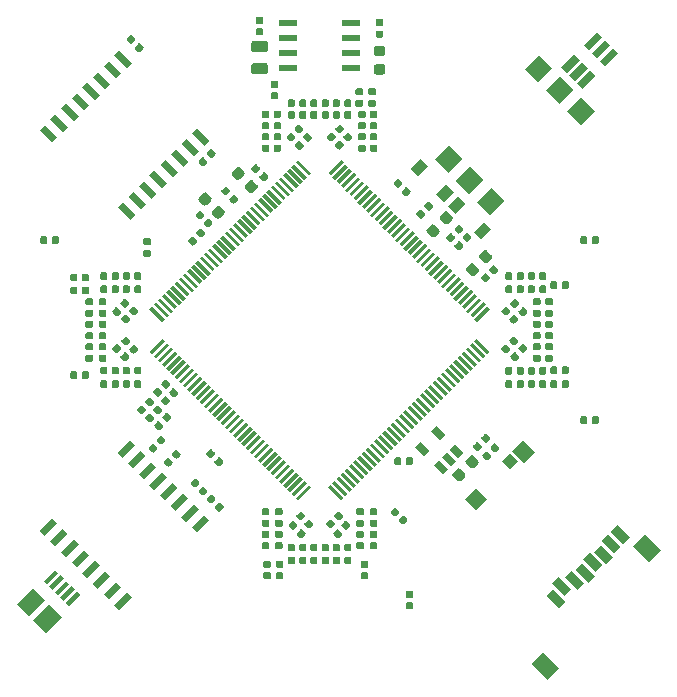
<source format=gbr>
G04 #@! TF.GenerationSoftware,KiCad,Pcbnew,5.1.5-52549c5~86~ubuntu16.04.1*
G04 #@! TF.CreationDate,2020-04-21T20:00:46+03:00*
G04 #@! TF.ProjectId,FreeEEG32-beta,46726565-4545-4473-9332-2d626574612e,rev?*
G04 #@! TF.SameCoordinates,Original*
G04 #@! TF.FileFunction,Paste,Bot*
G04 #@! TF.FilePolarity,Positive*
%FSLAX46Y46*%
G04 Gerber Fmt 4.6, Leading zero omitted, Abs format (unit mm)*
G04 Created by KiCad (PCBNEW 5.1.5-52549c5~86~ubuntu16.04.1) date 2020-04-21 20:00:46*
%MOMM*%
%LPD*%
G04 APERTURE LIST*
%ADD10C,0.100000*%
%ADD11R,1.550000X0.600000*%
G04 APERTURE END LIST*
D10*
G36*
X162726978Y-86141651D02*
G01*
X163858349Y-87273022D01*
X162656268Y-88475103D01*
X161524897Y-87343732D01*
X162726978Y-86141651D01*
G37*
G36*
X160930927Y-84345599D02*
G01*
X162062298Y-85476970D01*
X160860217Y-86679051D01*
X159728846Y-85547680D01*
X160930927Y-84345599D01*
G37*
G36*
X164523030Y-87937702D02*
G01*
X165654401Y-89069073D01*
X164452320Y-90271154D01*
X163320949Y-89139783D01*
X164523030Y-87937702D01*
G37*
G36*
X172159783Y-80300949D02*
G01*
X173291154Y-81432320D01*
X172089073Y-82634401D01*
X170957702Y-81503030D01*
X172159783Y-80300949D01*
G37*
G36*
X168567680Y-76708846D02*
G01*
X169699051Y-77840217D01*
X168496970Y-79042298D01*
X167365599Y-77910927D01*
X168567680Y-76708846D01*
G37*
G36*
X170363732Y-78504897D02*
G01*
X171495103Y-79636268D01*
X170293022Y-80838349D01*
X169161651Y-79706978D01*
X170363732Y-78504897D01*
G37*
G36*
X150724784Y-113311285D02*
G01*
X150936916Y-113099153D01*
X152032932Y-114195169D01*
X151820800Y-114407301D01*
X150724784Y-113311285D01*
G37*
G36*
X151078338Y-112957732D02*
G01*
X151290470Y-112745600D01*
X152386486Y-113841616D01*
X152174354Y-114053748D01*
X151078338Y-112957732D01*
G37*
G36*
X151431891Y-112604178D02*
G01*
X151644023Y-112392046D01*
X152740039Y-113488062D01*
X152527907Y-113700194D01*
X151431891Y-112604178D01*
G37*
G36*
X151785444Y-112250625D02*
G01*
X151997576Y-112038493D01*
X153093592Y-113134509D01*
X152881460Y-113346641D01*
X151785444Y-112250625D01*
G37*
G36*
X152138998Y-111897071D02*
G01*
X152351130Y-111684939D01*
X153447146Y-112780955D01*
X153235014Y-112993087D01*
X152138998Y-111897071D01*
G37*
G36*
X152492551Y-111543518D02*
G01*
X152704683Y-111331386D01*
X153800699Y-112427402D01*
X153588567Y-112639534D01*
X152492551Y-111543518D01*
G37*
G36*
X152846105Y-111189965D02*
G01*
X153058237Y-110977833D01*
X154154253Y-112073849D01*
X153942121Y-112285981D01*
X152846105Y-111189965D01*
G37*
G36*
X153199658Y-110836411D02*
G01*
X153411790Y-110624279D01*
X154507806Y-111720295D01*
X154295674Y-111932427D01*
X153199658Y-110836411D01*
G37*
G36*
X153553211Y-110482858D02*
G01*
X153765343Y-110270726D01*
X154861359Y-111366742D01*
X154649227Y-111578874D01*
X153553211Y-110482858D01*
G37*
G36*
X153906765Y-110129304D02*
G01*
X154118897Y-109917172D01*
X155214913Y-111013188D01*
X155002781Y-111225320D01*
X153906765Y-110129304D01*
G37*
G36*
X154260318Y-109775751D02*
G01*
X154472450Y-109563619D01*
X155568466Y-110659635D01*
X155356334Y-110871767D01*
X154260318Y-109775751D01*
G37*
G36*
X154613872Y-109422198D02*
G01*
X154826004Y-109210066D01*
X155922020Y-110306082D01*
X155709888Y-110518214D01*
X154613872Y-109422198D01*
G37*
G36*
X154967425Y-109068644D02*
G01*
X155179557Y-108856512D01*
X156275573Y-109952528D01*
X156063441Y-110164660D01*
X154967425Y-109068644D01*
G37*
G36*
X155320978Y-108715091D02*
G01*
X155533110Y-108502959D01*
X156629126Y-109598975D01*
X156416994Y-109811107D01*
X155320978Y-108715091D01*
G37*
G36*
X155674532Y-108361537D02*
G01*
X155886664Y-108149405D01*
X156982680Y-109245421D01*
X156770548Y-109457553D01*
X155674532Y-108361537D01*
G37*
G36*
X156028085Y-108007984D02*
G01*
X156240217Y-107795852D01*
X157336233Y-108891868D01*
X157124101Y-109104000D01*
X156028085Y-108007984D01*
G37*
G36*
X156381638Y-107654431D02*
G01*
X156593770Y-107442299D01*
X157689786Y-108538315D01*
X157477654Y-108750447D01*
X156381638Y-107654431D01*
G37*
G36*
X156735192Y-107300877D02*
G01*
X156947324Y-107088745D01*
X158043340Y-108184761D01*
X157831208Y-108396893D01*
X156735192Y-107300877D01*
G37*
G36*
X157088745Y-106947324D02*
G01*
X157300877Y-106735192D01*
X158396893Y-107831208D01*
X158184761Y-108043340D01*
X157088745Y-106947324D01*
G37*
G36*
X157442299Y-106593770D02*
G01*
X157654431Y-106381638D01*
X158750447Y-107477654D01*
X158538315Y-107689786D01*
X157442299Y-106593770D01*
G37*
G36*
X157795852Y-106240217D02*
G01*
X158007984Y-106028085D01*
X159104000Y-107124101D01*
X158891868Y-107336233D01*
X157795852Y-106240217D01*
G37*
G36*
X158149405Y-105886664D02*
G01*
X158361537Y-105674532D01*
X159457553Y-106770548D01*
X159245421Y-106982680D01*
X158149405Y-105886664D01*
G37*
G36*
X158502959Y-105533110D02*
G01*
X158715091Y-105320978D01*
X159811107Y-106416994D01*
X159598975Y-106629126D01*
X158502959Y-105533110D01*
G37*
G36*
X158856512Y-105179557D02*
G01*
X159068644Y-104967425D01*
X160164660Y-106063441D01*
X159952528Y-106275573D01*
X158856512Y-105179557D01*
G37*
G36*
X159210066Y-104826004D02*
G01*
X159422198Y-104613872D01*
X160518214Y-105709888D01*
X160306082Y-105922020D01*
X159210066Y-104826004D01*
G37*
G36*
X159563619Y-104472450D02*
G01*
X159775751Y-104260318D01*
X160871767Y-105356334D01*
X160659635Y-105568466D01*
X159563619Y-104472450D01*
G37*
G36*
X159917172Y-104118897D02*
G01*
X160129304Y-103906765D01*
X161225320Y-105002781D01*
X161013188Y-105214913D01*
X159917172Y-104118897D01*
G37*
G36*
X160270726Y-103765343D02*
G01*
X160482858Y-103553211D01*
X161578874Y-104649227D01*
X161366742Y-104861359D01*
X160270726Y-103765343D01*
G37*
G36*
X160624279Y-103411790D02*
G01*
X160836411Y-103199658D01*
X161932427Y-104295674D01*
X161720295Y-104507806D01*
X160624279Y-103411790D01*
G37*
G36*
X160977833Y-103058237D02*
G01*
X161189965Y-102846105D01*
X162285981Y-103942121D01*
X162073849Y-104154253D01*
X160977833Y-103058237D01*
G37*
G36*
X161331386Y-102704683D02*
G01*
X161543518Y-102492551D01*
X162639534Y-103588567D01*
X162427402Y-103800699D01*
X161331386Y-102704683D01*
G37*
G36*
X161684939Y-102351130D02*
G01*
X161897071Y-102138998D01*
X162993087Y-103235014D01*
X162780955Y-103447146D01*
X161684939Y-102351130D01*
G37*
G36*
X162038493Y-101997576D02*
G01*
X162250625Y-101785444D01*
X163346641Y-102881460D01*
X163134509Y-103093592D01*
X162038493Y-101997576D01*
G37*
G36*
X162392046Y-101644023D02*
G01*
X162604178Y-101431891D01*
X163700194Y-102527907D01*
X163488062Y-102740039D01*
X162392046Y-101644023D01*
G37*
G36*
X162745600Y-101290470D02*
G01*
X162957732Y-101078338D01*
X164053748Y-102174354D01*
X163841616Y-102386486D01*
X162745600Y-101290470D01*
G37*
G36*
X163099153Y-100936916D02*
G01*
X163311285Y-100724784D01*
X164407301Y-101820800D01*
X164195169Y-102032932D01*
X163099153Y-100936916D01*
G37*
G36*
X163311285Y-99275216D02*
G01*
X163099153Y-99063084D01*
X164195169Y-97967068D01*
X164407301Y-98179200D01*
X163311285Y-99275216D01*
G37*
G36*
X162957732Y-98921662D02*
G01*
X162745600Y-98709530D01*
X163841616Y-97613514D01*
X164053748Y-97825646D01*
X162957732Y-98921662D01*
G37*
G36*
X162604178Y-98568109D02*
G01*
X162392046Y-98355977D01*
X163488062Y-97259961D01*
X163700194Y-97472093D01*
X162604178Y-98568109D01*
G37*
G36*
X162250625Y-98214556D02*
G01*
X162038493Y-98002424D01*
X163134509Y-96906408D01*
X163346641Y-97118540D01*
X162250625Y-98214556D01*
G37*
G36*
X161897071Y-97861002D02*
G01*
X161684939Y-97648870D01*
X162780955Y-96552854D01*
X162993087Y-96764986D01*
X161897071Y-97861002D01*
G37*
G36*
X161543518Y-97507449D02*
G01*
X161331386Y-97295317D01*
X162427402Y-96199301D01*
X162639534Y-96411433D01*
X161543518Y-97507449D01*
G37*
G36*
X161189965Y-97153895D02*
G01*
X160977833Y-96941763D01*
X162073849Y-95845747D01*
X162285981Y-96057879D01*
X161189965Y-97153895D01*
G37*
G36*
X160836411Y-96800342D02*
G01*
X160624279Y-96588210D01*
X161720295Y-95492194D01*
X161932427Y-95704326D01*
X160836411Y-96800342D01*
G37*
G36*
X160482858Y-96446789D02*
G01*
X160270726Y-96234657D01*
X161366742Y-95138641D01*
X161578874Y-95350773D01*
X160482858Y-96446789D01*
G37*
G36*
X160129304Y-96093235D02*
G01*
X159917172Y-95881103D01*
X161013188Y-94785087D01*
X161225320Y-94997219D01*
X160129304Y-96093235D01*
G37*
G36*
X159775751Y-95739682D02*
G01*
X159563619Y-95527550D01*
X160659635Y-94431534D01*
X160871767Y-94643666D01*
X159775751Y-95739682D01*
G37*
G36*
X159422198Y-95386128D02*
G01*
X159210066Y-95173996D01*
X160306082Y-94077980D01*
X160518214Y-94290112D01*
X159422198Y-95386128D01*
G37*
G36*
X159068644Y-95032575D02*
G01*
X158856512Y-94820443D01*
X159952528Y-93724427D01*
X160164660Y-93936559D01*
X159068644Y-95032575D01*
G37*
G36*
X158715091Y-94679022D02*
G01*
X158502959Y-94466890D01*
X159598975Y-93370874D01*
X159811107Y-93583006D01*
X158715091Y-94679022D01*
G37*
G36*
X158361537Y-94325468D02*
G01*
X158149405Y-94113336D01*
X159245421Y-93017320D01*
X159457553Y-93229452D01*
X158361537Y-94325468D01*
G37*
G36*
X158007984Y-93971915D02*
G01*
X157795852Y-93759783D01*
X158891868Y-92663767D01*
X159104000Y-92875899D01*
X158007984Y-93971915D01*
G37*
G36*
X157654431Y-93618362D02*
G01*
X157442299Y-93406230D01*
X158538315Y-92310214D01*
X158750447Y-92522346D01*
X157654431Y-93618362D01*
G37*
G36*
X157300877Y-93264808D02*
G01*
X157088745Y-93052676D01*
X158184761Y-91956660D01*
X158396893Y-92168792D01*
X157300877Y-93264808D01*
G37*
G36*
X156947324Y-92911255D02*
G01*
X156735192Y-92699123D01*
X157831208Y-91603107D01*
X158043340Y-91815239D01*
X156947324Y-92911255D01*
G37*
G36*
X156593770Y-92557701D02*
G01*
X156381638Y-92345569D01*
X157477654Y-91249553D01*
X157689786Y-91461685D01*
X156593770Y-92557701D01*
G37*
G36*
X156240217Y-92204148D02*
G01*
X156028085Y-91992016D01*
X157124101Y-90896000D01*
X157336233Y-91108132D01*
X156240217Y-92204148D01*
G37*
G36*
X155886664Y-91850595D02*
G01*
X155674532Y-91638463D01*
X156770548Y-90542447D01*
X156982680Y-90754579D01*
X155886664Y-91850595D01*
G37*
G36*
X155533110Y-91497041D02*
G01*
X155320978Y-91284909D01*
X156416994Y-90188893D01*
X156629126Y-90401025D01*
X155533110Y-91497041D01*
G37*
G36*
X155179557Y-91143488D02*
G01*
X154967425Y-90931356D01*
X156063441Y-89835340D01*
X156275573Y-90047472D01*
X155179557Y-91143488D01*
G37*
G36*
X154826004Y-90789934D02*
G01*
X154613872Y-90577802D01*
X155709888Y-89481786D01*
X155922020Y-89693918D01*
X154826004Y-90789934D01*
G37*
G36*
X154472450Y-90436381D02*
G01*
X154260318Y-90224249D01*
X155356334Y-89128233D01*
X155568466Y-89340365D01*
X154472450Y-90436381D01*
G37*
G36*
X154118897Y-90082828D02*
G01*
X153906765Y-89870696D01*
X155002781Y-88774680D01*
X155214913Y-88986812D01*
X154118897Y-90082828D01*
G37*
G36*
X153765343Y-89729274D02*
G01*
X153553211Y-89517142D01*
X154649227Y-88421126D01*
X154861359Y-88633258D01*
X153765343Y-89729274D01*
G37*
G36*
X153411790Y-89375721D02*
G01*
X153199658Y-89163589D01*
X154295674Y-88067573D01*
X154507806Y-88279705D01*
X153411790Y-89375721D01*
G37*
G36*
X153058237Y-89022167D02*
G01*
X152846105Y-88810035D01*
X153942121Y-87714019D01*
X154154253Y-87926151D01*
X153058237Y-89022167D01*
G37*
G36*
X152704683Y-88668614D02*
G01*
X152492551Y-88456482D01*
X153588567Y-87360466D01*
X153800699Y-87572598D01*
X152704683Y-88668614D01*
G37*
G36*
X152351130Y-88315061D02*
G01*
X152138998Y-88102929D01*
X153235014Y-87006913D01*
X153447146Y-87219045D01*
X152351130Y-88315061D01*
G37*
G36*
X151997576Y-87961507D02*
G01*
X151785444Y-87749375D01*
X152881460Y-86653359D01*
X153093592Y-86865491D01*
X151997576Y-87961507D01*
G37*
G36*
X151644023Y-87607954D02*
G01*
X151431891Y-87395822D01*
X152527907Y-86299806D01*
X152740039Y-86511938D01*
X151644023Y-87607954D01*
G37*
G36*
X151290470Y-87254400D02*
G01*
X151078338Y-87042268D01*
X152174354Y-85946252D01*
X152386486Y-86158384D01*
X151290470Y-87254400D01*
G37*
G36*
X150936916Y-86900847D02*
G01*
X150724784Y-86688715D01*
X151820800Y-85592699D01*
X152032932Y-85804831D01*
X150936916Y-86900847D01*
G37*
G36*
X147967068Y-85804831D02*
G01*
X148179200Y-85592699D01*
X149275216Y-86688715D01*
X149063084Y-86900847D01*
X147967068Y-85804831D01*
G37*
G36*
X147613514Y-86158384D02*
G01*
X147825646Y-85946252D01*
X148921662Y-87042268D01*
X148709530Y-87254400D01*
X147613514Y-86158384D01*
G37*
G36*
X147259961Y-86511938D02*
G01*
X147472093Y-86299806D01*
X148568109Y-87395822D01*
X148355977Y-87607954D01*
X147259961Y-86511938D01*
G37*
G36*
X146906408Y-86865491D02*
G01*
X147118540Y-86653359D01*
X148214556Y-87749375D01*
X148002424Y-87961507D01*
X146906408Y-86865491D01*
G37*
G36*
X146552854Y-87219045D02*
G01*
X146764986Y-87006913D01*
X147861002Y-88102929D01*
X147648870Y-88315061D01*
X146552854Y-87219045D01*
G37*
G36*
X146199301Y-87572598D02*
G01*
X146411433Y-87360466D01*
X147507449Y-88456482D01*
X147295317Y-88668614D01*
X146199301Y-87572598D01*
G37*
G36*
X145845747Y-87926151D02*
G01*
X146057879Y-87714019D01*
X147153895Y-88810035D01*
X146941763Y-89022167D01*
X145845747Y-87926151D01*
G37*
G36*
X145492194Y-88279705D02*
G01*
X145704326Y-88067573D01*
X146800342Y-89163589D01*
X146588210Y-89375721D01*
X145492194Y-88279705D01*
G37*
G36*
X145138641Y-88633258D02*
G01*
X145350773Y-88421126D01*
X146446789Y-89517142D01*
X146234657Y-89729274D01*
X145138641Y-88633258D01*
G37*
G36*
X144785087Y-88986812D02*
G01*
X144997219Y-88774680D01*
X146093235Y-89870696D01*
X145881103Y-90082828D01*
X144785087Y-88986812D01*
G37*
G36*
X144431534Y-89340365D02*
G01*
X144643666Y-89128233D01*
X145739682Y-90224249D01*
X145527550Y-90436381D01*
X144431534Y-89340365D01*
G37*
G36*
X144077980Y-89693918D02*
G01*
X144290112Y-89481786D01*
X145386128Y-90577802D01*
X145173996Y-90789934D01*
X144077980Y-89693918D01*
G37*
G36*
X143724427Y-90047472D02*
G01*
X143936559Y-89835340D01*
X145032575Y-90931356D01*
X144820443Y-91143488D01*
X143724427Y-90047472D01*
G37*
G36*
X143370874Y-90401025D02*
G01*
X143583006Y-90188893D01*
X144679022Y-91284909D01*
X144466890Y-91497041D01*
X143370874Y-90401025D01*
G37*
G36*
X143017320Y-90754579D02*
G01*
X143229452Y-90542447D01*
X144325468Y-91638463D01*
X144113336Y-91850595D01*
X143017320Y-90754579D01*
G37*
G36*
X142663767Y-91108132D02*
G01*
X142875899Y-90896000D01*
X143971915Y-91992016D01*
X143759783Y-92204148D01*
X142663767Y-91108132D01*
G37*
G36*
X142310214Y-91461685D02*
G01*
X142522346Y-91249553D01*
X143618362Y-92345569D01*
X143406230Y-92557701D01*
X142310214Y-91461685D01*
G37*
G36*
X141956660Y-91815239D02*
G01*
X142168792Y-91603107D01*
X143264808Y-92699123D01*
X143052676Y-92911255D01*
X141956660Y-91815239D01*
G37*
G36*
X141603107Y-92168792D02*
G01*
X141815239Y-91956660D01*
X142911255Y-93052676D01*
X142699123Y-93264808D01*
X141603107Y-92168792D01*
G37*
G36*
X141249553Y-92522346D02*
G01*
X141461685Y-92310214D01*
X142557701Y-93406230D01*
X142345569Y-93618362D01*
X141249553Y-92522346D01*
G37*
G36*
X140896000Y-92875899D02*
G01*
X141108132Y-92663767D01*
X142204148Y-93759783D01*
X141992016Y-93971915D01*
X140896000Y-92875899D01*
G37*
G36*
X140542447Y-93229452D02*
G01*
X140754579Y-93017320D01*
X141850595Y-94113336D01*
X141638463Y-94325468D01*
X140542447Y-93229452D01*
G37*
G36*
X140188893Y-93583006D02*
G01*
X140401025Y-93370874D01*
X141497041Y-94466890D01*
X141284909Y-94679022D01*
X140188893Y-93583006D01*
G37*
G36*
X139835340Y-93936559D02*
G01*
X140047472Y-93724427D01*
X141143488Y-94820443D01*
X140931356Y-95032575D01*
X139835340Y-93936559D01*
G37*
G36*
X139481786Y-94290112D02*
G01*
X139693918Y-94077980D01*
X140789934Y-95173996D01*
X140577802Y-95386128D01*
X139481786Y-94290112D01*
G37*
G36*
X139128233Y-94643666D02*
G01*
X139340365Y-94431534D01*
X140436381Y-95527550D01*
X140224249Y-95739682D01*
X139128233Y-94643666D01*
G37*
G36*
X138774680Y-94997219D02*
G01*
X138986812Y-94785087D01*
X140082828Y-95881103D01*
X139870696Y-96093235D01*
X138774680Y-94997219D01*
G37*
G36*
X138421126Y-95350773D02*
G01*
X138633258Y-95138641D01*
X139729274Y-96234657D01*
X139517142Y-96446789D01*
X138421126Y-95350773D01*
G37*
G36*
X138067573Y-95704326D02*
G01*
X138279705Y-95492194D01*
X139375721Y-96588210D01*
X139163589Y-96800342D01*
X138067573Y-95704326D01*
G37*
G36*
X137714019Y-96057879D02*
G01*
X137926151Y-95845747D01*
X139022167Y-96941763D01*
X138810035Y-97153895D01*
X137714019Y-96057879D01*
G37*
G36*
X137360466Y-96411433D02*
G01*
X137572598Y-96199301D01*
X138668614Y-97295317D01*
X138456482Y-97507449D01*
X137360466Y-96411433D01*
G37*
G36*
X137006913Y-96764986D02*
G01*
X137219045Y-96552854D01*
X138315061Y-97648870D01*
X138102929Y-97861002D01*
X137006913Y-96764986D01*
G37*
G36*
X136653359Y-97118540D02*
G01*
X136865491Y-96906408D01*
X137961507Y-98002424D01*
X137749375Y-98214556D01*
X136653359Y-97118540D01*
G37*
G36*
X136299806Y-97472093D02*
G01*
X136511938Y-97259961D01*
X137607954Y-98355977D01*
X137395822Y-98568109D01*
X136299806Y-97472093D01*
G37*
G36*
X135946252Y-97825646D02*
G01*
X136158384Y-97613514D01*
X137254400Y-98709530D01*
X137042268Y-98921662D01*
X135946252Y-97825646D01*
G37*
G36*
X135592699Y-98179200D02*
G01*
X135804831Y-97967068D01*
X136900847Y-99063084D01*
X136688715Y-99275216D01*
X135592699Y-98179200D01*
G37*
G36*
X135804831Y-102032932D02*
G01*
X135592699Y-101820800D01*
X136688715Y-100724784D01*
X136900847Y-100936916D01*
X135804831Y-102032932D01*
G37*
G36*
X136158384Y-102386486D02*
G01*
X135946252Y-102174354D01*
X137042268Y-101078338D01*
X137254400Y-101290470D01*
X136158384Y-102386486D01*
G37*
G36*
X136511938Y-102740039D02*
G01*
X136299806Y-102527907D01*
X137395822Y-101431891D01*
X137607954Y-101644023D01*
X136511938Y-102740039D01*
G37*
G36*
X136865491Y-103093592D02*
G01*
X136653359Y-102881460D01*
X137749375Y-101785444D01*
X137961507Y-101997576D01*
X136865491Y-103093592D01*
G37*
G36*
X137219045Y-103447146D02*
G01*
X137006913Y-103235014D01*
X138102929Y-102138998D01*
X138315061Y-102351130D01*
X137219045Y-103447146D01*
G37*
G36*
X137572598Y-103800699D02*
G01*
X137360466Y-103588567D01*
X138456482Y-102492551D01*
X138668614Y-102704683D01*
X137572598Y-103800699D01*
G37*
G36*
X137926151Y-104154253D02*
G01*
X137714019Y-103942121D01*
X138810035Y-102846105D01*
X139022167Y-103058237D01*
X137926151Y-104154253D01*
G37*
G36*
X138279705Y-104507806D02*
G01*
X138067573Y-104295674D01*
X139163589Y-103199658D01*
X139375721Y-103411790D01*
X138279705Y-104507806D01*
G37*
G36*
X138633258Y-104861359D02*
G01*
X138421126Y-104649227D01*
X139517142Y-103553211D01*
X139729274Y-103765343D01*
X138633258Y-104861359D01*
G37*
G36*
X138986812Y-105214913D02*
G01*
X138774680Y-105002781D01*
X139870696Y-103906765D01*
X140082828Y-104118897D01*
X138986812Y-105214913D01*
G37*
G36*
X139340365Y-105568466D02*
G01*
X139128233Y-105356334D01*
X140224249Y-104260318D01*
X140436381Y-104472450D01*
X139340365Y-105568466D01*
G37*
G36*
X139693918Y-105922020D02*
G01*
X139481786Y-105709888D01*
X140577802Y-104613872D01*
X140789934Y-104826004D01*
X139693918Y-105922020D01*
G37*
G36*
X140047472Y-106275573D02*
G01*
X139835340Y-106063441D01*
X140931356Y-104967425D01*
X141143488Y-105179557D01*
X140047472Y-106275573D01*
G37*
G36*
X140401025Y-106629126D02*
G01*
X140188893Y-106416994D01*
X141284909Y-105320978D01*
X141497041Y-105533110D01*
X140401025Y-106629126D01*
G37*
G36*
X140754579Y-106982680D02*
G01*
X140542447Y-106770548D01*
X141638463Y-105674532D01*
X141850595Y-105886664D01*
X140754579Y-106982680D01*
G37*
G36*
X141108132Y-107336233D02*
G01*
X140896000Y-107124101D01*
X141992016Y-106028085D01*
X142204148Y-106240217D01*
X141108132Y-107336233D01*
G37*
G36*
X141461685Y-107689786D02*
G01*
X141249553Y-107477654D01*
X142345569Y-106381638D01*
X142557701Y-106593770D01*
X141461685Y-107689786D01*
G37*
G36*
X141815239Y-108043340D02*
G01*
X141603107Y-107831208D01*
X142699123Y-106735192D01*
X142911255Y-106947324D01*
X141815239Y-108043340D01*
G37*
G36*
X142168792Y-108396893D02*
G01*
X141956660Y-108184761D01*
X143052676Y-107088745D01*
X143264808Y-107300877D01*
X142168792Y-108396893D01*
G37*
G36*
X142522346Y-108750447D02*
G01*
X142310214Y-108538315D01*
X143406230Y-107442299D01*
X143618362Y-107654431D01*
X142522346Y-108750447D01*
G37*
G36*
X142875899Y-109104000D02*
G01*
X142663767Y-108891868D01*
X143759783Y-107795852D01*
X143971915Y-108007984D01*
X142875899Y-109104000D01*
G37*
G36*
X143229452Y-109457553D02*
G01*
X143017320Y-109245421D01*
X144113336Y-108149405D01*
X144325468Y-108361537D01*
X143229452Y-109457553D01*
G37*
G36*
X143583006Y-109811107D02*
G01*
X143370874Y-109598975D01*
X144466890Y-108502959D01*
X144679022Y-108715091D01*
X143583006Y-109811107D01*
G37*
G36*
X143936559Y-110164660D02*
G01*
X143724427Y-109952528D01*
X144820443Y-108856512D01*
X145032575Y-109068644D01*
X143936559Y-110164660D01*
G37*
G36*
X144290112Y-110518214D02*
G01*
X144077980Y-110306082D01*
X145173996Y-109210066D01*
X145386128Y-109422198D01*
X144290112Y-110518214D01*
G37*
G36*
X144643666Y-110871767D02*
G01*
X144431534Y-110659635D01*
X145527550Y-109563619D01*
X145739682Y-109775751D01*
X144643666Y-110871767D01*
G37*
G36*
X144997219Y-111225320D02*
G01*
X144785087Y-111013188D01*
X145881103Y-109917172D01*
X146093235Y-110129304D01*
X144997219Y-111225320D01*
G37*
G36*
X145350773Y-111578874D02*
G01*
X145138641Y-111366742D01*
X146234657Y-110270726D01*
X146446789Y-110482858D01*
X145350773Y-111578874D01*
G37*
G36*
X145704326Y-111932427D02*
G01*
X145492194Y-111720295D01*
X146588210Y-110624279D01*
X146800342Y-110836411D01*
X145704326Y-111932427D01*
G37*
G36*
X146057879Y-112285981D02*
G01*
X145845747Y-112073849D01*
X146941763Y-110977833D01*
X147153895Y-111189965D01*
X146057879Y-112285981D01*
G37*
G36*
X146411433Y-112639534D02*
G01*
X146199301Y-112427402D01*
X147295317Y-111331386D01*
X147507449Y-111543518D01*
X146411433Y-112639534D01*
G37*
G36*
X146764986Y-112993087D02*
G01*
X146552854Y-112780955D01*
X147648870Y-111684939D01*
X147861002Y-111897071D01*
X146764986Y-112993087D01*
G37*
G36*
X147118540Y-113346641D02*
G01*
X146906408Y-113134509D01*
X148002424Y-112038493D01*
X148214556Y-112250625D01*
X147118540Y-113346641D01*
G37*
G36*
X147472093Y-113700194D02*
G01*
X147259961Y-113488062D01*
X148355977Y-112392046D01*
X148568109Y-112604178D01*
X147472093Y-113700194D01*
G37*
G36*
X147825646Y-114053748D02*
G01*
X147613514Y-113841616D01*
X148709530Y-112745600D01*
X148921662Y-112957732D01*
X147825646Y-114053748D01*
G37*
G36*
X148179200Y-114407301D02*
G01*
X147967068Y-114195169D01*
X149063084Y-113099153D01*
X149275216Y-113311285D01*
X148179200Y-114407301D01*
G37*
D11*
X147300000Y-73965000D03*
X147300000Y-75235000D03*
X147300000Y-76505000D03*
X147300000Y-77775000D03*
X152700000Y-77775000D03*
X152700000Y-76505000D03*
X152700000Y-75235000D03*
X152700000Y-73965000D03*
D10*
G36*
X163032340Y-91688755D02*
G01*
X163895011Y-90826084D01*
X164538478Y-91469551D01*
X163675807Y-92332222D01*
X163032340Y-91688755D01*
G37*
G36*
X160861522Y-89517937D02*
G01*
X161724193Y-88655266D01*
X162367660Y-89298733D01*
X161504989Y-90161404D01*
X160861522Y-89517937D01*
G37*
G36*
X166148469Y-110409451D02*
G01*
X166820220Y-111081202D01*
X166113113Y-111788309D01*
X165441362Y-111116558D01*
X166148469Y-110409451D01*
G37*
G36*
X175202971Y-116494105D02*
G01*
X176263631Y-117554765D01*
X175697945Y-118120451D01*
X174637285Y-117059791D01*
X175202971Y-116494105D01*
G37*
G36*
X174425153Y-117271922D02*
G01*
X175485813Y-118332582D01*
X174920127Y-118898268D01*
X173859467Y-117837608D01*
X174425153Y-117271922D01*
G37*
G36*
X173788757Y-118191161D02*
G01*
X174849417Y-119251821D01*
X174283731Y-119817507D01*
X173223071Y-118756847D01*
X173788757Y-118191161D01*
G37*
G36*
X172869519Y-118827557D02*
G01*
X173930179Y-119888217D01*
X173364493Y-120453903D01*
X172303833Y-119393243D01*
X172869519Y-118827557D01*
G37*
G36*
X172233122Y-119746796D02*
G01*
X173293782Y-120807456D01*
X172728096Y-121373142D01*
X171667436Y-120312482D01*
X172233122Y-119746796D01*
G37*
G36*
X171313884Y-120383192D02*
G01*
X172374544Y-121443852D01*
X171808858Y-122009538D01*
X170748198Y-120948878D01*
X171313884Y-120383192D01*
G37*
G36*
X170253223Y-120878167D02*
G01*
X171313883Y-121938827D01*
X170748197Y-122504513D01*
X169687537Y-121443853D01*
X170253223Y-120878167D01*
G37*
G36*
X169758249Y-121938827D02*
G01*
X170818909Y-122999487D01*
X170253223Y-123565173D01*
X169192563Y-122504513D01*
X169758249Y-121938827D01*
G37*
G36*
X167233877Y-109316971D02*
G01*
X168223826Y-110306920D01*
X167304587Y-111226159D01*
X166314638Y-110236210D01*
X167233877Y-109316971D01*
G37*
G36*
X163203369Y-113347480D02*
G01*
X164193318Y-114337429D01*
X163274079Y-115256668D01*
X162284130Y-114266719D01*
X163203369Y-113347480D01*
G37*
G36*
X177522281Y-117271923D02*
G01*
X178865784Y-118615426D01*
X177875835Y-119605375D01*
X176532332Y-118261872D01*
X177522281Y-117271923D01*
G37*
G36*
X168930933Y-127277484D02*
G01*
X170274436Y-128620987D01*
X169284487Y-129610936D01*
X167940984Y-128267433D01*
X168930933Y-127277484D01*
G37*
G36*
X128174144Y-124300730D02*
G01*
X126830641Y-125644233D01*
X125769980Y-124583572D01*
X127113483Y-123240069D01*
X128174144Y-124300730D01*
G37*
G36*
X128792862Y-121489980D02*
G01*
X127838268Y-122444574D01*
X127555426Y-122161732D01*
X128510020Y-121207138D01*
X128792862Y-121489980D01*
G37*
G36*
X128333242Y-121030361D02*
G01*
X127378648Y-121984955D01*
X127095806Y-121702113D01*
X128050400Y-120747519D01*
X128333242Y-121030361D01*
G37*
G36*
X127873623Y-120570742D02*
G01*
X126919029Y-121525336D01*
X126636187Y-121242494D01*
X127590781Y-120287900D01*
X127873623Y-120570742D01*
G37*
G36*
X129712100Y-122409219D02*
G01*
X128757506Y-123363813D01*
X128474664Y-123080971D01*
X129429258Y-122126377D01*
X129712100Y-122409219D01*
G37*
G36*
X129252481Y-121949600D02*
G01*
X128297887Y-122904194D01*
X128015045Y-122621352D01*
X128969639Y-121666758D01*
X129252481Y-121949600D01*
G37*
G36*
X126759931Y-122886517D02*
G01*
X125416428Y-124230020D01*
X124355767Y-123169359D01*
X125699270Y-121825856D01*
X126759931Y-122886517D01*
G37*
G36*
X164050723Y-93238461D02*
G01*
X164071958Y-93241611D01*
X164092782Y-93246827D01*
X164112994Y-93254059D01*
X164132400Y-93263238D01*
X164150813Y-93274274D01*
X164168056Y-93287062D01*
X164183962Y-93301478D01*
X164546355Y-93663871D01*
X164560771Y-93679777D01*
X164573559Y-93697020D01*
X164584595Y-93715433D01*
X164593774Y-93734839D01*
X164601006Y-93755051D01*
X164606222Y-93775875D01*
X164609372Y-93797110D01*
X164610425Y-93818551D01*
X164609372Y-93839992D01*
X164606222Y-93861227D01*
X164601006Y-93882051D01*
X164593774Y-93902263D01*
X164584595Y-93921669D01*
X164573559Y-93940082D01*
X164560771Y-93957325D01*
X164546355Y-93973231D01*
X164236996Y-94282590D01*
X164221090Y-94297006D01*
X164203847Y-94309794D01*
X164185434Y-94320830D01*
X164166028Y-94330009D01*
X164145816Y-94337241D01*
X164124992Y-94342457D01*
X164103757Y-94345607D01*
X164082316Y-94346660D01*
X164060875Y-94345607D01*
X164039640Y-94342457D01*
X164018816Y-94337241D01*
X163998604Y-94330009D01*
X163979198Y-94320830D01*
X163960785Y-94309794D01*
X163943542Y-94297006D01*
X163927636Y-94282590D01*
X163565243Y-93920197D01*
X163550827Y-93904291D01*
X163538039Y-93887048D01*
X163527003Y-93868635D01*
X163517824Y-93849229D01*
X163510592Y-93829017D01*
X163505376Y-93808193D01*
X163502226Y-93786958D01*
X163501173Y-93765517D01*
X163502226Y-93744076D01*
X163505376Y-93722841D01*
X163510592Y-93702017D01*
X163517824Y-93681805D01*
X163527003Y-93662399D01*
X163538039Y-93643986D01*
X163550827Y-93626743D01*
X163565243Y-93610837D01*
X163874602Y-93301478D01*
X163890508Y-93287062D01*
X163907751Y-93274274D01*
X163926164Y-93263238D01*
X163945570Y-93254059D01*
X163965782Y-93246827D01*
X163986606Y-93241611D01*
X164007841Y-93238461D01*
X164029282Y-93237408D01*
X164050723Y-93238461D01*
G37*
G36*
X162937029Y-94352155D02*
G01*
X162958264Y-94355305D01*
X162979088Y-94360521D01*
X162999300Y-94367753D01*
X163018706Y-94376932D01*
X163037119Y-94387968D01*
X163054362Y-94400756D01*
X163070268Y-94415172D01*
X163432661Y-94777565D01*
X163447077Y-94793471D01*
X163459865Y-94810714D01*
X163470901Y-94829127D01*
X163480080Y-94848533D01*
X163487312Y-94868745D01*
X163492528Y-94889569D01*
X163495678Y-94910804D01*
X163496731Y-94932245D01*
X163495678Y-94953686D01*
X163492528Y-94974921D01*
X163487312Y-94995745D01*
X163480080Y-95015957D01*
X163470901Y-95035363D01*
X163459865Y-95053776D01*
X163447077Y-95071019D01*
X163432661Y-95086925D01*
X163123302Y-95396284D01*
X163107396Y-95410700D01*
X163090153Y-95423488D01*
X163071740Y-95434524D01*
X163052334Y-95443703D01*
X163032122Y-95450935D01*
X163011298Y-95456151D01*
X162990063Y-95459301D01*
X162968622Y-95460354D01*
X162947181Y-95459301D01*
X162925946Y-95456151D01*
X162905122Y-95450935D01*
X162884910Y-95443703D01*
X162865504Y-95434524D01*
X162847091Y-95423488D01*
X162829848Y-95410700D01*
X162813942Y-95396284D01*
X162451549Y-95033891D01*
X162437133Y-95017985D01*
X162424345Y-95000742D01*
X162413309Y-94982329D01*
X162404130Y-94962923D01*
X162396898Y-94942711D01*
X162391682Y-94921887D01*
X162388532Y-94900652D01*
X162387479Y-94879211D01*
X162388532Y-94857770D01*
X162391682Y-94836535D01*
X162396898Y-94815711D01*
X162404130Y-94795499D01*
X162413309Y-94776093D01*
X162424345Y-94757680D01*
X162437133Y-94740437D01*
X162451549Y-94724531D01*
X162760908Y-94415172D01*
X162776814Y-94400756D01*
X162794057Y-94387968D01*
X162812470Y-94376932D01*
X162831876Y-94367753D01*
X162852088Y-94360521D01*
X162872912Y-94355305D01*
X162894147Y-94352155D01*
X162915588Y-94351102D01*
X162937029Y-94352155D01*
G37*
G36*
X133026845Y-123683598D02*
G01*
X132602581Y-123259334D01*
X133663241Y-122198674D01*
X134087505Y-122622938D01*
X133026845Y-123683598D01*
G37*
G36*
X132128819Y-122785573D02*
G01*
X131704555Y-122361309D01*
X132765215Y-121300649D01*
X133189479Y-121724913D01*
X132128819Y-122785573D01*
G37*
G36*
X131230794Y-121887547D02*
G01*
X130806530Y-121463283D01*
X131867190Y-120402623D01*
X132291454Y-120826887D01*
X131230794Y-121887547D01*
G37*
G36*
X130332768Y-120989521D02*
G01*
X129908504Y-120565257D01*
X130969164Y-119504597D01*
X131393428Y-119928861D01*
X130332768Y-120989521D01*
G37*
G36*
X129434743Y-120091496D02*
G01*
X129010479Y-119667232D01*
X130071139Y-118606572D01*
X130495403Y-119030836D01*
X129434743Y-120091496D01*
G37*
G36*
X128536717Y-119193470D02*
G01*
X128112453Y-118769206D01*
X129173113Y-117708546D01*
X129597377Y-118132810D01*
X128536717Y-119193470D01*
G37*
G36*
X127638691Y-118295445D02*
G01*
X127214427Y-117871181D01*
X128275087Y-116810521D01*
X128699351Y-117234785D01*
X127638691Y-118295445D01*
G37*
G36*
X126740666Y-117397419D02*
G01*
X126316402Y-116973155D01*
X127377062Y-115912495D01*
X127801326Y-116336759D01*
X126740666Y-117397419D01*
G37*
G36*
X133316759Y-110821326D02*
G01*
X132892495Y-110397062D01*
X133953155Y-109336402D01*
X134377419Y-109760666D01*
X133316759Y-110821326D01*
G37*
G36*
X134214785Y-111719351D02*
G01*
X133790521Y-111295087D01*
X134851181Y-110234427D01*
X135275445Y-110658691D01*
X134214785Y-111719351D01*
G37*
G36*
X135112810Y-112617377D02*
G01*
X134688546Y-112193113D01*
X135749206Y-111132453D01*
X136173470Y-111556717D01*
X135112810Y-112617377D01*
G37*
G36*
X136010836Y-113515403D02*
G01*
X135586572Y-113091139D01*
X136647232Y-112030479D01*
X137071496Y-112454743D01*
X136010836Y-113515403D01*
G37*
G36*
X136908861Y-114413428D02*
G01*
X136484597Y-113989164D01*
X137545257Y-112928504D01*
X137969521Y-113352768D01*
X136908861Y-114413428D01*
G37*
G36*
X137806887Y-115311454D02*
G01*
X137382623Y-114887190D01*
X138443283Y-113826530D01*
X138867547Y-114250794D01*
X137806887Y-115311454D01*
G37*
G36*
X138704913Y-116209479D02*
G01*
X138280649Y-115785215D01*
X139341309Y-114724555D01*
X139765573Y-115148819D01*
X138704913Y-116209479D01*
G37*
G36*
X139602938Y-117107505D02*
G01*
X139178674Y-116683241D01*
X140239334Y-115622581D01*
X140663598Y-116046845D01*
X139602938Y-117107505D01*
G37*
G36*
X140663598Y-83953155D02*
G01*
X140239334Y-84377419D01*
X139178674Y-83316759D01*
X139602938Y-82892495D01*
X140663598Y-83953155D01*
G37*
G36*
X139765573Y-84851181D02*
G01*
X139341309Y-85275445D01*
X138280649Y-84214785D01*
X138704913Y-83790521D01*
X139765573Y-84851181D01*
G37*
G36*
X138867547Y-85749206D02*
G01*
X138443283Y-86173470D01*
X137382623Y-85112810D01*
X137806887Y-84688546D01*
X138867547Y-85749206D01*
G37*
G36*
X137969521Y-86647232D02*
G01*
X137545257Y-87071496D01*
X136484597Y-86010836D01*
X136908861Y-85586572D01*
X137969521Y-86647232D01*
G37*
G36*
X137071496Y-87545257D02*
G01*
X136647232Y-87969521D01*
X135586572Y-86908861D01*
X136010836Y-86484597D01*
X137071496Y-87545257D01*
G37*
G36*
X136173470Y-88443283D02*
G01*
X135749206Y-88867547D01*
X134688546Y-87806887D01*
X135112810Y-87382623D01*
X136173470Y-88443283D01*
G37*
G36*
X135275445Y-89341309D02*
G01*
X134851181Y-89765573D01*
X133790521Y-88704913D01*
X134214785Y-88280649D01*
X135275445Y-89341309D01*
G37*
G36*
X134377419Y-90239334D02*
G01*
X133953155Y-90663598D01*
X132892495Y-89602938D01*
X133316759Y-89178674D01*
X134377419Y-90239334D01*
G37*
G36*
X127801326Y-83663241D02*
G01*
X127377062Y-84087505D01*
X126316402Y-83026845D01*
X126740666Y-82602581D01*
X127801326Y-83663241D01*
G37*
G36*
X128699351Y-82765215D02*
G01*
X128275087Y-83189479D01*
X127214427Y-82128819D01*
X127638691Y-81704555D01*
X128699351Y-82765215D01*
G37*
G36*
X129597377Y-81867190D02*
G01*
X129173113Y-82291454D01*
X128112453Y-81230794D01*
X128536717Y-80806530D01*
X129597377Y-81867190D01*
G37*
G36*
X130495403Y-80969164D02*
G01*
X130071139Y-81393428D01*
X129010479Y-80332768D01*
X129434743Y-79908504D01*
X130495403Y-80969164D01*
G37*
G36*
X131393428Y-80071139D02*
G01*
X130969164Y-80495403D01*
X129908504Y-79434743D01*
X130332768Y-79010479D01*
X131393428Y-80071139D01*
G37*
G36*
X132291454Y-79173113D02*
G01*
X131867190Y-79597377D01*
X130806530Y-78536717D01*
X131230794Y-78112453D01*
X132291454Y-79173113D01*
G37*
G36*
X133189479Y-78275087D02*
G01*
X132765215Y-78699351D01*
X131704555Y-77638691D01*
X132128819Y-77214427D01*
X133189479Y-78275087D01*
G37*
G36*
X134087505Y-77377062D02*
G01*
X133663241Y-77801326D01*
X132602581Y-76740666D01*
X133026845Y-76316402D01*
X134087505Y-77377062D01*
G37*
G36*
X146732558Y-117970710D02*
G01*
X146746876Y-117972834D01*
X146760917Y-117976351D01*
X146774546Y-117981228D01*
X146787631Y-117987417D01*
X146800047Y-117994858D01*
X146811673Y-118003481D01*
X146822398Y-118013202D01*
X146832119Y-118023927D01*
X146840742Y-118035553D01*
X146848183Y-118047969D01*
X146854372Y-118061054D01*
X146859249Y-118074683D01*
X146862766Y-118088724D01*
X146864890Y-118103042D01*
X146865600Y-118117500D01*
X146865600Y-118412500D01*
X146864890Y-118426958D01*
X146862766Y-118441276D01*
X146859249Y-118455317D01*
X146854372Y-118468946D01*
X146848183Y-118482031D01*
X146840742Y-118494447D01*
X146832119Y-118506073D01*
X146822398Y-118516798D01*
X146811673Y-118526519D01*
X146800047Y-118535142D01*
X146787631Y-118542583D01*
X146774546Y-118548772D01*
X146760917Y-118553649D01*
X146746876Y-118557166D01*
X146732558Y-118559290D01*
X146718100Y-118560000D01*
X146373100Y-118560000D01*
X146358642Y-118559290D01*
X146344324Y-118557166D01*
X146330283Y-118553649D01*
X146316654Y-118548772D01*
X146303569Y-118542583D01*
X146291153Y-118535142D01*
X146279527Y-118526519D01*
X146268802Y-118516798D01*
X146259081Y-118506073D01*
X146250458Y-118494447D01*
X146243017Y-118482031D01*
X146236828Y-118468946D01*
X146231951Y-118455317D01*
X146228434Y-118441276D01*
X146226310Y-118426958D01*
X146225600Y-118412500D01*
X146225600Y-118117500D01*
X146226310Y-118103042D01*
X146228434Y-118088724D01*
X146231951Y-118074683D01*
X146236828Y-118061054D01*
X146243017Y-118047969D01*
X146250458Y-118035553D01*
X146259081Y-118023927D01*
X146268802Y-118013202D01*
X146279527Y-118003481D01*
X146291153Y-117994858D01*
X146303569Y-117987417D01*
X146316654Y-117981228D01*
X146330283Y-117976351D01*
X146344324Y-117972834D01*
X146358642Y-117970710D01*
X146373100Y-117970000D01*
X146718100Y-117970000D01*
X146732558Y-117970710D01*
G37*
G36*
X146732558Y-117000710D02*
G01*
X146746876Y-117002834D01*
X146760917Y-117006351D01*
X146774546Y-117011228D01*
X146787631Y-117017417D01*
X146800047Y-117024858D01*
X146811673Y-117033481D01*
X146822398Y-117043202D01*
X146832119Y-117053927D01*
X146840742Y-117065553D01*
X146848183Y-117077969D01*
X146854372Y-117091054D01*
X146859249Y-117104683D01*
X146862766Y-117118724D01*
X146864890Y-117133042D01*
X146865600Y-117147500D01*
X146865600Y-117442500D01*
X146864890Y-117456958D01*
X146862766Y-117471276D01*
X146859249Y-117485317D01*
X146854372Y-117498946D01*
X146848183Y-117512031D01*
X146840742Y-117524447D01*
X146832119Y-117536073D01*
X146822398Y-117546798D01*
X146811673Y-117556519D01*
X146800047Y-117565142D01*
X146787631Y-117572583D01*
X146774546Y-117578772D01*
X146760917Y-117583649D01*
X146746876Y-117587166D01*
X146732558Y-117589290D01*
X146718100Y-117590000D01*
X146373100Y-117590000D01*
X146358642Y-117589290D01*
X146344324Y-117587166D01*
X146330283Y-117583649D01*
X146316654Y-117578772D01*
X146303569Y-117572583D01*
X146291153Y-117565142D01*
X146279527Y-117556519D01*
X146268802Y-117546798D01*
X146259081Y-117536073D01*
X146250458Y-117524447D01*
X146243017Y-117512031D01*
X146236828Y-117498946D01*
X146231951Y-117485317D01*
X146228434Y-117471276D01*
X146226310Y-117456958D01*
X146225600Y-117442500D01*
X146225600Y-117147500D01*
X146226310Y-117133042D01*
X146228434Y-117118724D01*
X146231951Y-117104683D01*
X146236828Y-117091054D01*
X146243017Y-117077969D01*
X146250458Y-117065553D01*
X146259081Y-117053927D01*
X146268802Y-117043202D01*
X146279527Y-117033481D01*
X146291153Y-117024858D01*
X146303569Y-117017417D01*
X146316654Y-117011228D01*
X146330283Y-117006351D01*
X146344324Y-117002834D01*
X146358642Y-117000710D01*
X146373100Y-117000000D01*
X146718100Y-117000000D01*
X146732558Y-117000710D01*
G37*
G36*
X146732558Y-115095710D02*
G01*
X146746876Y-115097834D01*
X146760917Y-115101351D01*
X146774546Y-115106228D01*
X146787631Y-115112417D01*
X146800047Y-115119858D01*
X146811673Y-115128481D01*
X146822398Y-115138202D01*
X146832119Y-115148927D01*
X146840742Y-115160553D01*
X146848183Y-115172969D01*
X146854372Y-115186054D01*
X146859249Y-115199683D01*
X146862766Y-115213724D01*
X146864890Y-115228042D01*
X146865600Y-115242500D01*
X146865600Y-115537500D01*
X146864890Y-115551958D01*
X146862766Y-115566276D01*
X146859249Y-115580317D01*
X146854372Y-115593946D01*
X146848183Y-115607031D01*
X146840742Y-115619447D01*
X146832119Y-115631073D01*
X146822398Y-115641798D01*
X146811673Y-115651519D01*
X146800047Y-115660142D01*
X146787631Y-115667583D01*
X146774546Y-115673772D01*
X146760917Y-115678649D01*
X146746876Y-115682166D01*
X146732558Y-115684290D01*
X146718100Y-115685000D01*
X146373100Y-115685000D01*
X146358642Y-115684290D01*
X146344324Y-115682166D01*
X146330283Y-115678649D01*
X146316654Y-115673772D01*
X146303569Y-115667583D01*
X146291153Y-115660142D01*
X146279527Y-115651519D01*
X146268802Y-115641798D01*
X146259081Y-115631073D01*
X146250458Y-115619447D01*
X146243017Y-115607031D01*
X146236828Y-115593946D01*
X146231951Y-115580317D01*
X146228434Y-115566276D01*
X146226310Y-115551958D01*
X146225600Y-115537500D01*
X146225600Y-115242500D01*
X146226310Y-115228042D01*
X146228434Y-115213724D01*
X146231951Y-115199683D01*
X146236828Y-115186054D01*
X146243017Y-115172969D01*
X146250458Y-115160553D01*
X146259081Y-115148927D01*
X146268802Y-115138202D01*
X146279527Y-115128481D01*
X146291153Y-115119858D01*
X146303569Y-115112417D01*
X146316654Y-115106228D01*
X146330283Y-115101351D01*
X146344324Y-115097834D01*
X146358642Y-115095710D01*
X146373100Y-115095000D01*
X146718100Y-115095000D01*
X146732558Y-115095710D01*
G37*
G36*
X146732558Y-116065710D02*
G01*
X146746876Y-116067834D01*
X146760917Y-116071351D01*
X146774546Y-116076228D01*
X146787631Y-116082417D01*
X146800047Y-116089858D01*
X146811673Y-116098481D01*
X146822398Y-116108202D01*
X146832119Y-116118927D01*
X146840742Y-116130553D01*
X146848183Y-116142969D01*
X146854372Y-116156054D01*
X146859249Y-116169683D01*
X146862766Y-116183724D01*
X146864890Y-116198042D01*
X146865600Y-116212500D01*
X146865600Y-116507500D01*
X146864890Y-116521958D01*
X146862766Y-116536276D01*
X146859249Y-116550317D01*
X146854372Y-116563946D01*
X146848183Y-116577031D01*
X146840742Y-116589447D01*
X146832119Y-116601073D01*
X146822398Y-116611798D01*
X146811673Y-116621519D01*
X146800047Y-116630142D01*
X146787631Y-116637583D01*
X146774546Y-116643772D01*
X146760917Y-116648649D01*
X146746876Y-116652166D01*
X146732558Y-116654290D01*
X146718100Y-116655000D01*
X146373100Y-116655000D01*
X146358642Y-116654290D01*
X146344324Y-116652166D01*
X146330283Y-116648649D01*
X146316654Y-116643772D01*
X146303569Y-116637583D01*
X146291153Y-116630142D01*
X146279527Y-116621519D01*
X146268802Y-116611798D01*
X146259081Y-116601073D01*
X146250458Y-116589447D01*
X146243017Y-116577031D01*
X146236828Y-116563946D01*
X146231951Y-116550317D01*
X146228434Y-116536276D01*
X146226310Y-116521958D01*
X146225600Y-116507500D01*
X146225600Y-116212500D01*
X146226310Y-116198042D01*
X146228434Y-116183724D01*
X146231951Y-116169683D01*
X146236828Y-116156054D01*
X146243017Y-116142969D01*
X146250458Y-116130553D01*
X146259081Y-116118927D01*
X146268802Y-116108202D01*
X146279527Y-116098481D01*
X146291153Y-116089858D01*
X146303569Y-116082417D01*
X146316654Y-116076228D01*
X146330283Y-116071351D01*
X146344324Y-116067834D01*
X146358642Y-116065710D01*
X146373100Y-116065000D01*
X146718100Y-116065000D01*
X146732558Y-116065710D01*
G37*
G36*
X151581958Y-118095710D02*
G01*
X151596276Y-118097834D01*
X151610317Y-118101351D01*
X151623946Y-118106228D01*
X151637031Y-118112417D01*
X151649447Y-118119858D01*
X151661073Y-118128481D01*
X151671798Y-118138202D01*
X151681519Y-118148927D01*
X151690142Y-118160553D01*
X151697583Y-118172969D01*
X151703772Y-118186054D01*
X151708649Y-118199683D01*
X151712166Y-118213724D01*
X151714290Y-118228042D01*
X151715000Y-118242500D01*
X151715000Y-118587500D01*
X151714290Y-118601958D01*
X151712166Y-118616276D01*
X151708649Y-118630317D01*
X151703772Y-118643946D01*
X151697583Y-118657031D01*
X151690142Y-118669447D01*
X151681519Y-118681073D01*
X151671798Y-118691798D01*
X151661073Y-118701519D01*
X151649447Y-118710142D01*
X151637031Y-118717583D01*
X151623946Y-118723772D01*
X151610317Y-118728649D01*
X151596276Y-118732166D01*
X151581958Y-118734290D01*
X151567500Y-118735000D01*
X151272500Y-118735000D01*
X151258042Y-118734290D01*
X151243724Y-118732166D01*
X151229683Y-118728649D01*
X151216054Y-118723772D01*
X151202969Y-118717583D01*
X151190553Y-118710142D01*
X151178927Y-118701519D01*
X151168202Y-118691798D01*
X151158481Y-118681073D01*
X151149858Y-118669447D01*
X151142417Y-118657031D01*
X151136228Y-118643946D01*
X151131351Y-118630317D01*
X151127834Y-118616276D01*
X151125710Y-118601958D01*
X151125000Y-118587500D01*
X151125000Y-118242500D01*
X151125710Y-118228042D01*
X151127834Y-118213724D01*
X151131351Y-118199683D01*
X151136228Y-118186054D01*
X151142417Y-118172969D01*
X151149858Y-118160553D01*
X151158481Y-118148927D01*
X151168202Y-118138202D01*
X151178927Y-118128481D01*
X151190553Y-118119858D01*
X151202969Y-118112417D01*
X151216054Y-118106228D01*
X151229683Y-118101351D01*
X151243724Y-118097834D01*
X151258042Y-118095710D01*
X151272500Y-118095000D01*
X151567500Y-118095000D01*
X151581958Y-118095710D01*
G37*
G36*
X152551958Y-118095710D02*
G01*
X152566276Y-118097834D01*
X152580317Y-118101351D01*
X152593946Y-118106228D01*
X152607031Y-118112417D01*
X152619447Y-118119858D01*
X152631073Y-118128481D01*
X152641798Y-118138202D01*
X152651519Y-118148927D01*
X152660142Y-118160553D01*
X152667583Y-118172969D01*
X152673772Y-118186054D01*
X152678649Y-118199683D01*
X152682166Y-118213724D01*
X152684290Y-118228042D01*
X152685000Y-118242500D01*
X152685000Y-118587500D01*
X152684290Y-118601958D01*
X152682166Y-118616276D01*
X152678649Y-118630317D01*
X152673772Y-118643946D01*
X152667583Y-118657031D01*
X152660142Y-118669447D01*
X152651519Y-118681073D01*
X152641798Y-118691798D01*
X152631073Y-118701519D01*
X152619447Y-118710142D01*
X152607031Y-118717583D01*
X152593946Y-118723772D01*
X152580317Y-118728649D01*
X152566276Y-118732166D01*
X152551958Y-118734290D01*
X152537500Y-118735000D01*
X152242500Y-118735000D01*
X152228042Y-118734290D01*
X152213724Y-118732166D01*
X152199683Y-118728649D01*
X152186054Y-118723772D01*
X152172969Y-118717583D01*
X152160553Y-118710142D01*
X152148927Y-118701519D01*
X152138202Y-118691798D01*
X152128481Y-118681073D01*
X152119858Y-118669447D01*
X152112417Y-118657031D01*
X152106228Y-118643946D01*
X152101351Y-118630317D01*
X152097834Y-118616276D01*
X152095710Y-118601958D01*
X152095000Y-118587500D01*
X152095000Y-118242500D01*
X152095710Y-118228042D01*
X152097834Y-118213724D01*
X152101351Y-118199683D01*
X152106228Y-118186054D01*
X152112417Y-118172969D01*
X152119858Y-118160553D01*
X152128481Y-118148927D01*
X152138202Y-118138202D01*
X152148927Y-118128481D01*
X152160553Y-118119858D01*
X152172969Y-118112417D01*
X152186054Y-118106228D01*
X152199683Y-118101351D01*
X152213724Y-118097834D01*
X152228042Y-118095710D01*
X152242500Y-118095000D01*
X152537500Y-118095000D01*
X152551958Y-118095710D01*
G37*
G36*
X152212817Y-116174989D02*
G01*
X152227135Y-116177113D01*
X152241176Y-116180630D01*
X152254805Y-116185507D01*
X152267890Y-116191696D01*
X152280306Y-116199137D01*
X152291932Y-116207760D01*
X152302657Y-116217481D01*
X152546609Y-116461433D01*
X152556330Y-116472158D01*
X152564953Y-116483784D01*
X152572394Y-116496200D01*
X152578583Y-116509285D01*
X152583460Y-116522914D01*
X152586977Y-116536955D01*
X152589101Y-116551273D01*
X152589811Y-116565731D01*
X152589101Y-116580189D01*
X152586977Y-116594507D01*
X152583460Y-116608548D01*
X152578583Y-116622177D01*
X152572394Y-116635262D01*
X152564953Y-116647678D01*
X152556330Y-116659304D01*
X152546609Y-116670029D01*
X152338013Y-116878625D01*
X152327288Y-116888346D01*
X152315662Y-116896969D01*
X152303246Y-116904410D01*
X152290161Y-116910599D01*
X152276532Y-116915476D01*
X152262491Y-116918993D01*
X152248173Y-116921117D01*
X152233715Y-116921827D01*
X152219257Y-116921117D01*
X152204939Y-116918993D01*
X152190898Y-116915476D01*
X152177269Y-116910599D01*
X152164184Y-116904410D01*
X152151768Y-116896969D01*
X152140142Y-116888346D01*
X152129417Y-116878625D01*
X151885465Y-116634673D01*
X151875744Y-116623948D01*
X151867121Y-116612322D01*
X151859680Y-116599906D01*
X151853491Y-116586821D01*
X151848614Y-116573192D01*
X151845097Y-116559151D01*
X151842973Y-116544833D01*
X151842263Y-116530375D01*
X151842973Y-116515917D01*
X151845097Y-116501599D01*
X151848614Y-116487558D01*
X151853491Y-116473929D01*
X151859680Y-116460844D01*
X151867121Y-116448428D01*
X151875744Y-116436802D01*
X151885465Y-116426077D01*
X152094061Y-116217481D01*
X152104786Y-116207760D01*
X152116412Y-116199137D01*
X152128828Y-116191696D01*
X152141913Y-116185507D01*
X152155542Y-116180630D01*
X152169583Y-116177113D01*
X152183901Y-116174989D01*
X152198359Y-116174279D01*
X152212817Y-116174989D01*
G37*
G36*
X151526923Y-116860883D02*
G01*
X151541241Y-116863007D01*
X151555282Y-116866524D01*
X151568911Y-116871401D01*
X151581996Y-116877590D01*
X151594412Y-116885031D01*
X151606038Y-116893654D01*
X151616763Y-116903375D01*
X151860715Y-117147327D01*
X151870436Y-117158052D01*
X151879059Y-117169678D01*
X151886500Y-117182094D01*
X151892689Y-117195179D01*
X151897566Y-117208808D01*
X151901083Y-117222849D01*
X151903207Y-117237167D01*
X151903917Y-117251625D01*
X151903207Y-117266083D01*
X151901083Y-117280401D01*
X151897566Y-117294442D01*
X151892689Y-117308071D01*
X151886500Y-117321156D01*
X151879059Y-117333572D01*
X151870436Y-117345198D01*
X151860715Y-117355923D01*
X151652119Y-117564519D01*
X151641394Y-117574240D01*
X151629768Y-117582863D01*
X151617352Y-117590304D01*
X151604267Y-117596493D01*
X151590638Y-117601370D01*
X151576597Y-117604887D01*
X151562279Y-117607011D01*
X151547821Y-117607721D01*
X151533363Y-117607011D01*
X151519045Y-117604887D01*
X151505004Y-117601370D01*
X151491375Y-117596493D01*
X151478290Y-117590304D01*
X151465874Y-117582863D01*
X151454248Y-117574240D01*
X151443523Y-117564519D01*
X151199571Y-117320567D01*
X151189850Y-117309842D01*
X151181227Y-117298216D01*
X151173786Y-117285800D01*
X151167597Y-117272715D01*
X151162720Y-117259086D01*
X151159203Y-117245045D01*
X151157079Y-117230727D01*
X151156369Y-117216269D01*
X151157079Y-117201811D01*
X151159203Y-117187493D01*
X151162720Y-117173452D01*
X151167597Y-117159823D01*
X151173786Y-117146738D01*
X151181227Y-117134322D01*
X151189850Y-117122696D01*
X151199571Y-117111971D01*
X151408167Y-116903375D01*
X151418892Y-116893654D01*
X151430518Y-116885031D01*
X151442934Y-116877590D01*
X151456019Y-116871401D01*
X151469648Y-116866524D01*
X151483689Y-116863007D01*
X151498007Y-116860883D01*
X151512465Y-116860173D01*
X151526923Y-116860883D01*
G37*
G36*
X153615958Y-117970710D02*
G01*
X153630276Y-117972834D01*
X153644317Y-117976351D01*
X153657946Y-117981228D01*
X153671031Y-117987417D01*
X153683447Y-117994858D01*
X153695073Y-118003481D01*
X153705798Y-118013202D01*
X153715519Y-118023927D01*
X153724142Y-118035553D01*
X153731583Y-118047969D01*
X153737772Y-118061054D01*
X153742649Y-118074683D01*
X153746166Y-118088724D01*
X153748290Y-118103042D01*
X153749000Y-118117500D01*
X153749000Y-118412500D01*
X153748290Y-118426958D01*
X153746166Y-118441276D01*
X153742649Y-118455317D01*
X153737772Y-118468946D01*
X153731583Y-118482031D01*
X153724142Y-118494447D01*
X153715519Y-118506073D01*
X153705798Y-118516798D01*
X153695073Y-118526519D01*
X153683447Y-118535142D01*
X153671031Y-118542583D01*
X153657946Y-118548772D01*
X153644317Y-118553649D01*
X153630276Y-118557166D01*
X153615958Y-118559290D01*
X153601500Y-118560000D01*
X153256500Y-118560000D01*
X153242042Y-118559290D01*
X153227724Y-118557166D01*
X153213683Y-118553649D01*
X153200054Y-118548772D01*
X153186969Y-118542583D01*
X153174553Y-118535142D01*
X153162927Y-118526519D01*
X153152202Y-118516798D01*
X153142481Y-118506073D01*
X153133858Y-118494447D01*
X153126417Y-118482031D01*
X153120228Y-118468946D01*
X153115351Y-118455317D01*
X153111834Y-118441276D01*
X153109710Y-118426958D01*
X153109000Y-118412500D01*
X153109000Y-118117500D01*
X153109710Y-118103042D01*
X153111834Y-118088724D01*
X153115351Y-118074683D01*
X153120228Y-118061054D01*
X153126417Y-118047969D01*
X153133858Y-118035553D01*
X153142481Y-118023927D01*
X153152202Y-118013202D01*
X153162927Y-118003481D01*
X153174553Y-117994858D01*
X153186969Y-117987417D01*
X153200054Y-117981228D01*
X153213683Y-117976351D01*
X153227724Y-117972834D01*
X153242042Y-117970710D01*
X153256500Y-117970000D01*
X153601500Y-117970000D01*
X153615958Y-117970710D01*
G37*
G36*
X153615958Y-117000710D02*
G01*
X153630276Y-117002834D01*
X153644317Y-117006351D01*
X153657946Y-117011228D01*
X153671031Y-117017417D01*
X153683447Y-117024858D01*
X153695073Y-117033481D01*
X153705798Y-117043202D01*
X153715519Y-117053927D01*
X153724142Y-117065553D01*
X153731583Y-117077969D01*
X153737772Y-117091054D01*
X153742649Y-117104683D01*
X153746166Y-117118724D01*
X153748290Y-117133042D01*
X153749000Y-117147500D01*
X153749000Y-117442500D01*
X153748290Y-117456958D01*
X153746166Y-117471276D01*
X153742649Y-117485317D01*
X153737772Y-117498946D01*
X153731583Y-117512031D01*
X153724142Y-117524447D01*
X153715519Y-117536073D01*
X153705798Y-117546798D01*
X153695073Y-117556519D01*
X153683447Y-117565142D01*
X153671031Y-117572583D01*
X153657946Y-117578772D01*
X153644317Y-117583649D01*
X153630276Y-117587166D01*
X153615958Y-117589290D01*
X153601500Y-117590000D01*
X153256500Y-117590000D01*
X153242042Y-117589290D01*
X153227724Y-117587166D01*
X153213683Y-117583649D01*
X153200054Y-117578772D01*
X153186969Y-117572583D01*
X153174553Y-117565142D01*
X153162927Y-117556519D01*
X153152202Y-117546798D01*
X153142481Y-117536073D01*
X153133858Y-117524447D01*
X153126417Y-117512031D01*
X153120228Y-117498946D01*
X153115351Y-117485317D01*
X153111834Y-117471276D01*
X153109710Y-117456958D01*
X153109000Y-117442500D01*
X153109000Y-117147500D01*
X153109710Y-117133042D01*
X153111834Y-117118724D01*
X153115351Y-117104683D01*
X153120228Y-117091054D01*
X153126417Y-117077969D01*
X153133858Y-117065553D01*
X153142481Y-117053927D01*
X153152202Y-117043202D01*
X153162927Y-117033481D01*
X153174553Y-117024858D01*
X153186969Y-117017417D01*
X153200054Y-117011228D01*
X153213683Y-117006351D01*
X153227724Y-117002834D01*
X153242042Y-117000710D01*
X153256500Y-117000000D01*
X153601500Y-117000000D01*
X153615958Y-117000710D01*
G37*
G36*
X153615958Y-115095710D02*
G01*
X153630276Y-115097834D01*
X153644317Y-115101351D01*
X153657946Y-115106228D01*
X153671031Y-115112417D01*
X153683447Y-115119858D01*
X153695073Y-115128481D01*
X153705798Y-115138202D01*
X153715519Y-115148927D01*
X153724142Y-115160553D01*
X153731583Y-115172969D01*
X153737772Y-115186054D01*
X153742649Y-115199683D01*
X153746166Y-115213724D01*
X153748290Y-115228042D01*
X153749000Y-115242500D01*
X153749000Y-115537500D01*
X153748290Y-115551958D01*
X153746166Y-115566276D01*
X153742649Y-115580317D01*
X153737772Y-115593946D01*
X153731583Y-115607031D01*
X153724142Y-115619447D01*
X153715519Y-115631073D01*
X153705798Y-115641798D01*
X153695073Y-115651519D01*
X153683447Y-115660142D01*
X153671031Y-115667583D01*
X153657946Y-115673772D01*
X153644317Y-115678649D01*
X153630276Y-115682166D01*
X153615958Y-115684290D01*
X153601500Y-115685000D01*
X153256500Y-115685000D01*
X153242042Y-115684290D01*
X153227724Y-115682166D01*
X153213683Y-115678649D01*
X153200054Y-115673772D01*
X153186969Y-115667583D01*
X153174553Y-115660142D01*
X153162927Y-115651519D01*
X153152202Y-115641798D01*
X153142481Y-115631073D01*
X153133858Y-115619447D01*
X153126417Y-115607031D01*
X153120228Y-115593946D01*
X153115351Y-115580317D01*
X153111834Y-115566276D01*
X153109710Y-115551958D01*
X153109000Y-115537500D01*
X153109000Y-115242500D01*
X153109710Y-115228042D01*
X153111834Y-115213724D01*
X153115351Y-115199683D01*
X153120228Y-115186054D01*
X153126417Y-115172969D01*
X153133858Y-115160553D01*
X153142481Y-115148927D01*
X153152202Y-115138202D01*
X153162927Y-115128481D01*
X153174553Y-115119858D01*
X153186969Y-115112417D01*
X153200054Y-115106228D01*
X153213683Y-115101351D01*
X153227724Y-115097834D01*
X153242042Y-115095710D01*
X153256500Y-115095000D01*
X153601500Y-115095000D01*
X153615958Y-115095710D01*
G37*
G36*
X153615958Y-116065710D02*
G01*
X153630276Y-116067834D01*
X153644317Y-116071351D01*
X153657946Y-116076228D01*
X153671031Y-116082417D01*
X153683447Y-116089858D01*
X153695073Y-116098481D01*
X153705798Y-116108202D01*
X153715519Y-116118927D01*
X153724142Y-116130553D01*
X153731583Y-116142969D01*
X153737772Y-116156054D01*
X153742649Y-116169683D01*
X153746166Y-116183724D01*
X153748290Y-116198042D01*
X153749000Y-116212500D01*
X153749000Y-116507500D01*
X153748290Y-116521958D01*
X153746166Y-116536276D01*
X153742649Y-116550317D01*
X153737772Y-116563946D01*
X153731583Y-116577031D01*
X153724142Y-116589447D01*
X153715519Y-116601073D01*
X153705798Y-116611798D01*
X153695073Y-116621519D01*
X153683447Y-116630142D01*
X153671031Y-116637583D01*
X153657946Y-116643772D01*
X153644317Y-116648649D01*
X153630276Y-116652166D01*
X153615958Y-116654290D01*
X153601500Y-116655000D01*
X153256500Y-116655000D01*
X153242042Y-116654290D01*
X153227724Y-116652166D01*
X153213683Y-116648649D01*
X153200054Y-116643772D01*
X153186969Y-116637583D01*
X153174553Y-116630142D01*
X153162927Y-116621519D01*
X153152202Y-116611798D01*
X153142481Y-116601073D01*
X153133858Y-116589447D01*
X153126417Y-116577031D01*
X153120228Y-116563946D01*
X153115351Y-116550317D01*
X153111834Y-116536276D01*
X153109710Y-116521958D01*
X153109000Y-116507500D01*
X153109000Y-116212500D01*
X153109710Y-116198042D01*
X153111834Y-116183724D01*
X153115351Y-116169683D01*
X153120228Y-116156054D01*
X153126417Y-116142969D01*
X153133858Y-116130553D01*
X153142481Y-116118927D01*
X153152202Y-116108202D01*
X153162927Y-116098481D01*
X153174553Y-116089858D01*
X153186969Y-116082417D01*
X153200054Y-116076228D01*
X153213683Y-116071351D01*
X153227724Y-116067834D01*
X153242042Y-116065710D01*
X153256500Y-116065000D01*
X153601500Y-116065000D01*
X153615958Y-116065710D01*
G37*
G36*
X153768358Y-84315710D02*
G01*
X153782676Y-84317834D01*
X153796717Y-84321351D01*
X153810346Y-84326228D01*
X153823431Y-84332417D01*
X153835847Y-84339858D01*
X153847473Y-84348481D01*
X153858198Y-84358202D01*
X153867919Y-84368927D01*
X153876542Y-84380553D01*
X153883983Y-84392969D01*
X153890172Y-84406054D01*
X153895049Y-84419683D01*
X153898566Y-84433724D01*
X153900690Y-84448042D01*
X153901400Y-84462500D01*
X153901400Y-84757500D01*
X153900690Y-84771958D01*
X153898566Y-84786276D01*
X153895049Y-84800317D01*
X153890172Y-84813946D01*
X153883983Y-84827031D01*
X153876542Y-84839447D01*
X153867919Y-84851073D01*
X153858198Y-84861798D01*
X153847473Y-84871519D01*
X153835847Y-84880142D01*
X153823431Y-84887583D01*
X153810346Y-84893772D01*
X153796717Y-84898649D01*
X153782676Y-84902166D01*
X153768358Y-84904290D01*
X153753900Y-84905000D01*
X153408900Y-84905000D01*
X153394442Y-84904290D01*
X153380124Y-84902166D01*
X153366083Y-84898649D01*
X153352454Y-84893772D01*
X153339369Y-84887583D01*
X153326953Y-84880142D01*
X153315327Y-84871519D01*
X153304602Y-84861798D01*
X153294881Y-84851073D01*
X153286258Y-84839447D01*
X153278817Y-84827031D01*
X153272628Y-84813946D01*
X153267751Y-84800317D01*
X153264234Y-84786276D01*
X153262110Y-84771958D01*
X153261400Y-84757500D01*
X153261400Y-84462500D01*
X153262110Y-84448042D01*
X153264234Y-84433724D01*
X153267751Y-84419683D01*
X153272628Y-84406054D01*
X153278817Y-84392969D01*
X153286258Y-84380553D01*
X153294881Y-84368927D01*
X153304602Y-84358202D01*
X153315327Y-84348481D01*
X153326953Y-84339858D01*
X153339369Y-84332417D01*
X153352454Y-84326228D01*
X153366083Y-84321351D01*
X153380124Y-84317834D01*
X153394442Y-84315710D01*
X153408900Y-84315000D01*
X153753900Y-84315000D01*
X153768358Y-84315710D01*
G37*
G36*
X153768358Y-83345710D02*
G01*
X153782676Y-83347834D01*
X153796717Y-83351351D01*
X153810346Y-83356228D01*
X153823431Y-83362417D01*
X153835847Y-83369858D01*
X153847473Y-83378481D01*
X153858198Y-83388202D01*
X153867919Y-83398927D01*
X153876542Y-83410553D01*
X153883983Y-83422969D01*
X153890172Y-83436054D01*
X153895049Y-83449683D01*
X153898566Y-83463724D01*
X153900690Y-83478042D01*
X153901400Y-83492500D01*
X153901400Y-83787500D01*
X153900690Y-83801958D01*
X153898566Y-83816276D01*
X153895049Y-83830317D01*
X153890172Y-83843946D01*
X153883983Y-83857031D01*
X153876542Y-83869447D01*
X153867919Y-83881073D01*
X153858198Y-83891798D01*
X153847473Y-83901519D01*
X153835847Y-83910142D01*
X153823431Y-83917583D01*
X153810346Y-83923772D01*
X153796717Y-83928649D01*
X153782676Y-83932166D01*
X153768358Y-83934290D01*
X153753900Y-83935000D01*
X153408900Y-83935000D01*
X153394442Y-83934290D01*
X153380124Y-83932166D01*
X153366083Y-83928649D01*
X153352454Y-83923772D01*
X153339369Y-83917583D01*
X153326953Y-83910142D01*
X153315327Y-83901519D01*
X153304602Y-83891798D01*
X153294881Y-83881073D01*
X153286258Y-83869447D01*
X153278817Y-83857031D01*
X153272628Y-83843946D01*
X153267751Y-83830317D01*
X153264234Y-83816276D01*
X153262110Y-83801958D01*
X153261400Y-83787500D01*
X153261400Y-83492500D01*
X153262110Y-83478042D01*
X153264234Y-83463724D01*
X153267751Y-83449683D01*
X153272628Y-83436054D01*
X153278817Y-83422969D01*
X153286258Y-83410553D01*
X153294881Y-83398927D01*
X153304602Y-83388202D01*
X153315327Y-83378481D01*
X153326953Y-83369858D01*
X153339369Y-83362417D01*
X153352454Y-83356228D01*
X153366083Y-83351351D01*
X153380124Y-83347834D01*
X153394442Y-83345710D01*
X153408900Y-83345000D01*
X153753900Y-83345000D01*
X153768358Y-83345710D01*
G37*
G36*
X146605558Y-84315710D02*
G01*
X146619876Y-84317834D01*
X146633917Y-84321351D01*
X146647546Y-84326228D01*
X146660631Y-84332417D01*
X146673047Y-84339858D01*
X146684673Y-84348481D01*
X146695398Y-84358202D01*
X146705119Y-84368927D01*
X146713742Y-84380553D01*
X146721183Y-84392969D01*
X146727372Y-84406054D01*
X146732249Y-84419683D01*
X146735766Y-84433724D01*
X146737890Y-84448042D01*
X146738600Y-84462500D01*
X146738600Y-84757500D01*
X146737890Y-84771958D01*
X146735766Y-84786276D01*
X146732249Y-84800317D01*
X146727372Y-84813946D01*
X146721183Y-84827031D01*
X146713742Y-84839447D01*
X146705119Y-84851073D01*
X146695398Y-84861798D01*
X146684673Y-84871519D01*
X146673047Y-84880142D01*
X146660631Y-84887583D01*
X146647546Y-84893772D01*
X146633917Y-84898649D01*
X146619876Y-84902166D01*
X146605558Y-84904290D01*
X146591100Y-84905000D01*
X146246100Y-84905000D01*
X146231642Y-84904290D01*
X146217324Y-84902166D01*
X146203283Y-84898649D01*
X146189654Y-84893772D01*
X146176569Y-84887583D01*
X146164153Y-84880142D01*
X146152527Y-84871519D01*
X146141802Y-84861798D01*
X146132081Y-84851073D01*
X146123458Y-84839447D01*
X146116017Y-84827031D01*
X146109828Y-84813946D01*
X146104951Y-84800317D01*
X146101434Y-84786276D01*
X146099310Y-84771958D01*
X146098600Y-84757500D01*
X146098600Y-84462500D01*
X146099310Y-84448042D01*
X146101434Y-84433724D01*
X146104951Y-84419683D01*
X146109828Y-84406054D01*
X146116017Y-84392969D01*
X146123458Y-84380553D01*
X146132081Y-84368927D01*
X146141802Y-84358202D01*
X146152527Y-84348481D01*
X146164153Y-84339858D01*
X146176569Y-84332417D01*
X146189654Y-84326228D01*
X146203283Y-84321351D01*
X146217324Y-84317834D01*
X146231642Y-84315710D01*
X146246100Y-84315000D01*
X146591100Y-84315000D01*
X146605558Y-84315710D01*
G37*
G36*
X146605558Y-83345710D02*
G01*
X146619876Y-83347834D01*
X146633917Y-83351351D01*
X146647546Y-83356228D01*
X146660631Y-83362417D01*
X146673047Y-83369858D01*
X146684673Y-83378481D01*
X146695398Y-83388202D01*
X146705119Y-83398927D01*
X146713742Y-83410553D01*
X146721183Y-83422969D01*
X146727372Y-83436054D01*
X146732249Y-83449683D01*
X146735766Y-83463724D01*
X146737890Y-83478042D01*
X146738600Y-83492500D01*
X146738600Y-83787500D01*
X146737890Y-83801958D01*
X146735766Y-83816276D01*
X146732249Y-83830317D01*
X146727372Y-83843946D01*
X146721183Y-83857031D01*
X146713742Y-83869447D01*
X146705119Y-83881073D01*
X146695398Y-83891798D01*
X146684673Y-83901519D01*
X146673047Y-83910142D01*
X146660631Y-83917583D01*
X146647546Y-83923772D01*
X146633917Y-83928649D01*
X146619876Y-83932166D01*
X146605558Y-83934290D01*
X146591100Y-83935000D01*
X146246100Y-83935000D01*
X146231642Y-83934290D01*
X146217324Y-83932166D01*
X146203283Y-83928649D01*
X146189654Y-83923772D01*
X146176569Y-83917583D01*
X146164153Y-83910142D01*
X146152527Y-83901519D01*
X146141802Y-83891798D01*
X146132081Y-83881073D01*
X146123458Y-83869447D01*
X146116017Y-83857031D01*
X146109828Y-83843946D01*
X146104951Y-83830317D01*
X146101434Y-83816276D01*
X146099310Y-83801958D01*
X146098600Y-83787500D01*
X146098600Y-83492500D01*
X146099310Y-83478042D01*
X146101434Y-83463724D01*
X146104951Y-83449683D01*
X146109828Y-83436054D01*
X146116017Y-83422969D01*
X146123458Y-83410553D01*
X146132081Y-83398927D01*
X146141802Y-83388202D01*
X146152527Y-83378481D01*
X146164153Y-83369858D01*
X146176569Y-83362417D01*
X146189654Y-83356228D01*
X146203283Y-83351351D01*
X146217324Y-83347834D01*
X146231642Y-83345710D01*
X146246100Y-83345000D01*
X146591100Y-83345000D01*
X146605558Y-83345710D01*
G37*
G36*
X147571033Y-83282083D02*
G01*
X147585351Y-83284207D01*
X147599392Y-83287724D01*
X147613021Y-83292601D01*
X147626106Y-83298790D01*
X147638522Y-83306231D01*
X147650148Y-83314854D01*
X147660873Y-83324575D01*
X147904825Y-83568527D01*
X147914546Y-83579252D01*
X147923169Y-83590878D01*
X147930610Y-83603294D01*
X147936799Y-83616379D01*
X147941676Y-83630008D01*
X147945193Y-83644049D01*
X147947317Y-83658367D01*
X147948027Y-83672825D01*
X147947317Y-83687283D01*
X147945193Y-83701601D01*
X147941676Y-83715642D01*
X147936799Y-83729271D01*
X147930610Y-83742356D01*
X147923169Y-83754772D01*
X147914546Y-83766398D01*
X147904825Y-83777123D01*
X147696229Y-83985719D01*
X147685504Y-83995440D01*
X147673878Y-84004063D01*
X147661462Y-84011504D01*
X147648377Y-84017693D01*
X147634748Y-84022570D01*
X147620707Y-84026087D01*
X147606389Y-84028211D01*
X147591931Y-84028921D01*
X147577473Y-84028211D01*
X147563155Y-84026087D01*
X147549114Y-84022570D01*
X147535485Y-84017693D01*
X147522400Y-84011504D01*
X147509984Y-84004063D01*
X147498358Y-83995440D01*
X147487633Y-83985719D01*
X147243681Y-83741767D01*
X147233960Y-83731042D01*
X147225337Y-83719416D01*
X147217896Y-83707000D01*
X147211707Y-83693915D01*
X147206830Y-83680286D01*
X147203313Y-83666245D01*
X147201189Y-83651927D01*
X147200479Y-83637469D01*
X147201189Y-83623011D01*
X147203313Y-83608693D01*
X147206830Y-83594652D01*
X147211707Y-83581023D01*
X147217896Y-83567938D01*
X147225337Y-83555522D01*
X147233960Y-83543896D01*
X147243681Y-83533171D01*
X147452277Y-83324575D01*
X147463002Y-83314854D01*
X147474628Y-83306231D01*
X147487044Y-83298790D01*
X147500129Y-83292601D01*
X147513758Y-83287724D01*
X147527799Y-83284207D01*
X147542117Y-83282083D01*
X147556575Y-83281373D01*
X147571033Y-83282083D01*
G37*
G36*
X148256927Y-82596189D02*
G01*
X148271245Y-82598313D01*
X148285286Y-82601830D01*
X148298915Y-82606707D01*
X148312000Y-82612896D01*
X148324416Y-82620337D01*
X148336042Y-82628960D01*
X148346767Y-82638681D01*
X148590719Y-82882633D01*
X148600440Y-82893358D01*
X148609063Y-82904984D01*
X148616504Y-82917400D01*
X148622693Y-82930485D01*
X148627570Y-82944114D01*
X148631087Y-82958155D01*
X148633211Y-82972473D01*
X148633921Y-82986931D01*
X148633211Y-83001389D01*
X148631087Y-83015707D01*
X148627570Y-83029748D01*
X148622693Y-83043377D01*
X148616504Y-83056462D01*
X148609063Y-83068878D01*
X148600440Y-83080504D01*
X148590719Y-83091229D01*
X148382123Y-83299825D01*
X148371398Y-83309546D01*
X148359772Y-83318169D01*
X148347356Y-83325610D01*
X148334271Y-83331799D01*
X148320642Y-83336676D01*
X148306601Y-83340193D01*
X148292283Y-83342317D01*
X148277825Y-83343027D01*
X148263367Y-83342317D01*
X148249049Y-83340193D01*
X148235008Y-83336676D01*
X148221379Y-83331799D01*
X148208294Y-83325610D01*
X148195878Y-83318169D01*
X148184252Y-83309546D01*
X148173527Y-83299825D01*
X147929575Y-83055873D01*
X147919854Y-83045148D01*
X147911231Y-83033522D01*
X147903790Y-83021106D01*
X147897601Y-83008021D01*
X147892724Y-82994392D01*
X147889207Y-82980351D01*
X147887083Y-82966033D01*
X147886373Y-82951575D01*
X147887083Y-82937117D01*
X147889207Y-82922799D01*
X147892724Y-82908758D01*
X147897601Y-82895129D01*
X147903790Y-82882044D01*
X147911231Y-82869628D01*
X147919854Y-82858002D01*
X147929575Y-82847277D01*
X148138171Y-82638681D01*
X148148896Y-82628960D01*
X148160522Y-82620337D01*
X148172938Y-82612896D01*
X148186023Y-82606707D01*
X148199652Y-82601830D01*
X148213693Y-82598313D01*
X148228011Y-82596189D01*
X148242469Y-82595479D01*
X148256927Y-82596189D01*
G37*
G36*
X146605558Y-81440710D02*
G01*
X146619876Y-81442834D01*
X146633917Y-81446351D01*
X146647546Y-81451228D01*
X146660631Y-81457417D01*
X146673047Y-81464858D01*
X146684673Y-81473481D01*
X146695398Y-81483202D01*
X146705119Y-81493927D01*
X146713742Y-81505553D01*
X146721183Y-81517969D01*
X146727372Y-81531054D01*
X146732249Y-81544683D01*
X146735766Y-81558724D01*
X146737890Y-81573042D01*
X146738600Y-81587500D01*
X146738600Y-81882500D01*
X146737890Y-81896958D01*
X146735766Y-81911276D01*
X146732249Y-81925317D01*
X146727372Y-81938946D01*
X146721183Y-81952031D01*
X146713742Y-81964447D01*
X146705119Y-81976073D01*
X146695398Y-81986798D01*
X146684673Y-81996519D01*
X146673047Y-82005142D01*
X146660631Y-82012583D01*
X146647546Y-82018772D01*
X146633917Y-82023649D01*
X146619876Y-82027166D01*
X146605558Y-82029290D01*
X146591100Y-82030000D01*
X146246100Y-82030000D01*
X146231642Y-82029290D01*
X146217324Y-82027166D01*
X146203283Y-82023649D01*
X146189654Y-82018772D01*
X146176569Y-82012583D01*
X146164153Y-82005142D01*
X146152527Y-81996519D01*
X146141802Y-81986798D01*
X146132081Y-81976073D01*
X146123458Y-81964447D01*
X146116017Y-81952031D01*
X146109828Y-81938946D01*
X146104951Y-81925317D01*
X146101434Y-81911276D01*
X146099310Y-81896958D01*
X146098600Y-81882500D01*
X146098600Y-81587500D01*
X146099310Y-81573042D01*
X146101434Y-81558724D01*
X146104951Y-81544683D01*
X146109828Y-81531054D01*
X146116017Y-81517969D01*
X146123458Y-81505553D01*
X146132081Y-81493927D01*
X146141802Y-81483202D01*
X146152527Y-81473481D01*
X146164153Y-81464858D01*
X146176569Y-81457417D01*
X146189654Y-81451228D01*
X146203283Y-81446351D01*
X146217324Y-81442834D01*
X146231642Y-81440710D01*
X146246100Y-81440000D01*
X146591100Y-81440000D01*
X146605558Y-81440710D01*
G37*
G36*
X146605558Y-82410710D02*
G01*
X146619876Y-82412834D01*
X146633917Y-82416351D01*
X146647546Y-82421228D01*
X146660631Y-82427417D01*
X146673047Y-82434858D01*
X146684673Y-82443481D01*
X146695398Y-82453202D01*
X146705119Y-82463927D01*
X146713742Y-82475553D01*
X146721183Y-82487969D01*
X146727372Y-82501054D01*
X146732249Y-82514683D01*
X146735766Y-82528724D01*
X146737890Y-82543042D01*
X146738600Y-82557500D01*
X146738600Y-82852500D01*
X146737890Y-82866958D01*
X146735766Y-82881276D01*
X146732249Y-82895317D01*
X146727372Y-82908946D01*
X146721183Y-82922031D01*
X146713742Y-82934447D01*
X146705119Y-82946073D01*
X146695398Y-82956798D01*
X146684673Y-82966519D01*
X146673047Y-82975142D01*
X146660631Y-82982583D01*
X146647546Y-82988772D01*
X146633917Y-82993649D01*
X146619876Y-82997166D01*
X146605558Y-82999290D01*
X146591100Y-83000000D01*
X146246100Y-83000000D01*
X146231642Y-82999290D01*
X146217324Y-82997166D01*
X146203283Y-82993649D01*
X146189654Y-82988772D01*
X146176569Y-82982583D01*
X146164153Y-82975142D01*
X146152527Y-82966519D01*
X146141802Y-82956798D01*
X146132081Y-82946073D01*
X146123458Y-82934447D01*
X146116017Y-82922031D01*
X146109828Y-82908946D01*
X146104951Y-82895317D01*
X146101434Y-82881276D01*
X146099310Y-82866958D01*
X146098600Y-82852500D01*
X146098600Y-82557500D01*
X146099310Y-82543042D01*
X146101434Y-82528724D01*
X146104951Y-82514683D01*
X146109828Y-82501054D01*
X146116017Y-82487969D01*
X146123458Y-82475553D01*
X146132081Y-82463927D01*
X146141802Y-82453202D01*
X146152527Y-82443481D01*
X146164153Y-82434858D01*
X146176569Y-82427417D01*
X146189654Y-82421228D01*
X146203283Y-82416351D01*
X146217324Y-82412834D01*
X146231642Y-82410710D01*
X146246100Y-82410000D01*
X146591100Y-82410000D01*
X146605558Y-82410710D01*
G37*
G36*
X148741958Y-81468910D02*
G01*
X148756276Y-81471034D01*
X148770317Y-81474551D01*
X148783946Y-81479428D01*
X148797031Y-81485617D01*
X148809447Y-81493058D01*
X148821073Y-81501681D01*
X148831798Y-81511402D01*
X148841519Y-81522127D01*
X148850142Y-81533753D01*
X148857583Y-81546169D01*
X148863772Y-81559254D01*
X148868649Y-81572883D01*
X148872166Y-81586924D01*
X148874290Y-81601242D01*
X148875000Y-81615700D01*
X148875000Y-81960700D01*
X148874290Y-81975158D01*
X148872166Y-81989476D01*
X148868649Y-82003517D01*
X148863772Y-82017146D01*
X148857583Y-82030231D01*
X148850142Y-82042647D01*
X148841519Y-82054273D01*
X148831798Y-82064998D01*
X148821073Y-82074719D01*
X148809447Y-82083342D01*
X148797031Y-82090783D01*
X148783946Y-82096972D01*
X148770317Y-82101849D01*
X148756276Y-82105366D01*
X148741958Y-82107490D01*
X148727500Y-82108200D01*
X148432500Y-82108200D01*
X148418042Y-82107490D01*
X148403724Y-82105366D01*
X148389683Y-82101849D01*
X148376054Y-82096972D01*
X148362969Y-82090783D01*
X148350553Y-82083342D01*
X148338927Y-82074719D01*
X148328202Y-82064998D01*
X148318481Y-82054273D01*
X148309858Y-82042647D01*
X148302417Y-82030231D01*
X148296228Y-82017146D01*
X148291351Y-82003517D01*
X148287834Y-81989476D01*
X148285710Y-81975158D01*
X148285000Y-81960700D01*
X148285000Y-81615700D01*
X148285710Y-81601242D01*
X148287834Y-81586924D01*
X148291351Y-81572883D01*
X148296228Y-81559254D01*
X148302417Y-81546169D01*
X148309858Y-81533753D01*
X148318481Y-81522127D01*
X148328202Y-81511402D01*
X148338927Y-81501681D01*
X148350553Y-81493058D01*
X148362969Y-81485617D01*
X148376054Y-81479428D01*
X148389683Y-81474551D01*
X148403724Y-81471034D01*
X148418042Y-81468910D01*
X148432500Y-81468200D01*
X148727500Y-81468200D01*
X148741958Y-81468910D01*
G37*
G36*
X147771958Y-81468910D02*
G01*
X147786276Y-81471034D01*
X147800317Y-81474551D01*
X147813946Y-81479428D01*
X147827031Y-81485617D01*
X147839447Y-81493058D01*
X147851073Y-81501681D01*
X147861798Y-81511402D01*
X147871519Y-81522127D01*
X147880142Y-81533753D01*
X147887583Y-81546169D01*
X147893772Y-81559254D01*
X147898649Y-81572883D01*
X147902166Y-81586924D01*
X147904290Y-81601242D01*
X147905000Y-81615700D01*
X147905000Y-81960700D01*
X147904290Y-81975158D01*
X147902166Y-81989476D01*
X147898649Y-82003517D01*
X147893772Y-82017146D01*
X147887583Y-82030231D01*
X147880142Y-82042647D01*
X147871519Y-82054273D01*
X147861798Y-82064998D01*
X147851073Y-82074719D01*
X147839447Y-82083342D01*
X147827031Y-82090783D01*
X147813946Y-82096972D01*
X147800317Y-82101849D01*
X147786276Y-82105366D01*
X147771958Y-82107490D01*
X147757500Y-82108200D01*
X147462500Y-82108200D01*
X147448042Y-82107490D01*
X147433724Y-82105366D01*
X147419683Y-82101849D01*
X147406054Y-82096972D01*
X147392969Y-82090783D01*
X147380553Y-82083342D01*
X147368927Y-82074719D01*
X147358202Y-82064998D01*
X147348481Y-82054273D01*
X147339858Y-82042647D01*
X147332417Y-82030231D01*
X147326228Y-82017146D01*
X147321351Y-82003517D01*
X147317834Y-81989476D01*
X147315710Y-81975158D01*
X147315000Y-81960700D01*
X147315000Y-81615700D01*
X147315710Y-81601242D01*
X147317834Y-81586924D01*
X147321351Y-81572883D01*
X147326228Y-81559254D01*
X147332417Y-81546169D01*
X147339858Y-81533753D01*
X147348481Y-81522127D01*
X147358202Y-81511402D01*
X147368927Y-81501681D01*
X147380553Y-81493058D01*
X147392969Y-81485617D01*
X147406054Y-81479428D01*
X147419683Y-81474551D01*
X147433724Y-81471034D01*
X147448042Y-81468910D01*
X147462500Y-81468200D01*
X147757500Y-81468200D01*
X147771958Y-81468910D01*
G37*
G36*
X153768358Y-81440710D02*
G01*
X153782676Y-81442834D01*
X153796717Y-81446351D01*
X153810346Y-81451228D01*
X153823431Y-81457417D01*
X153835847Y-81464858D01*
X153847473Y-81473481D01*
X153858198Y-81483202D01*
X153867919Y-81493927D01*
X153876542Y-81505553D01*
X153883983Y-81517969D01*
X153890172Y-81531054D01*
X153895049Y-81544683D01*
X153898566Y-81558724D01*
X153900690Y-81573042D01*
X153901400Y-81587500D01*
X153901400Y-81882500D01*
X153900690Y-81896958D01*
X153898566Y-81911276D01*
X153895049Y-81925317D01*
X153890172Y-81938946D01*
X153883983Y-81952031D01*
X153876542Y-81964447D01*
X153867919Y-81976073D01*
X153858198Y-81986798D01*
X153847473Y-81996519D01*
X153835847Y-82005142D01*
X153823431Y-82012583D01*
X153810346Y-82018772D01*
X153796717Y-82023649D01*
X153782676Y-82027166D01*
X153768358Y-82029290D01*
X153753900Y-82030000D01*
X153408900Y-82030000D01*
X153394442Y-82029290D01*
X153380124Y-82027166D01*
X153366083Y-82023649D01*
X153352454Y-82018772D01*
X153339369Y-82012583D01*
X153326953Y-82005142D01*
X153315327Y-81996519D01*
X153304602Y-81986798D01*
X153294881Y-81976073D01*
X153286258Y-81964447D01*
X153278817Y-81952031D01*
X153272628Y-81938946D01*
X153267751Y-81925317D01*
X153264234Y-81911276D01*
X153262110Y-81896958D01*
X153261400Y-81882500D01*
X153261400Y-81587500D01*
X153262110Y-81573042D01*
X153264234Y-81558724D01*
X153267751Y-81544683D01*
X153272628Y-81531054D01*
X153278817Y-81517969D01*
X153286258Y-81505553D01*
X153294881Y-81493927D01*
X153304602Y-81483202D01*
X153315327Y-81473481D01*
X153326953Y-81464858D01*
X153339369Y-81457417D01*
X153352454Y-81451228D01*
X153366083Y-81446351D01*
X153380124Y-81442834D01*
X153394442Y-81440710D01*
X153408900Y-81440000D01*
X153753900Y-81440000D01*
X153768358Y-81440710D01*
G37*
G36*
X153768358Y-82410710D02*
G01*
X153782676Y-82412834D01*
X153796717Y-82416351D01*
X153810346Y-82421228D01*
X153823431Y-82427417D01*
X153835847Y-82434858D01*
X153847473Y-82443481D01*
X153858198Y-82453202D01*
X153867919Y-82463927D01*
X153876542Y-82475553D01*
X153883983Y-82487969D01*
X153890172Y-82501054D01*
X153895049Y-82514683D01*
X153898566Y-82528724D01*
X153900690Y-82543042D01*
X153901400Y-82557500D01*
X153901400Y-82852500D01*
X153900690Y-82866958D01*
X153898566Y-82881276D01*
X153895049Y-82895317D01*
X153890172Y-82908946D01*
X153883983Y-82922031D01*
X153876542Y-82934447D01*
X153867919Y-82946073D01*
X153858198Y-82956798D01*
X153847473Y-82966519D01*
X153835847Y-82975142D01*
X153823431Y-82982583D01*
X153810346Y-82988772D01*
X153796717Y-82993649D01*
X153782676Y-82997166D01*
X153768358Y-82999290D01*
X153753900Y-83000000D01*
X153408900Y-83000000D01*
X153394442Y-82999290D01*
X153380124Y-82997166D01*
X153366083Y-82993649D01*
X153352454Y-82988772D01*
X153339369Y-82982583D01*
X153326953Y-82975142D01*
X153315327Y-82966519D01*
X153304602Y-82956798D01*
X153294881Y-82946073D01*
X153286258Y-82934447D01*
X153278817Y-82922031D01*
X153272628Y-82908946D01*
X153267751Y-82895317D01*
X153264234Y-82881276D01*
X153262110Y-82866958D01*
X153261400Y-82852500D01*
X153261400Y-82557500D01*
X153262110Y-82543042D01*
X153264234Y-82528724D01*
X153267751Y-82514683D01*
X153272628Y-82501054D01*
X153278817Y-82487969D01*
X153286258Y-82475553D01*
X153294881Y-82463927D01*
X153304602Y-82453202D01*
X153315327Y-82443481D01*
X153326953Y-82434858D01*
X153339369Y-82427417D01*
X153352454Y-82421228D01*
X153366083Y-82416351D01*
X153380124Y-82412834D01*
X153394442Y-82410710D01*
X153408900Y-82410000D01*
X153753900Y-82410000D01*
X153768358Y-82410710D01*
G37*
G36*
X134771958Y-96226310D02*
G01*
X134786276Y-96228434D01*
X134800317Y-96231951D01*
X134813946Y-96236828D01*
X134827031Y-96243017D01*
X134839447Y-96250458D01*
X134851073Y-96259081D01*
X134861798Y-96268802D01*
X134871519Y-96279527D01*
X134880142Y-96291153D01*
X134887583Y-96303569D01*
X134893772Y-96316654D01*
X134898649Y-96330283D01*
X134902166Y-96344324D01*
X134904290Y-96358642D01*
X134905000Y-96373100D01*
X134905000Y-96718100D01*
X134904290Y-96732558D01*
X134902166Y-96746876D01*
X134898649Y-96760917D01*
X134893772Y-96774546D01*
X134887583Y-96787631D01*
X134880142Y-96800047D01*
X134871519Y-96811673D01*
X134861798Y-96822398D01*
X134851073Y-96832119D01*
X134839447Y-96840742D01*
X134827031Y-96848183D01*
X134813946Y-96854372D01*
X134800317Y-96859249D01*
X134786276Y-96862766D01*
X134771958Y-96864890D01*
X134757500Y-96865600D01*
X134462500Y-96865600D01*
X134448042Y-96864890D01*
X134433724Y-96862766D01*
X134419683Y-96859249D01*
X134406054Y-96854372D01*
X134392969Y-96848183D01*
X134380553Y-96840742D01*
X134368927Y-96832119D01*
X134358202Y-96822398D01*
X134348481Y-96811673D01*
X134339858Y-96800047D01*
X134332417Y-96787631D01*
X134326228Y-96774546D01*
X134321351Y-96760917D01*
X134317834Y-96746876D01*
X134315710Y-96732558D01*
X134315000Y-96718100D01*
X134315000Y-96373100D01*
X134315710Y-96358642D01*
X134317834Y-96344324D01*
X134321351Y-96330283D01*
X134326228Y-96316654D01*
X134332417Y-96303569D01*
X134339858Y-96291153D01*
X134348481Y-96279527D01*
X134358202Y-96268802D01*
X134368927Y-96259081D01*
X134380553Y-96250458D01*
X134392969Y-96243017D01*
X134406054Y-96236828D01*
X134419683Y-96231951D01*
X134433724Y-96228434D01*
X134448042Y-96226310D01*
X134462500Y-96225600D01*
X134757500Y-96225600D01*
X134771958Y-96226310D01*
G37*
G36*
X133801958Y-96226310D02*
G01*
X133816276Y-96228434D01*
X133830317Y-96231951D01*
X133843946Y-96236828D01*
X133857031Y-96243017D01*
X133869447Y-96250458D01*
X133881073Y-96259081D01*
X133891798Y-96268802D01*
X133901519Y-96279527D01*
X133910142Y-96291153D01*
X133917583Y-96303569D01*
X133923772Y-96316654D01*
X133928649Y-96330283D01*
X133932166Y-96344324D01*
X133934290Y-96358642D01*
X133935000Y-96373100D01*
X133935000Y-96718100D01*
X133934290Y-96732558D01*
X133932166Y-96746876D01*
X133928649Y-96760917D01*
X133923772Y-96774546D01*
X133917583Y-96787631D01*
X133910142Y-96800047D01*
X133901519Y-96811673D01*
X133891798Y-96822398D01*
X133881073Y-96832119D01*
X133869447Y-96840742D01*
X133857031Y-96848183D01*
X133843946Y-96854372D01*
X133830317Y-96859249D01*
X133816276Y-96862766D01*
X133801958Y-96864890D01*
X133787500Y-96865600D01*
X133492500Y-96865600D01*
X133478042Y-96864890D01*
X133463724Y-96862766D01*
X133449683Y-96859249D01*
X133436054Y-96854372D01*
X133422969Y-96848183D01*
X133410553Y-96840742D01*
X133398927Y-96832119D01*
X133388202Y-96822398D01*
X133378481Y-96811673D01*
X133369858Y-96800047D01*
X133362417Y-96787631D01*
X133356228Y-96774546D01*
X133351351Y-96760917D01*
X133347834Y-96746876D01*
X133345710Y-96732558D01*
X133345000Y-96718100D01*
X133345000Y-96373100D01*
X133345710Y-96358642D01*
X133347834Y-96344324D01*
X133351351Y-96330283D01*
X133356228Y-96316654D01*
X133362417Y-96303569D01*
X133369858Y-96291153D01*
X133378481Y-96279527D01*
X133388202Y-96268802D01*
X133398927Y-96259081D01*
X133410553Y-96250458D01*
X133422969Y-96243017D01*
X133436054Y-96236828D01*
X133449683Y-96231951D01*
X133463724Y-96228434D01*
X133478042Y-96226310D01*
X133492500Y-96225600D01*
X133787500Y-96225600D01*
X133801958Y-96226310D01*
G37*
G36*
X131896958Y-103109710D02*
G01*
X131911276Y-103111834D01*
X131925317Y-103115351D01*
X131938946Y-103120228D01*
X131952031Y-103126417D01*
X131964447Y-103133858D01*
X131976073Y-103142481D01*
X131986798Y-103152202D01*
X131996519Y-103162927D01*
X132005142Y-103174553D01*
X132012583Y-103186969D01*
X132018772Y-103200054D01*
X132023649Y-103213683D01*
X132027166Y-103227724D01*
X132029290Y-103242042D01*
X132030000Y-103256500D01*
X132030000Y-103601500D01*
X132029290Y-103615958D01*
X132027166Y-103630276D01*
X132023649Y-103644317D01*
X132018772Y-103657946D01*
X132012583Y-103671031D01*
X132005142Y-103683447D01*
X131996519Y-103695073D01*
X131986798Y-103705798D01*
X131976073Y-103715519D01*
X131964447Y-103724142D01*
X131952031Y-103731583D01*
X131938946Y-103737772D01*
X131925317Y-103742649D01*
X131911276Y-103746166D01*
X131896958Y-103748290D01*
X131882500Y-103749000D01*
X131587500Y-103749000D01*
X131573042Y-103748290D01*
X131558724Y-103746166D01*
X131544683Y-103742649D01*
X131531054Y-103737772D01*
X131517969Y-103731583D01*
X131505553Y-103724142D01*
X131493927Y-103715519D01*
X131483202Y-103705798D01*
X131473481Y-103695073D01*
X131464858Y-103683447D01*
X131457417Y-103671031D01*
X131451228Y-103657946D01*
X131446351Y-103644317D01*
X131442834Y-103630276D01*
X131440710Y-103615958D01*
X131440000Y-103601500D01*
X131440000Y-103256500D01*
X131440710Y-103242042D01*
X131442834Y-103227724D01*
X131446351Y-103213683D01*
X131451228Y-103200054D01*
X131457417Y-103186969D01*
X131464858Y-103174553D01*
X131473481Y-103162927D01*
X131483202Y-103152202D01*
X131493927Y-103142481D01*
X131505553Y-103133858D01*
X131517969Y-103126417D01*
X131531054Y-103120228D01*
X131544683Y-103115351D01*
X131558724Y-103111834D01*
X131573042Y-103109710D01*
X131587500Y-103109000D01*
X131882500Y-103109000D01*
X131896958Y-103109710D01*
G37*
G36*
X132866958Y-103109710D02*
G01*
X132881276Y-103111834D01*
X132895317Y-103115351D01*
X132908946Y-103120228D01*
X132922031Y-103126417D01*
X132934447Y-103133858D01*
X132946073Y-103142481D01*
X132956798Y-103152202D01*
X132966519Y-103162927D01*
X132975142Y-103174553D01*
X132982583Y-103186969D01*
X132988772Y-103200054D01*
X132993649Y-103213683D01*
X132997166Y-103227724D01*
X132999290Y-103242042D01*
X133000000Y-103256500D01*
X133000000Y-103601500D01*
X132999290Y-103615958D01*
X132997166Y-103630276D01*
X132993649Y-103644317D01*
X132988772Y-103657946D01*
X132982583Y-103671031D01*
X132975142Y-103683447D01*
X132966519Y-103695073D01*
X132956798Y-103705798D01*
X132946073Y-103715519D01*
X132934447Y-103724142D01*
X132922031Y-103731583D01*
X132908946Y-103737772D01*
X132895317Y-103742649D01*
X132881276Y-103746166D01*
X132866958Y-103748290D01*
X132852500Y-103749000D01*
X132557500Y-103749000D01*
X132543042Y-103748290D01*
X132528724Y-103746166D01*
X132514683Y-103742649D01*
X132501054Y-103737772D01*
X132487969Y-103731583D01*
X132475553Y-103724142D01*
X132463927Y-103715519D01*
X132453202Y-103705798D01*
X132443481Y-103695073D01*
X132434858Y-103683447D01*
X132427417Y-103671031D01*
X132421228Y-103657946D01*
X132416351Y-103644317D01*
X132412834Y-103630276D01*
X132410710Y-103615958D01*
X132410000Y-103601500D01*
X132410000Y-103256500D01*
X132410710Y-103242042D01*
X132412834Y-103227724D01*
X132416351Y-103213683D01*
X132421228Y-103200054D01*
X132427417Y-103186969D01*
X132434858Y-103174553D01*
X132443481Y-103162927D01*
X132453202Y-103152202D01*
X132463927Y-103142481D01*
X132475553Y-103133858D01*
X132487969Y-103126417D01*
X132501054Y-103120228D01*
X132514683Y-103115351D01*
X132528724Y-103111834D01*
X132543042Y-103109710D01*
X132557500Y-103109000D01*
X132852500Y-103109000D01*
X132866958Y-103109710D01*
G37*
G36*
X134771958Y-103109710D02*
G01*
X134786276Y-103111834D01*
X134800317Y-103115351D01*
X134813946Y-103120228D01*
X134827031Y-103126417D01*
X134839447Y-103133858D01*
X134851073Y-103142481D01*
X134861798Y-103152202D01*
X134871519Y-103162927D01*
X134880142Y-103174553D01*
X134887583Y-103186969D01*
X134893772Y-103200054D01*
X134898649Y-103213683D01*
X134902166Y-103227724D01*
X134904290Y-103242042D01*
X134905000Y-103256500D01*
X134905000Y-103601500D01*
X134904290Y-103615958D01*
X134902166Y-103630276D01*
X134898649Y-103644317D01*
X134893772Y-103657946D01*
X134887583Y-103671031D01*
X134880142Y-103683447D01*
X134871519Y-103695073D01*
X134861798Y-103705798D01*
X134851073Y-103715519D01*
X134839447Y-103724142D01*
X134827031Y-103731583D01*
X134813946Y-103737772D01*
X134800317Y-103742649D01*
X134786276Y-103746166D01*
X134771958Y-103748290D01*
X134757500Y-103749000D01*
X134462500Y-103749000D01*
X134448042Y-103748290D01*
X134433724Y-103746166D01*
X134419683Y-103742649D01*
X134406054Y-103737772D01*
X134392969Y-103731583D01*
X134380553Y-103724142D01*
X134368927Y-103715519D01*
X134358202Y-103705798D01*
X134348481Y-103695073D01*
X134339858Y-103683447D01*
X134332417Y-103671031D01*
X134326228Y-103657946D01*
X134321351Y-103644317D01*
X134317834Y-103630276D01*
X134315710Y-103615958D01*
X134315000Y-103601500D01*
X134315000Y-103256500D01*
X134315710Y-103242042D01*
X134317834Y-103227724D01*
X134321351Y-103213683D01*
X134326228Y-103200054D01*
X134332417Y-103186969D01*
X134339858Y-103174553D01*
X134348481Y-103162927D01*
X134358202Y-103152202D01*
X134368927Y-103142481D01*
X134380553Y-103133858D01*
X134392969Y-103126417D01*
X134406054Y-103120228D01*
X134419683Y-103115351D01*
X134433724Y-103111834D01*
X134448042Y-103109710D01*
X134462500Y-103109000D01*
X134757500Y-103109000D01*
X134771958Y-103109710D01*
G37*
G36*
X133801958Y-103109710D02*
G01*
X133816276Y-103111834D01*
X133830317Y-103115351D01*
X133843946Y-103120228D01*
X133857031Y-103126417D01*
X133869447Y-103133858D01*
X133881073Y-103142481D01*
X133891798Y-103152202D01*
X133901519Y-103162927D01*
X133910142Y-103174553D01*
X133917583Y-103186969D01*
X133923772Y-103200054D01*
X133928649Y-103213683D01*
X133932166Y-103227724D01*
X133934290Y-103242042D01*
X133935000Y-103256500D01*
X133935000Y-103601500D01*
X133934290Y-103615958D01*
X133932166Y-103630276D01*
X133928649Y-103644317D01*
X133923772Y-103657946D01*
X133917583Y-103671031D01*
X133910142Y-103683447D01*
X133901519Y-103695073D01*
X133891798Y-103705798D01*
X133881073Y-103715519D01*
X133869447Y-103724142D01*
X133857031Y-103731583D01*
X133843946Y-103737772D01*
X133830317Y-103742649D01*
X133816276Y-103746166D01*
X133801958Y-103748290D01*
X133787500Y-103749000D01*
X133492500Y-103749000D01*
X133478042Y-103748290D01*
X133463724Y-103746166D01*
X133449683Y-103742649D01*
X133436054Y-103737772D01*
X133422969Y-103731583D01*
X133410553Y-103724142D01*
X133398927Y-103715519D01*
X133388202Y-103705798D01*
X133378481Y-103695073D01*
X133369858Y-103683447D01*
X133362417Y-103671031D01*
X133356228Y-103657946D01*
X133351351Y-103644317D01*
X133347834Y-103630276D01*
X133345710Y-103615958D01*
X133345000Y-103601500D01*
X133345000Y-103256500D01*
X133345710Y-103242042D01*
X133347834Y-103227724D01*
X133351351Y-103213683D01*
X133356228Y-103200054D01*
X133362417Y-103186969D01*
X133369858Y-103174553D01*
X133378481Y-103162927D01*
X133388202Y-103152202D01*
X133398927Y-103142481D01*
X133410553Y-103133858D01*
X133422969Y-103126417D01*
X133436054Y-103120228D01*
X133449683Y-103115351D01*
X133463724Y-103111834D01*
X133478042Y-103109710D01*
X133492500Y-103109000D01*
X133787500Y-103109000D01*
X133801958Y-103109710D01*
G37*
G36*
X131822758Y-101125710D02*
G01*
X131837076Y-101127834D01*
X131851117Y-101131351D01*
X131864746Y-101136228D01*
X131877831Y-101142417D01*
X131890247Y-101149858D01*
X131901873Y-101158481D01*
X131912598Y-101168202D01*
X131922319Y-101178927D01*
X131930942Y-101190553D01*
X131938383Y-101202969D01*
X131944572Y-101216054D01*
X131949449Y-101229683D01*
X131952966Y-101243724D01*
X131955090Y-101258042D01*
X131955800Y-101272500D01*
X131955800Y-101567500D01*
X131955090Y-101581958D01*
X131952966Y-101596276D01*
X131949449Y-101610317D01*
X131944572Y-101623946D01*
X131938383Y-101637031D01*
X131930942Y-101649447D01*
X131922319Y-101661073D01*
X131912598Y-101671798D01*
X131901873Y-101681519D01*
X131890247Y-101690142D01*
X131877831Y-101697583D01*
X131864746Y-101703772D01*
X131851117Y-101708649D01*
X131837076Y-101712166D01*
X131822758Y-101714290D01*
X131808300Y-101715000D01*
X131463300Y-101715000D01*
X131448842Y-101714290D01*
X131434524Y-101712166D01*
X131420483Y-101708649D01*
X131406854Y-101703772D01*
X131393769Y-101697583D01*
X131381353Y-101690142D01*
X131369727Y-101681519D01*
X131359002Y-101671798D01*
X131349281Y-101661073D01*
X131340658Y-101649447D01*
X131333217Y-101637031D01*
X131327028Y-101623946D01*
X131322151Y-101610317D01*
X131318634Y-101596276D01*
X131316510Y-101581958D01*
X131315800Y-101567500D01*
X131315800Y-101272500D01*
X131316510Y-101258042D01*
X131318634Y-101243724D01*
X131322151Y-101229683D01*
X131327028Y-101216054D01*
X131333217Y-101202969D01*
X131340658Y-101190553D01*
X131349281Y-101178927D01*
X131359002Y-101168202D01*
X131369727Y-101158481D01*
X131381353Y-101149858D01*
X131393769Y-101142417D01*
X131406854Y-101136228D01*
X131420483Y-101131351D01*
X131434524Y-101127834D01*
X131448842Y-101125710D01*
X131463300Y-101125000D01*
X131808300Y-101125000D01*
X131822758Y-101125710D01*
G37*
G36*
X131822758Y-102095710D02*
G01*
X131837076Y-102097834D01*
X131851117Y-102101351D01*
X131864746Y-102106228D01*
X131877831Y-102112417D01*
X131890247Y-102119858D01*
X131901873Y-102128481D01*
X131912598Y-102138202D01*
X131922319Y-102148927D01*
X131930942Y-102160553D01*
X131938383Y-102172969D01*
X131944572Y-102186054D01*
X131949449Y-102199683D01*
X131952966Y-102213724D01*
X131955090Y-102228042D01*
X131955800Y-102242500D01*
X131955800Y-102537500D01*
X131955090Y-102551958D01*
X131952966Y-102566276D01*
X131949449Y-102580317D01*
X131944572Y-102593946D01*
X131938383Y-102607031D01*
X131930942Y-102619447D01*
X131922319Y-102631073D01*
X131912598Y-102641798D01*
X131901873Y-102651519D01*
X131890247Y-102660142D01*
X131877831Y-102667583D01*
X131864746Y-102673772D01*
X131851117Y-102678649D01*
X131837076Y-102682166D01*
X131822758Y-102684290D01*
X131808300Y-102685000D01*
X131463300Y-102685000D01*
X131448842Y-102684290D01*
X131434524Y-102682166D01*
X131420483Y-102678649D01*
X131406854Y-102673772D01*
X131393769Y-102667583D01*
X131381353Y-102660142D01*
X131369727Y-102651519D01*
X131359002Y-102641798D01*
X131349281Y-102631073D01*
X131340658Y-102619447D01*
X131333217Y-102607031D01*
X131327028Y-102593946D01*
X131322151Y-102580317D01*
X131318634Y-102566276D01*
X131316510Y-102551958D01*
X131315800Y-102537500D01*
X131315800Y-102242500D01*
X131316510Y-102228042D01*
X131318634Y-102213724D01*
X131322151Y-102199683D01*
X131327028Y-102186054D01*
X131333217Y-102172969D01*
X131340658Y-102160553D01*
X131349281Y-102148927D01*
X131359002Y-102138202D01*
X131369727Y-102128481D01*
X131381353Y-102119858D01*
X131393769Y-102112417D01*
X131406854Y-102106228D01*
X131420483Y-102101351D01*
X131434524Y-102097834D01*
X131448842Y-102095710D01*
X131463300Y-102095000D01*
X131808300Y-102095000D01*
X131822758Y-102095710D01*
G37*
G36*
X133534883Y-101874883D02*
G01*
X133549201Y-101877007D01*
X133563242Y-101880524D01*
X133576871Y-101885401D01*
X133589956Y-101891590D01*
X133602372Y-101899031D01*
X133613998Y-101907654D01*
X133624723Y-101917375D01*
X133833319Y-102125971D01*
X133843040Y-102136696D01*
X133851663Y-102148322D01*
X133859104Y-102160738D01*
X133865293Y-102173823D01*
X133870170Y-102187452D01*
X133873687Y-102201493D01*
X133875811Y-102215811D01*
X133876521Y-102230269D01*
X133875811Y-102244727D01*
X133873687Y-102259045D01*
X133870170Y-102273086D01*
X133865293Y-102286715D01*
X133859104Y-102299800D01*
X133851663Y-102312216D01*
X133843040Y-102323842D01*
X133833319Y-102334567D01*
X133589367Y-102578519D01*
X133578642Y-102588240D01*
X133567016Y-102596863D01*
X133554600Y-102604304D01*
X133541515Y-102610493D01*
X133527886Y-102615370D01*
X133513845Y-102618887D01*
X133499527Y-102621011D01*
X133485069Y-102621721D01*
X133470611Y-102621011D01*
X133456293Y-102618887D01*
X133442252Y-102615370D01*
X133428623Y-102610493D01*
X133415538Y-102604304D01*
X133403122Y-102596863D01*
X133391496Y-102588240D01*
X133380771Y-102578519D01*
X133172175Y-102369923D01*
X133162454Y-102359198D01*
X133153831Y-102347572D01*
X133146390Y-102335156D01*
X133140201Y-102322071D01*
X133135324Y-102308442D01*
X133131807Y-102294401D01*
X133129683Y-102280083D01*
X133128973Y-102265625D01*
X133129683Y-102251167D01*
X133131807Y-102236849D01*
X133135324Y-102222808D01*
X133140201Y-102209179D01*
X133146390Y-102196094D01*
X133153831Y-102183678D01*
X133162454Y-102172052D01*
X133172175Y-102161327D01*
X133416127Y-101917375D01*
X133426852Y-101907654D01*
X133438478Y-101899031D01*
X133450894Y-101891590D01*
X133463979Y-101885401D01*
X133477608Y-101880524D01*
X133491649Y-101877007D01*
X133505967Y-101874883D01*
X133520425Y-101874173D01*
X133534883Y-101874883D01*
G37*
G36*
X132848989Y-101188989D02*
G01*
X132863307Y-101191113D01*
X132877348Y-101194630D01*
X132890977Y-101199507D01*
X132904062Y-101205696D01*
X132916478Y-101213137D01*
X132928104Y-101221760D01*
X132938829Y-101231481D01*
X133147425Y-101440077D01*
X133157146Y-101450802D01*
X133165769Y-101462428D01*
X133173210Y-101474844D01*
X133179399Y-101487929D01*
X133184276Y-101501558D01*
X133187793Y-101515599D01*
X133189917Y-101529917D01*
X133190627Y-101544375D01*
X133189917Y-101558833D01*
X133187793Y-101573151D01*
X133184276Y-101587192D01*
X133179399Y-101600821D01*
X133173210Y-101613906D01*
X133165769Y-101626322D01*
X133157146Y-101637948D01*
X133147425Y-101648673D01*
X132903473Y-101892625D01*
X132892748Y-101902346D01*
X132881122Y-101910969D01*
X132868706Y-101918410D01*
X132855621Y-101924599D01*
X132841992Y-101929476D01*
X132827951Y-101932993D01*
X132813633Y-101935117D01*
X132799175Y-101935827D01*
X132784717Y-101935117D01*
X132770399Y-101932993D01*
X132756358Y-101929476D01*
X132742729Y-101924599D01*
X132729644Y-101918410D01*
X132717228Y-101910969D01*
X132705602Y-101902346D01*
X132694877Y-101892625D01*
X132486281Y-101684029D01*
X132476560Y-101673304D01*
X132467937Y-101661678D01*
X132460496Y-101649262D01*
X132454307Y-101636177D01*
X132449430Y-101622548D01*
X132445913Y-101608507D01*
X132443789Y-101594189D01*
X132443079Y-101579731D01*
X132443789Y-101565273D01*
X132445913Y-101550955D01*
X132449430Y-101536914D01*
X132454307Y-101523285D01*
X132460496Y-101510200D01*
X132467937Y-101497784D01*
X132476560Y-101486158D01*
X132486281Y-101475433D01*
X132730233Y-101231481D01*
X132740958Y-101221760D01*
X132752584Y-101213137D01*
X132765000Y-101205696D01*
X132778085Y-101199507D01*
X132791714Y-101194630D01*
X132805755Y-101191113D01*
X132820073Y-101188989D01*
X132834531Y-101188279D01*
X132848989Y-101188989D01*
G37*
G36*
X131896958Y-96226310D02*
G01*
X131911276Y-96228434D01*
X131925317Y-96231951D01*
X131938946Y-96236828D01*
X131952031Y-96243017D01*
X131964447Y-96250458D01*
X131976073Y-96259081D01*
X131986798Y-96268802D01*
X131996519Y-96279527D01*
X132005142Y-96291153D01*
X132012583Y-96303569D01*
X132018772Y-96316654D01*
X132023649Y-96330283D01*
X132027166Y-96344324D01*
X132029290Y-96358642D01*
X132030000Y-96373100D01*
X132030000Y-96718100D01*
X132029290Y-96732558D01*
X132027166Y-96746876D01*
X132023649Y-96760917D01*
X132018772Y-96774546D01*
X132012583Y-96787631D01*
X132005142Y-96800047D01*
X131996519Y-96811673D01*
X131986798Y-96822398D01*
X131976073Y-96832119D01*
X131964447Y-96840742D01*
X131952031Y-96848183D01*
X131938946Y-96854372D01*
X131925317Y-96859249D01*
X131911276Y-96862766D01*
X131896958Y-96864890D01*
X131882500Y-96865600D01*
X131587500Y-96865600D01*
X131573042Y-96864890D01*
X131558724Y-96862766D01*
X131544683Y-96859249D01*
X131531054Y-96854372D01*
X131517969Y-96848183D01*
X131505553Y-96840742D01*
X131493927Y-96832119D01*
X131483202Y-96822398D01*
X131473481Y-96811673D01*
X131464858Y-96800047D01*
X131457417Y-96787631D01*
X131451228Y-96774546D01*
X131446351Y-96760917D01*
X131442834Y-96746876D01*
X131440710Y-96732558D01*
X131440000Y-96718100D01*
X131440000Y-96373100D01*
X131440710Y-96358642D01*
X131442834Y-96344324D01*
X131446351Y-96330283D01*
X131451228Y-96316654D01*
X131457417Y-96303569D01*
X131464858Y-96291153D01*
X131473481Y-96279527D01*
X131483202Y-96268802D01*
X131493927Y-96259081D01*
X131505553Y-96250458D01*
X131517969Y-96243017D01*
X131531054Y-96236828D01*
X131544683Y-96231951D01*
X131558724Y-96228434D01*
X131573042Y-96226310D01*
X131587500Y-96225600D01*
X131882500Y-96225600D01*
X131896958Y-96226310D01*
G37*
G36*
X132866958Y-96226310D02*
G01*
X132881276Y-96228434D01*
X132895317Y-96231951D01*
X132908946Y-96236828D01*
X132922031Y-96243017D01*
X132934447Y-96250458D01*
X132946073Y-96259081D01*
X132956798Y-96268802D01*
X132966519Y-96279527D01*
X132975142Y-96291153D01*
X132982583Y-96303569D01*
X132988772Y-96316654D01*
X132993649Y-96330283D01*
X132997166Y-96344324D01*
X132999290Y-96358642D01*
X133000000Y-96373100D01*
X133000000Y-96718100D01*
X132999290Y-96732558D01*
X132997166Y-96746876D01*
X132993649Y-96760917D01*
X132988772Y-96774546D01*
X132982583Y-96787631D01*
X132975142Y-96800047D01*
X132966519Y-96811673D01*
X132956798Y-96822398D01*
X132946073Y-96832119D01*
X132934447Y-96840742D01*
X132922031Y-96848183D01*
X132908946Y-96854372D01*
X132895317Y-96859249D01*
X132881276Y-96862766D01*
X132866958Y-96864890D01*
X132852500Y-96865600D01*
X132557500Y-96865600D01*
X132543042Y-96864890D01*
X132528724Y-96862766D01*
X132514683Y-96859249D01*
X132501054Y-96854372D01*
X132487969Y-96848183D01*
X132475553Y-96840742D01*
X132463927Y-96832119D01*
X132453202Y-96822398D01*
X132443481Y-96811673D01*
X132434858Y-96800047D01*
X132427417Y-96787631D01*
X132421228Y-96774546D01*
X132416351Y-96760917D01*
X132412834Y-96746876D01*
X132410710Y-96732558D01*
X132410000Y-96718100D01*
X132410000Y-96373100D01*
X132410710Y-96358642D01*
X132412834Y-96344324D01*
X132416351Y-96330283D01*
X132421228Y-96316654D01*
X132427417Y-96303569D01*
X132434858Y-96291153D01*
X132443481Y-96279527D01*
X132453202Y-96268802D01*
X132463927Y-96259081D01*
X132475553Y-96250458D01*
X132487969Y-96243017D01*
X132501054Y-96236828D01*
X132514683Y-96231951D01*
X132528724Y-96228434D01*
X132543042Y-96226310D01*
X132557500Y-96225600D01*
X132852500Y-96225600D01*
X132866958Y-96226310D01*
G37*
G36*
X166186958Y-103135110D02*
G01*
X166201276Y-103137234D01*
X166215317Y-103140751D01*
X166228946Y-103145628D01*
X166242031Y-103151817D01*
X166254447Y-103159258D01*
X166266073Y-103167881D01*
X166276798Y-103177602D01*
X166286519Y-103188327D01*
X166295142Y-103199953D01*
X166302583Y-103212369D01*
X166308772Y-103225454D01*
X166313649Y-103239083D01*
X166317166Y-103253124D01*
X166319290Y-103267442D01*
X166320000Y-103281900D01*
X166320000Y-103626900D01*
X166319290Y-103641358D01*
X166317166Y-103655676D01*
X166313649Y-103669717D01*
X166308772Y-103683346D01*
X166302583Y-103696431D01*
X166295142Y-103708847D01*
X166286519Y-103720473D01*
X166276798Y-103731198D01*
X166266073Y-103740919D01*
X166254447Y-103749542D01*
X166242031Y-103756983D01*
X166228946Y-103763172D01*
X166215317Y-103768049D01*
X166201276Y-103771566D01*
X166186958Y-103773690D01*
X166172500Y-103774400D01*
X165877500Y-103774400D01*
X165863042Y-103773690D01*
X165848724Y-103771566D01*
X165834683Y-103768049D01*
X165821054Y-103763172D01*
X165807969Y-103756983D01*
X165795553Y-103749542D01*
X165783927Y-103740919D01*
X165773202Y-103731198D01*
X165763481Y-103720473D01*
X165754858Y-103708847D01*
X165747417Y-103696431D01*
X165741228Y-103683346D01*
X165736351Y-103669717D01*
X165732834Y-103655676D01*
X165730710Y-103641358D01*
X165730000Y-103626900D01*
X165730000Y-103281900D01*
X165730710Y-103267442D01*
X165732834Y-103253124D01*
X165736351Y-103239083D01*
X165741228Y-103225454D01*
X165747417Y-103212369D01*
X165754858Y-103199953D01*
X165763481Y-103188327D01*
X165773202Y-103177602D01*
X165783927Y-103167881D01*
X165795553Y-103159258D01*
X165807969Y-103151817D01*
X165821054Y-103145628D01*
X165834683Y-103140751D01*
X165848724Y-103137234D01*
X165863042Y-103135110D01*
X165877500Y-103134400D01*
X166172500Y-103134400D01*
X166186958Y-103135110D01*
G37*
G36*
X167156958Y-103135110D02*
G01*
X167171276Y-103137234D01*
X167185317Y-103140751D01*
X167198946Y-103145628D01*
X167212031Y-103151817D01*
X167224447Y-103159258D01*
X167236073Y-103167881D01*
X167246798Y-103177602D01*
X167256519Y-103188327D01*
X167265142Y-103199953D01*
X167272583Y-103212369D01*
X167278772Y-103225454D01*
X167283649Y-103239083D01*
X167287166Y-103253124D01*
X167289290Y-103267442D01*
X167290000Y-103281900D01*
X167290000Y-103626900D01*
X167289290Y-103641358D01*
X167287166Y-103655676D01*
X167283649Y-103669717D01*
X167278772Y-103683346D01*
X167272583Y-103696431D01*
X167265142Y-103708847D01*
X167256519Y-103720473D01*
X167246798Y-103731198D01*
X167236073Y-103740919D01*
X167224447Y-103749542D01*
X167212031Y-103756983D01*
X167198946Y-103763172D01*
X167185317Y-103768049D01*
X167171276Y-103771566D01*
X167156958Y-103773690D01*
X167142500Y-103774400D01*
X166847500Y-103774400D01*
X166833042Y-103773690D01*
X166818724Y-103771566D01*
X166804683Y-103768049D01*
X166791054Y-103763172D01*
X166777969Y-103756983D01*
X166765553Y-103749542D01*
X166753927Y-103740919D01*
X166743202Y-103731198D01*
X166733481Y-103720473D01*
X166724858Y-103708847D01*
X166717417Y-103696431D01*
X166711228Y-103683346D01*
X166706351Y-103669717D01*
X166702834Y-103655676D01*
X166700710Y-103641358D01*
X166700000Y-103626900D01*
X166700000Y-103281900D01*
X166700710Y-103267442D01*
X166702834Y-103253124D01*
X166706351Y-103239083D01*
X166711228Y-103225454D01*
X166717417Y-103212369D01*
X166724858Y-103199953D01*
X166733481Y-103188327D01*
X166743202Y-103177602D01*
X166753927Y-103167881D01*
X166765553Y-103159258D01*
X166777969Y-103151817D01*
X166791054Y-103145628D01*
X166804683Y-103140751D01*
X166818724Y-103137234D01*
X166833042Y-103135110D01*
X166847500Y-103134400D01*
X167142500Y-103134400D01*
X167156958Y-103135110D01*
G37*
G36*
X169061958Y-103135110D02*
G01*
X169076276Y-103137234D01*
X169090317Y-103140751D01*
X169103946Y-103145628D01*
X169117031Y-103151817D01*
X169129447Y-103159258D01*
X169141073Y-103167881D01*
X169151798Y-103177602D01*
X169161519Y-103188327D01*
X169170142Y-103199953D01*
X169177583Y-103212369D01*
X169183772Y-103225454D01*
X169188649Y-103239083D01*
X169192166Y-103253124D01*
X169194290Y-103267442D01*
X169195000Y-103281900D01*
X169195000Y-103626900D01*
X169194290Y-103641358D01*
X169192166Y-103655676D01*
X169188649Y-103669717D01*
X169183772Y-103683346D01*
X169177583Y-103696431D01*
X169170142Y-103708847D01*
X169161519Y-103720473D01*
X169151798Y-103731198D01*
X169141073Y-103740919D01*
X169129447Y-103749542D01*
X169117031Y-103756983D01*
X169103946Y-103763172D01*
X169090317Y-103768049D01*
X169076276Y-103771566D01*
X169061958Y-103773690D01*
X169047500Y-103774400D01*
X168752500Y-103774400D01*
X168738042Y-103773690D01*
X168723724Y-103771566D01*
X168709683Y-103768049D01*
X168696054Y-103763172D01*
X168682969Y-103756983D01*
X168670553Y-103749542D01*
X168658927Y-103740919D01*
X168648202Y-103731198D01*
X168638481Y-103720473D01*
X168629858Y-103708847D01*
X168622417Y-103696431D01*
X168616228Y-103683346D01*
X168611351Y-103669717D01*
X168607834Y-103655676D01*
X168605710Y-103641358D01*
X168605000Y-103626900D01*
X168605000Y-103281900D01*
X168605710Y-103267442D01*
X168607834Y-103253124D01*
X168611351Y-103239083D01*
X168616228Y-103225454D01*
X168622417Y-103212369D01*
X168629858Y-103199953D01*
X168638481Y-103188327D01*
X168648202Y-103177602D01*
X168658927Y-103167881D01*
X168670553Y-103159258D01*
X168682969Y-103151817D01*
X168696054Y-103145628D01*
X168709683Y-103140751D01*
X168723724Y-103137234D01*
X168738042Y-103135110D01*
X168752500Y-103134400D01*
X169047500Y-103134400D01*
X169061958Y-103135110D01*
G37*
G36*
X168091958Y-103135110D02*
G01*
X168106276Y-103137234D01*
X168120317Y-103140751D01*
X168133946Y-103145628D01*
X168147031Y-103151817D01*
X168159447Y-103159258D01*
X168171073Y-103167881D01*
X168181798Y-103177602D01*
X168191519Y-103188327D01*
X168200142Y-103199953D01*
X168207583Y-103212369D01*
X168213772Y-103225454D01*
X168218649Y-103239083D01*
X168222166Y-103253124D01*
X168224290Y-103267442D01*
X168225000Y-103281900D01*
X168225000Y-103626900D01*
X168224290Y-103641358D01*
X168222166Y-103655676D01*
X168218649Y-103669717D01*
X168213772Y-103683346D01*
X168207583Y-103696431D01*
X168200142Y-103708847D01*
X168191519Y-103720473D01*
X168181798Y-103731198D01*
X168171073Y-103740919D01*
X168159447Y-103749542D01*
X168147031Y-103756983D01*
X168133946Y-103763172D01*
X168120317Y-103768049D01*
X168106276Y-103771566D01*
X168091958Y-103773690D01*
X168077500Y-103774400D01*
X167782500Y-103774400D01*
X167768042Y-103773690D01*
X167753724Y-103771566D01*
X167739683Y-103768049D01*
X167726054Y-103763172D01*
X167712969Y-103756983D01*
X167700553Y-103749542D01*
X167688927Y-103740919D01*
X167678202Y-103731198D01*
X167668481Y-103720473D01*
X167659858Y-103708847D01*
X167652417Y-103696431D01*
X167646228Y-103683346D01*
X167641351Y-103669717D01*
X167637834Y-103655676D01*
X167635710Y-103641358D01*
X167635000Y-103626900D01*
X167635000Y-103281900D01*
X167635710Y-103267442D01*
X167637834Y-103253124D01*
X167641351Y-103239083D01*
X167646228Y-103225454D01*
X167652417Y-103212369D01*
X167659858Y-103199953D01*
X167668481Y-103188327D01*
X167678202Y-103177602D01*
X167688927Y-103167881D01*
X167700553Y-103159258D01*
X167712969Y-103151817D01*
X167726054Y-103145628D01*
X167739683Y-103140751D01*
X167753724Y-103137234D01*
X167768042Y-103135110D01*
X167782500Y-103134400D01*
X168077500Y-103134400D01*
X168091958Y-103135110D01*
G37*
G36*
X166519433Y-101874883D02*
G01*
X166533751Y-101877007D01*
X166547792Y-101880524D01*
X166561421Y-101885401D01*
X166574506Y-101891590D01*
X166586922Y-101899031D01*
X166598548Y-101907654D01*
X166609273Y-101917375D01*
X166853225Y-102161327D01*
X166862946Y-102172052D01*
X166871569Y-102183678D01*
X166879010Y-102196094D01*
X166885199Y-102209179D01*
X166890076Y-102222808D01*
X166893593Y-102236849D01*
X166895717Y-102251167D01*
X166896427Y-102265625D01*
X166895717Y-102280083D01*
X166893593Y-102294401D01*
X166890076Y-102308442D01*
X166885199Y-102322071D01*
X166879010Y-102335156D01*
X166871569Y-102347572D01*
X166862946Y-102359198D01*
X166853225Y-102369923D01*
X166644629Y-102578519D01*
X166633904Y-102588240D01*
X166622278Y-102596863D01*
X166609862Y-102604304D01*
X166596777Y-102610493D01*
X166583148Y-102615370D01*
X166569107Y-102618887D01*
X166554789Y-102621011D01*
X166540331Y-102621721D01*
X166525873Y-102621011D01*
X166511555Y-102618887D01*
X166497514Y-102615370D01*
X166483885Y-102610493D01*
X166470800Y-102604304D01*
X166458384Y-102596863D01*
X166446758Y-102588240D01*
X166436033Y-102578519D01*
X166192081Y-102334567D01*
X166182360Y-102323842D01*
X166173737Y-102312216D01*
X166166296Y-102299800D01*
X166160107Y-102286715D01*
X166155230Y-102273086D01*
X166151713Y-102259045D01*
X166149589Y-102244727D01*
X166148879Y-102230269D01*
X166149589Y-102215811D01*
X166151713Y-102201493D01*
X166155230Y-102187452D01*
X166160107Y-102173823D01*
X166166296Y-102160738D01*
X166173737Y-102148322D01*
X166182360Y-102136696D01*
X166192081Y-102125971D01*
X166400677Y-101917375D01*
X166411402Y-101907654D01*
X166423028Y-101899031D01*
X166435444Y-101891590D01*
X166448529Y-101885401D01*
X166462158Y-101880524D01*
X166476199Y-101877007D01*
X166490517Y-101874883D01*
X166504975Y-101874173D01*
X166519433Y-101874883D01*
G37*
G36*
X167205327Y-101188989D02*
G01*
X167219645Y-101191113D01*
X167233686Y-101194630D01*
X167247315Y-101199507D01*
X167260400Y-101205696D01*
X167272816Y-101213137D01*
X167284442Y-101221760D01*
X167295167Y-101231481D01*
X167539119Y-101475433D01*
X167548840Y-101486158D01*
X167557463Y-101497784D01*
X167564904Y-101510200D01*
X167571093Y-101523285D01*
X167575970Y-101536914D01*
X167579487Y-101550955D01*
X167581611Y-101565273D01*
X167582321Y-101579731D01*
X167581611Y-101594189D01*
X167579487Y-101608507D01*
X167575970Y-101622548D01*
X167571093Y-101636177D01*
X167564904Y-101649262D01*
X167557463Y-101661678D01*
X167548840Y-101673304D01*
X167539119Y-101684029D01*
X167330523Y-101892625D01*
X167319798Y-101902346D01*
X167308172Y-101910969D01*
X167295756Y-101918410D01*
X167282671Y-101924599D01*
X167269042Y-101929476D01*
X167255001Y-101932993D01*
X167240683Y-101935117D01*
X167226225Y-101935827D01*
X167211767Y-101935117D01*
X167197449Y-101932993D01*
X167183408Y-101929476D01*
X167169779Y-101924599D01*
X167156694Y-101918410D01*
X167144278Y-101910969D01*
X167132652Y-101902346D01*
X167121927Y-101892625D01*
X166877975Y-101648673D01*
X166868254Y-101637948D01*
X166859631Y-101626322D01*
X166852190Y-101613906D01*
X166846001Y-101600821D01*
X166841124Y-101587192D01*
X166837607Y-101573151D01*
X166835483Y-101558833D01*
X166834773Y-101544375D01*
X166835483Y-101529917D01*
X166837607Y-101515599D01*
X166841124Y-101501558D01*
X166846001Y-101487929D01*
X166852190Y-101474844D01*
X166859631Y-101462428D01*
X166868254Y-101450802D01*
X166877975Y-101440077D01*
X167086571Y-101231481D01*
X167097296Y-101221760D01*
X167108922Y-101213137D01*
X167121338Y-101205696D01*
X167134423Y-101199507D01*
X167148052Y-101194630D01*
X167162093Y-101191113D01*
X167176411Y-101188989D01*
X167190869Y-101188279D01*
X167205327Y-101188989D01*
G37*
G36*
X168576558Y-100190710D02*
G01*
X168590876Y-100192834D01*
X168604917Y-100196351D01*
X168618546Y-100201228D01*
X168631631Y-100207417D01*
X168644047Y-100214858D01*
X168655673Y-100223481D01*
X168666398Y-100233202D01*
X168676119Y-100243927D01*
X168684742Y-100255553D01*
X168692183Y-100267969D01*
X168698372Y-100281054D01*
X168703249Y-100294683D01*
X168706766Y-100308724D01*
X168708890Y-100323042D01*
X168709600Y-100337500D01*
X168709600Y-100632500D01*
X168708890Y-100646958D01*
X168706766Y-100661276D01*
X168703249Y-100675317D01*
X168698372Y-100688946D01*
X168692183Y-100702031D01*
X168684742Y-100714447D01*
X168676119Y-100726073D01*
X168666398Y-100736798D01*
X168655673Y-100746519D01*
X168644047Y-100755142D01*
X168631631Y-100762583D01*
X168618546Y-100768772D01*
X168604917Y-100773649D01*
X168590876Y-100777166D01*
X168576558Y-100779290D01*
X168562100Y-100780000D01*
X168217100Y-100780000D01*
X168202642Y-100779290D01*
X168188324Y-100777166D01*
X168174283Y-100773649D01*
X168160654Y-100768772D01*
X168147569Y-100762583D01*
X168135153Y-100755142D01*
X168123527Y-100746519D01*
X168112802Y-100736798D01*
X168103081Y-100726073D01*
X168094458Y-100714447D01*
X168087017Y-100702031D01*
X168080828Y-100688946D01*
X168075951Y-100675317D01*
X168072434Y-100661276D01*
X168070310Y-100646958D01*
X168069600Y-100632500D01*
X168069600Y-100337500D01*
X168070310Y-100323042D01*
X168072434Y-100308724D01*
X168075951Y-100294683D01*
X168080828Y-100281054D01*
X168087017Y-100267969D01*
X168094458Y-100255553D01*
X168103081Y-100243927D01*
X168112802Y-100233202D01*
X168123527Y-100223481D01*
X168135153Y-100214858D01*
X168147569Y-100207417D01*
X168160654Y-100201228D01*
X168174283Y-100196351D01*
X168188324Y-100192834D01*
X168202642Y-100190710D01*
X168217100Y-100190000D01*
X168562100Y-100190000D01*
X168576558Y-100190710D01*
G37*
G36*
X168576558Y-99220710D02*
G01*
X168590876Y-99222834D01*
X168604917Y-99226351D01*
X168618546Y-99231228D01*
X168631631Y-99237417D01*
X168644047Y-99244858D01*
X168655673Y-99253481D01*
X168666398Y-99263202D01*
X168676119Y-99273927D01*
X168684742Y-99285553D01*
X168692183Y-99297969D01*
X168698372Y-99311054D01*
X168703249Y-99324683D01*
X168706766Y-99338724D01*
X168708890Y-99353042D01*
X168709600Y-99367500D01*
X168709600Y-99662500D01*
X168708890Y-99676958D01*
X168706766Y-99691276D01*
X168703249Y-99705317D01*
X168698372Y-99718946D01*
X168692183Y-99732031D01*
X168684742Y-99744447D01*
X168676119Y-99756073D01*
X168666398Y-99766798D01*
X168655673Y-99776519D01*
X168644047Y-99785142D01*
X168631631Y-99792583D01*
X168618546Y-99798772D01*
X168604917Y-99803649D01*
X168590876Y-99807166D01*
X168576558Y-99809290D01*
X168562100Y-99810000D01*
X168217100Y-99810000D01*
X168202642Y-99809290D01*
X168188324Y-99807166D01*
X168174283Y-99803649D01*
X168160654Y-99798772D01*
X168147569Y-99792583D01*
X168135153Y-99785142D01*
X168123527Y-99776519D01*
X168112802Y-99766798D01*
X168103081Y-99756073D01*
X168094458Y-99744447D01*
X168087017Y-99732031D01*
X168080828Y-99718946D01*
X168075951Y-99705317D01*
X168072434Y-99691276D01*
X168070310Y-99676958D01*
X168069600Y-99662500D01*
X168069600Y-99367500D01*
X168070310Y-99353042D01*
X168072434Y-99338724D01*
X168075951Y-99324683D01*
X168080828Y-99311054D01*
X168087017Y-99297969D01*
X168094458Y-99285553D01*
X168103081Y-99273927D01*
X168112802Y-99263202D01*
X168123527Y-99253481D01*
X168135153Y-99244858D01*
X168147569Y-99237417D01*
X168160654Y-99231228D01*
X168174283Y-99226351D01*
X168188324Y-99222834D01*
X168202642Y-99220710D01*
X168217100Y-99220000D01*
X168562100Y-99220000D01*
X168576558Y-99220710D01*
G37*
G36*
X135607633Y-107081883D02*
G01*
X135621951Y-107084007D01*
X135635992Y-107087524D01*
X135649621Y-107092401D01*
X135662706Y-107098590D01*
X135675122Y-107106031D01*
X135686748Y-107114654D01*
X135697473Y-107124375D01*
X135941425Y-107368327D01*
X135951146Y-107379052D01*
X135959769Y-107390678D01*
X135967210Y-107403094D01*
X135973399Y-107416179D01*
X135978276Y-107429808D01*
X135981793Y-107443849D01*
X135983917Y-107458167D01*
X135984627Y-107472625D01*
X135983917Y-107487083D01*
X135981793Y-107501401D01*
X135978276Y-107515442D01*
X135973399Y-107529071D01*
X135967210Y-107542156D01*
X135959769Y-107554572D01*
X135951146Y-107566198D01*
X135941425Y-107576923D01*
X135732829Y-107785519D01*
X135722104Y-107795240D01*
X135710478Y-107803863D01*
X135698062Y-107811304D01*
X135684977Y-107817493D01*
X135671348Y-107822370D01*
X135657307Y-107825887D01*
X135642989Y-107828011D01*
X135628531Y-107828721D01*
X135614073Y-107828011D01*
X135599755Y-107825887D01*
X135585714Y-107822370D01*
X135572085Y-107817493D01*
X135559000Y-107811304D01*
X135546584Y-107803863D01*
X135534958Y-107795240D01*
X135524233Y-107785519D01*
X135280281Y-107541567D01*
X135270560Y-107530842D01*
X135261937Y-107519216D01*
X135254496Y-107506800D01*
X135248307Y-107493715D01*
X135243430Y-107480086D01*
X135239913Y-107466045D01*
X135237789Y-107451727D01*
X135237079Y-107437269D01*
X135237789Y-107422811D01*
X135239913Y-107408493D01*
X135243430Y-107394452D01*
X135248307Y-107380823D01*
X135254496Y-107367738D01*
X135261937Y-107355322D01*
X135270560Y-107343696D01*
X135280281Y-107332971D01*
X135488877Y-107124375D01*
X135499602Y-107114654D01*
X135511228Y-107106031D01*
X135523644Y-107098590D01*
X135536729Y-107092401D01*
X135550358Y-107087524D01*
X135564399Y-107084007D01*
X135578717Y-107081883D01*
X135593175Y-107081173D01*
X135607633Y-107081883D01*
G37*
G36*
X136293527Y-106395989D02*
G01*
X136307845Y-106398113D01*
X136321886Y-106401630D01*
X136335515Y-106406507D01*
X136348600Y-106412696D01*
X136361016Y-106420137D01*
X136372642Y-106428760D01*
X136383367Y-106438481D01*
X136627319Y-106682433D01*
X136637040Y-106693158D01*
X136645663Y-106704784D01*
X136653104Y-106717200D01*
X136659293Y-106730285D01*
X136664170Y-106743914D01*
X136667687Y-106757955D01*
X136669811Y-106772273D01*
X136670521Y-106786731D01*
X136669811Y-106801189D01*
X136667687Y-106815507D01*
X136664170Y-106829548D01*
X136659293Y-106843177D01*
X136653104Y-106856262D01*
X136645663Y-106868678D01*
X136637040Y-106880304D01*
X136627319Y-106891029D01*
X136418723Y-107099625D01*
X136407998Y-107109346D01*
X136396372Y-107117969D01*
X136383956Y-107125410D01*
X136370871Y-107131599D01*
X136357242Y-107136476D01*
X136343201Y-107139993D01*
X136328883Y-107142117D01*
X136314425Y-107142827D01*
X136299967Y-107142117D01*
X136285649Y-107139993D01*
X136271608Y-107136476D01*
X136257979Y-107131599D01*
X136244894Y-107125410D01*
X136232478Y-107117969D01*
X136220852Y-107109346D01*
X136210127Y-107099625D01*
X135966175Y-106855673D01*
X135956454Y-106844948D01*
X135947831Y-106833322D01*
X135940390Y-106820906D01*
X135934201Y-106807821D01*
X135929324Y-106794192D01*
X135925807Y-106780151D01*
X135923683Y-106765833D01*
X135922973Y-106751375D01*
X135923683Y-106736917D01*
X135925807Y-106722599D01*
X135929324Y-106708558D01*
X135934201Y-106694929D01*
X135940390Y-106681844D01*
X135947831Y-106669428D01*
X135956454Y-106657802D01*
X135966175Y-106647077D01*
X136174771Y-106438481D01*
X136185496Y-106428760D01*
X136197122Y-106420137D01*
X136209538Y-106412696D01*
X136222623Y-106406507D01*
X136236252Y-106401630D01*
X136250293Y-106398113D01*
X136264611Y-106395989D01*
X136279069Y-106395279D01*
X136293527Y-106395989D01*
G37*
G36*
X133499527Y-97378989D02*
G01*
X133513845Y-97381113D01*
X133527886Y-97384630D01*
X133541515Y-97389507D01*
X133554600Y-97395696D01*
X133567016Y-97403137D01*
X133578642Y-97411760D01*
X133589367Y-97421481D01*
X133833319Y-97665433D01*
X133843040Y-97676158D01*
X133851663Y-97687784D01*
X133859104Y-97700200D01*
X133865293Y-97713285D01*
X133870170Y-97726914D01*
X133873687Y-97740955D01*
X133875811Y-97755273D01*
X133876521Y-97769731D01*
X133875811Y-97784189D01*
X133873687Y-97798507D01*
X133870170Y-97812548D01*
X133865293Y-97826177D01*
X133859104Y-97839262D01*
X133851663Y-97851678D01*
X133843040Y-97863304D01*
X133833319Y-97874029D01*
X133624723Y-98082625D01*
X133613998Y-98092346D01*
X133602372Y-98100969D01*
X133589956Y-98108410D01*
X133576871Y-98114599D01*
X133563242Y-98119476D01*
X133549201Y-98122993D01*
X133534883Y-98125117D01*
X133520425Y-98125827D01*
X133505967Y-98125117D01*
X133491649Y-98122993D01*
X133477608Y-98119476D01*
X133463979Y-98114599D01*
X133450894Y-98108410D01*
X133438478Y-98100969D01*
X133426852Y-98092346D01*
X133416127Y-98082625D01*
X133172175Y-97838673D01*
X133162454Y-97827948D01*
X133153831Y-97816322D01*
X133146390Y-97803906D01*
X133140201Y-97790821D01*
X133135324Y-97777192D01*
X133131807Y-97763151D01*
X133129683Y-97748833D01*
X133128973Y-97734375D01*
X133129683Y-97719917D01*
X133131807Y-97705599D01*
X133135324Y-97691558D01*
X133140201Y-97677929D01*
X133146390Y-97664844D01*
X133153831Y-97652428D01*
X133162454Y-97640802D01*
X133172175Y-97630077D01*
X133380771Y-97421481D01*
X133391496Y-97411760D01*
X133403122Y-97403137D01*
X133415538Y-97395696D01*
X133428623Y-97389507D01*
X133442252Y-97384630D01*
X133456293Y-97381113D01*
X133470611Y-97378989D01*
X133485069Y-97378279D01*
X133499527Y-97378989D01*
G37*
G36*
X132813633Y-98064883D02*
G01*
X132827951Y-98067007D01*
X132841992Y-98070524D01*
X132855621Y-98075401D01*
X132868706Y-98081590D01*
X132881122Y-98089031D01*
X132892748Y-98097654D01*
X132903473Y-98107375D01*
X133147425Y-98351327D01*
X133157146Y-98362052D01*
X133165769Y-98373678D01*
X133173210Y-98386094D01*
X133179399Y-98399179D01*
X133184276Y-98412808D01*
X133187793Y-98426849D01*
X133189917Y-98441167D01*
X133190627Y-98455625D01*
X133189917Y-98470083D01*
X133187793Y-98484401D01*
X133184276Y-98498442D01*
X133179399Y-98512071D01*
X133173210Y-98525156D01*
X133165769Y-98537572D01*
X133157146Y-98549198D01*
X133147425Y-98559923D01*
X132938829Y-98768519D01*
X132928104Y-98778240D01*
X132916478Y-98786863D01*
X132904062Y-98794304D01*
X132890977Y-98800493D01*
X132877348Y-98805370D01*
X132863307Y-98808887D01*
X132848989Y-98811011D01*
X132834531Y-98811721D01*
X132820073Y-98811011D01*
X132805755Y-98808887D01*
X132791714Y-98805370D01*
X132778085Y-98800493D01*
X132765000Y-98794304D01*
X132752584Y-98786863D01*
X132740958Y-98778240D01*
X132730233Y-98768519D01*
X132486281Y-98524567D01*
X132476560Y-98513842D01*
X132467937Y-98502216D01*
X132460496Y-98489800D01*
X132454307Y-98476715D01*
X132449430Y-98463086D01*
X132445913Y-98449045D01*
X132443789Y-98434727D01*
X132443079Y-98420269D01*
X132443789Y-98405811D01*
X132445913Y-98391493D01*
X132449430Y-98377452D01*
X132454307Y-98363823D01*
X132460496Y-98350738D01*
X132467937Y-98338322D01*
X132476560Y-98326696D01*
X132486281Y-98315971D01*
X132694877Y-98107375D01*
X132705602Y-98097654D01*
X132717228Y-98089031D01*
X132729644Y-98081590D01*
X132742729Y-98075401D01*
X132756358Y-98070524D01*
X132770399Y-98067007D01*
X132784717Y-98064883D01*
X132799175Y-98064173D01*
X132813633Y-98064883D01*
G37*
G36*
X131822758Y-99220710D02*
G01*
X131837076Y-99222834D01*
X131851117Y-99226351D01*
X131864746Y-99231228D01*
X131877831Y-99237417D01*
X131890247Y-99244858D01*
X131901873Y-99253481D01*
X131912598Y-99263202D01*
X131922319Y-99273927D01*
X131930942Y-99285553D01*
X131938383Y-99297969D01*
X131944572Y-99311054D01*
X131949449Y-99324683D01*
X131952966Y-99338724D01*
X131955090Y-99353042D01*
X131955800Y-99367500D01*
X131955800Y-99662500D01*
X131955090Y-99676958D01*
X131952966Y-99691276D01*
X131949449Y-99705317D01*
X131944572Y-99718946D01*
X131938383Y-99732031D01*
X131930942Y-99744447D01*
X131922319Y-99756073D01*
X131912598Y-99766798D01*
X131901873Y-99776519D01*
X131890247Y-99785142D01*
X131877831Y-99792583D01*
X131864746Y-99798772D01*
X131851117Y-99803649D01*
X131837076Y-99807166D01*
X131822758Y-99809290D01*
X131808300Y-99810000D01*
X131463300Y-99810000D01*
X131448842Y-99809290D01*
X131434524Y-99807166D01*
X131420483Y-99803649D01*
X131406854Y-99798772D01*
X131393769Y-99792583D01*
X131381353Y-99785142D01*
X131369727Y-99776519D01*
X131359002Y-99766798D01*
X131349281Y-99756073D01*
X131340658Y-99744447D01*
X131333217Y-99732031D01*
X131327028Y-99718946D01*
X131322151Y-99705317D01*
X131318634Y-99691276D01*
X131316510Y-99676958D01*
X131315800Y-99662500D01*
X131315800Y-99367500D01*
X131316510Y-99353042D01*
X131318634Y-99338724D01*
X131322151Y-99324683D01*
X131327028Y-99311054D01*
X131333217Y-99297969D01*
X131340658Y-99285553D01*
X131349281Y-99273927D01*
X131359002Y-99263202D01*
X131369727Y-99253481D01*
X131381353Y-99244858D01*
X131393769Y-99237417D01*
X131406854Y-99231228D01*
X131420483Y-99226351D01*
X131434524Y-99222834D01*
X131448842Y-99220710D01*
X131463300Y-99220000D01*
X131808300Y-99220000D01*
X131822758Y-99220710D01*
G37*
G36*
X131822758Y-100190710D02*
G01*
X131837076Y-100192834D01*
X131851117Y-100196351D01*
X131864746Y-100201228D01*
X131877831Y-100207417D01*
X131890247Y-100214858D01*
X131901873Y-100223481D01*
X131912598Y-100233202D01*
X131922319Y-100243927D01*
X131930942Y-100255553D01*
X131938383Y-100267969D01*
X131944572Y-100281054D01*
X131949449Y-100294683D01*
X131952966Y-100308724D01*
X131955090Y-100323042D01*
X131955800Y-100337500D01*
X131955800Y-100632500D01*
X131955090Y-100646958D01*
X131952966Y-100661276D01*
X131949449Y-100675317D01*
X131944572Y-100688946D01*
X131938383Y-100702031D01*
X131930942Y-100714447D01*
X131922319Y-100726073D01*
X131912598Y-100736798D01*
X131901873Y-100746519D01*
X131890247Y-100755142D01*
X131877831Y-100762583D01*
X131864746Y-100768772D01*
X131851117Y-100773649D01*
X131837076Y-100777166D01*
X131822758Y-100779290D01*
X131808300Y-100780000D01*
X131463300Y-100780000D01*
X131448842Y-100779290D01*
X131434524Y-100777166D01*
X131420483Y-100773649D01*
X131406854Y-100768772D01*
X131393769Y-100762583D01*
X131381353Y-100755142D01*
X131369727Y-100746519D01*
X131359002Y-100736798D01*
X131349281Y-100726073D01*
X131340658Y-100714447D01*
X131333217Y-100702031D01*
X131327028Y-100688946D01*
X131322151Y-100675317D01*
X131318634Y-100661276D01*
X131316510Y-100646958D01*
X131315800Y-100632500D01*
X131315800Y-100337500D01*
X131316510Y-100323042D01*
X131318634Y-100308724D01*
X131322151Y-100294683D01*
X131327028Y-100281054D01*
X131333217Y-100267969D01*
X131340658Y-100255553D01*
X131349281Y-100243927D01*
X131359002Y-100233202D01*
X131369727Y-100223481D01*
X131381353Y-100214858D01*
X131393769Y-100207417D01*
X131406854Y-100201228D01*
X131420483Y-100196351D01*
X131434524Y-100192834D01*
X131448842Y-100190710D01*
X131463300Y-100190000D01*
X131808300Y-100190000D01*
X131822758Y-100190710D01*
G37*
G36*
X131822758Y-98285710D02*
G01*
X131837076Y-98287834D01*
X131851117Y-98291351D01*
X131864746Y-98296228D01*
X131877831Y-98302417D01*
X131890247Y-98309858D01*
X131901873Y-98318481D01*
X131912598Y-98328202D01*
X131922319Y-98338927D01*
X131930942Y-98350553D01*
X131938383Y-98362969D01*
X131944572Y-98376054D01*
X131949449Y-98389683D01*
X131952966Y-98403724D01*
X131955090Y-98418042D01*
X131955800Y-98432500D01*
X131955800Y-98727500D01*
X131955090Y-98741958D01*
X131952966Y-98756276D01*
X131949449Y-98770317D01*
X131944572Y-98783946D01*
X131938383Y-98797031D01*
X131930942Y-98809447D01*
X131922319Y-98821073D01*
X131912598Y-98831798D01*
X131901873Y-98841519D01*
X131890247Y-98850142D01*
X131877831Y-98857583D01*
X131864746Y-98863772D01*
X131851117Y-98868649D01*
X131837076Y-98872166D01*
X131822758Y-98874290D01*
X131808300Y-98875000D01*
X131463300Y-98875000D01*
X131448842Y-98874290D01*
X131434524Y-98872166D01*
X131420483Y-98868649D01*
X131406854Y-98863772D01*
X131393769Y-98857583D01*
X131381353Y-98850142D01*
X131369727Y-98841519D01*
X131359002Y-98831798D01*
X131349281Y-98821073D01*
X131340658Y-98809447D01*
X131333217Y-98797031D01*
X131327028Y-98783946D01*
X131322151Y-98770317D01*
X131318634Y-98756276D01*
X131316510Y-98741958D01*
X131315800Y-98727500D01*
X131315800Y-98432500D01*
X131316510Y-98418042D01*
X131318634Y-98403724D01*
X131322151Y-98389683D01*
X131327028Y-98376054D01*
X131333217Y-98362969D01*
X131340658Y-98350553D01*
X131349281Y-98338927D01*
X131359002Y-98328202D01*
X131369727Y-98318481D01*
X131381353Y-98309858D01*
X131393769Y-98302417D01*
X131406854Y-98296228D01*
X131420483Y-98291351D01*
X131434524Y-98287834D01*
X131448842Y-98285710D01*
X131463300Y-98285000D01*
X131808300Y-98285000D01*
X131822758Y-98285710D01*
G37*
G36*
X131822758Y-97315710D02*
G01*
X131837076Y-97317834D01*
X131851117Y-97321351D01*
X131864746Y-97326228D01*
X131877831Y-97332417D01*
X131890247Y-97339858D01*
X131901873Y-97348481D01*
X131912598Y-97358202D01*
X131922319Y-97368927D01*
X131930942Y-97380553D01*
X131938383Y-97392969D01*
X131944572Y-97406054D01*
X131949449Y-97419683D01*
X131952966Y-97433724D01*
X131955090Y-97448042D01*
X131955800Y-97462500D01*
X131955800Y-97757500D01*
X131955090Y-97771958D01*
X131952966Y-97786276D01*
X131949449Y-97800317D01*
X131944572Y-97813946D01*
X131938383Y-97827031D01*
X131930942Y-97839447D01*
X131922319Y-97851073D01*
X131912598Y-97861798D01*
X131901873Y-97871519D01*
X131890247Y-97880142D01*
X131877831Y-97887583D01*
X131864746Y-97893772D01*
X131851117Y-97898649D01*
X131837076Y-97902166D01*
X131822758Y-97904290D01*
X131808300Y-97905000D01*
X131463300Y-97905000D01*
X131448842Y-97904290D01*
X131434524Y-97902166D01*
X131420483Y-97898649D01*
X131406854Y-97893772D01*
X131393769Y-97887583D01*
X131381353Y-97880142D01*
X131369727Y-97871519D01*
X131359002Y-97861798D01*
X131349281Y-97851073D01*
X131340658Y-97839447D01*
X131333217Y-97827031D01*
X131327028Y-97813946D01*
X131322151Y-97800317D01*
X131318634Y-97786276D01*
X131316510Y-97771958D01*
X131315800Y-97757500D01*
X131315800Y-97462500D01*
X131316510Y-97448042D01*
X131318634Y-97433724D01*
X131322151Y-97419683D01*
X131327028Y-97406054D01*
X131333217Y-97392969D01*
X131340658Y-97380553D01*
X131349281Y-97368927D01*
X131359002Y-97358202D01*
X131369727Y-97348481D01*
X131381353Y-97339858D01*
X131393769Y-97332417D01*
X131406854Y-97326228D01*
X131420483Y-97321351D01*
X131434524Y-97317834D01*
X131448842Y-97315710D01*
X131463300Y-97315000D01*
X131808300Y-97315000D01*
X131822758Y-97315710D01*
G37*
G36*
X149676958Y-118095710D02*
G01*
X149691276Y-118097834D01*
X149705317Y-118101351D01*
X149718946Y-118106228D01*
X149732031Y-118112417D01*
X149744447Y-118119858D01*
X149756073Y-118128481D01*
X149766798Y-118138202D01*
X149776519Y-118148927D01*
X149785142Y-118160553D01*
X149792583Y-118172969D01*
X149798772Y-118186054D01*
X149803649Y-118199683D01*
X149807166Y-118213724D01*
X149809290Y-118228042D01*
X149810000Y-118242500D01*
X149810000Y-118587500D01*
X149809290Y-118601958D01*
X149807166Y-118616276D01*
X149803649Y-118630317D01*
X149798772Y-118643946D01*
X149792583Y-118657031D01*
X149785142Y-118669447D01*
X149776519Y-118681073D01*
X149766798Y-118691798D01*
X149756073Y-118701519D01*
X149744447Y-118710142D01*
X149732031Y-118717583D01*
X149718946Y-118723772D01*
X149705317Y-118728649D01*
X149691276Y-118732166D01*
X149676958Y-118734290D01*
X149662500Y-118735000D01*
X149367500Y-118735000D01*
X149353042Y-118734290D01*
X149338724Y-118732166D01*
X149324683Y-118728649D01*
X149311054Y-118723772D01*
X149297969Y-118717583D01*
X149285553Y-118710142D01*
X149273927Y-118701519D01*
X149263202Y-118691798D01*
X149253481Y-118681073D01*
X149244858Y-118669447D01*
X149237417Y-118657031D01*
X149231228Y-118643946D01*
X149226351Y-118630317D01*
X149222834Y-118616276D01*
X149220710Y-118601958D01*
X149220000Y-118587500D01*
X149220000Y-118242500D01*
X149220710Y-118228042D01*
X149222834Y-118213724D01*
X149226351Y-118199683D01*
X149231228Y-118186054D01*
X149237417Y-118172969D01*
X149244858Y-118160553D01*
X149253481Y-118148927D01*
X149263202Y-118138202D01*
X149273927Y-118128481D01*
X149285553Y-118119858D01*
X149297969Y-118112417D01*
X149311054Y-118106228D01*
X149324683Y-118101351D01*
X149338724Y-118097834D01*
X149353042Y-118095710D01*
X149367500Y-118095000D01*
X149662500Y-118095000D01*
X149676958Y-118095710D01*
G37*
G36*
X150646958Y-118095710D02*
G01*
X150661276Y-118097834D01*
X150675317Y-118101351D01*
X150688946Y-118106228D01*
X150702031Y-118112417D01*
X150714447Y-118119858D01*
X150726073Y-118128481D01*
X150736798Y-118138202D01*
X150746519Y-118148927D01*
X150755142Y-118160553D01*
X150762583Y-118172969D01*
X150768772Y-118186054D01*
X150773649Y-118199683D01*
X150777166Y-118213724D01*
X150779290Y-118228042D01*
X150780000Y-118242500D01*
X150780000Y-118587500D01*
X150779290Y-118601958D01*
X150777166Y-118616276D01*
X150773649Y-118630317D01*
X150768772Y-118643946D01*
X150762583Y-118657031D01*
X150755142Y-118669447D01*
X150746519Y-118681073D01*
X150736798Y-118691798D01*
X150726073Y-118701519D01*
X150714447Y-118710142D01*
X150702031Y-118717583D01*
X150688946Y-118723772D01*
X150675317Y-118728649D01*
X150661276Y-118732166D01*
X150646958Y-118734290D01*
X150632500Y-118735000D01*
X150337500Y-118735000D01*
X150323042Y-118734290D01*
X150308724Y-118732166D01*
X150294683Y-118728649D01*
X150281054Y-118723772D01*
X150267969Y-118717583D01*
X150255553Y-118710142D01*
X150243927Y-118701519D01*
X150233202Y-118691798D01*
X150223481Y-118681073D01*
X150214858Y-118669447D01*
X150207417Y-118657031D01*
X150201228Y-118643946D01*
X150196351Y-118630317D01*
X150192834Y-118616276D01*
X150190710Y-118601958D01*
X150190000Y-118587500D01*
X150190000Y-118242500D01*
X150190710Y-118228042D01*
X150192834Y-118213724D01*
X150196351Y-118199683D01*
X150201228Y-118186054D01*
X150207417Y-118172969D01*
X150214858Y-118160553D01*
X150223481Y-118148927D01*
X150233202Y-118138202D01*
X150243927Y-118128481D01*
X150255553Y-118119858D01*
X150267969Y-118112417D01*
X150281054Y-118106228D01*
X150294683Y-118101351D01*
X150308724Y-118097834D01*
X150323042Y-118095710D01*
X150337500Y-118095000D01*
X150632500Y-118095000D01*
X150646958Y-118095710D01*
G37*
G36*
X147784189Y-116174989D02*
G01*
X147798507Y-116177113D01*
X147812548Y-116180630D01*
X147826177Y-116185507D01*
X147839262Y-116191696D01*
X147851678Y-116199137D01*
X147863304Y-116207760D01*
X147874029Y-116217481D01*
X148082625Y-116426077D01*
X148092346Y-116436802D01*
X148100969Y-116448428D01*
X148108410Y-116460844D01*
X148114599Y-116473929D01*
X148119476Y-116487558D01*
X148122993Y-116501599D01*
X148125117Y-116515917D01*
X148125827Y-116530375D01*
X148125117Y-116544833D01*
X148122993Y-116559151D01*
X148119476Y-116573192D01*
X148114599Y-116586821D01*
X148108410Y-116599906D01*
X148100969Y-116612322D01*
X148092346Y-116623948D01*
X148082625Y-116634673D01*
X147838673Y-116878625D01*
X147827948Y-116888346D01*
X147816322Y-116896969D01*
X147803906Y-116904410D01*
X147790821Y-116910599D01*
X147777192Y-116915476D01*
X147763151Y-116918993D01*
X147748833Y-116921117D01*
X147734375Y-116921827D01*
X147719917Y-116921117D01*
X147705599Y-116918993D01*
X147691558Y-116915476D01*
X147677929Y-116910599D01*
X147664844Y-116904410D01*
X147652428Y-116896969D01*
X147640802Y-116888346D01*
X147630077Y-116878625D01*
X147421481Y-116670029D01*
X147411760Y-116659304D01*
X147403137Y-116647678D01*
X147395696Y-116635262D01*
X147389507Y-116622177D01*
X147384630Y-116608548D01*
X147381113Y-116594507D01*
X147378989Y-116580189D01*
X147378279Y-116565731D01*
X147378989Y-116551273D01*
X147381113Y-116536955D01*
X147384630Y-116522914D01*
X147389507Y-116509285D01*
X147395696Y-116496200D01*
X147403137Y-116483784D01*
X147411760Y-116472158D01*
X147421481Y-116461433D01*
X147665433Y-116217481D01*
X147676158Y-116207760D01*
X147687784Y-116199137D01*
X147700200Y-116191696D01*
X147713285Y-116185507D01*
X147726914Y-116180630D01*
X147740955Y-116177113D01*
X147755273Y-116174989D01*
X147769731Y-116174279D01*
X147784189Y-116174989D01*
G37*
G36*
X148470083Y-116860883D02*
G01*
X148484401Y-116863007D01*
X148498442Y-116866524D01*
X148512071Y-116871401D01*
X148525156Y-116877590D01*
X148537572Y-116885031D01*
X148549198Y-116893654D01*
X148559923Y-116903375D01*
X148768519Y-117111971D01*
X148778240Y-117122696D01*
X148786863Y-117134322D01*
X148794304Y-117146738D01*
X148800493Y-117159823D01*
X148805370Y-117173452D01*
X148808887Y-117187493D01*
X148811011Y-117201811D01*
X148811721Y-117216269D01*
X148811011Y-117230727D01*
X148808887Y-117245045D01*
X148805370Y-117259086D01*
X148800493Y-117272715D01*
X148794304Y-117285800D01*
X148786863Y-117298216D01*
X148778240Y-117309842D01*
X148768519Y-117320567D01*
X148524567Y-117564519D01*
X148513842Y-117574240D01*
X148502216Y-117582863D01*
X148489800Y-117590304D01*
X148476715Y-117596493D01*
X148463086Y-117601370D01*
X148449045Y-117604887D01*
X148434727Y-117607011D01*
X148420269Y-117607721D01*
X148405811Y-117607011D01*
X148391493Y-117604887D01*
X148377452Y-117601370D01*
X148363823Y-117596493D01*
X148350738Y-117590304D01*
X148338322Y-117582863D01*
X148326696Y-117574240D01*
X148315971Y-117564519D01*
X148107375Y-117355923D01*
X148097654Y-117345198D01*
X148089031Y-117333572D01*
X148081590Y-117321156D01*
X148075401Y-117308071D01*
X148070524Y-117294442D01*
X148067007Y-117280401D01*
X148064883Y-117266083D01*
X148064173Y-117251625D01*
X148064883Y-117237167D01*
X148067007Y-117222849D01*
X148070524Y-117208808D01*
X148075401Y-117195179D01*
X148081590Y-117182094D01*
X148089031Y-117169678D01*
X148097654Y-117158052D01*
X148107375Y-117147327D01*
X148351327Y-116903375D01*
X148362052Y-116893654D01*
X148373678Y-116885031D01*
X148386094Y-116877590D01*
X148399179Y-116871401D01*
X148412808Y-116866524D01*
X148426849Y-116863007D01*
X148441167Y-116860883D01*
X148455625Y-116860173D01*
X148470083Y-116860883D01*
G37*
G36*
X152407083Y-83282083D02*
G01*
X152421401Y-83284207D01*
X152435442Y-83287724D01*
X152449071Y-83292601D01*
X152462156Y-83298790D01*
X152474572Y-83306231D01*
X152486198Y-83314854D01*
X152496923Y-83324575D01*
X152705519Y-83533171D01*
X152715240Y-83543896D01*
X152723863Y-83555522D01*
X152731304Y-83567938D01*
X152737493Y-83581023D01*
X152742370Y-83594652D01*
X152745887Y-83608693D01*
X152748011Y-83623011D01*
X152748721Y-83637469D01*
X152748011Y-83651927D01*
X152745887Y-83666245D01*
X152742370Y-83680286D01*
X152737493Y-83693915D01*
X152731304Y-83707000D01*
X152723863Y-83719416D01*
X152715240Y-83731042D01*
X152705519Y-83741767D01*
X152461567Y-83985719D01*
X152450842Y-83995440D01*
X152439216Y-84004063D01*
X152426800Y-84011504D01*
X152413715Y-84017693D01*
X152400086Y-84022570D01*
X152386045Y-84026087D01*
X152371727Y-84028211D01*
X152357269Y-84028921D01*
X152342811Y-84028211D01*
X152328493Y-84026087D01*
X152314452Y-84022570D01*
X152300823Y-84017693D01*
X152287738Y-84011504D01*
X152275322Y-84004063D01*
X152263696Y-83995440D01*
X152252971Y-83985719D01*
X152044375Y-83777123D01*
X152034654Y-83766398D01*
X152026031Y-83754772D01*
X152018590Y-83742356D01*
X152012401Y-83729271D01*
X152007524Y-83715642D01*
X152004007Y-83701601D01*
X152001883Y-83687283D01*
X152001173Y-83672825D01*
X152001883Y-83658367D01*
X152004007Y-83644049D01*
X152007524Y-83630008D01*
X152012401Y-83616379D01*
X152018590Y-83603294D01*
X152026031Y-83590878D01*
X152034654Y-83579252D01*
X152044375Y-83568527D01*
X152288327Y-83324575D01*
X152299052Y-83314854D01*
X152310678Y-83306231D01*
X152323094Y-83298790D01*
X152336179Y-83292601D01*
X152349808Y-83287724D01*
X152363849Y-83284207D01*
X152378167Y-83282083D01*
X152392625Y-83281373D01*
X152407083Y-83282083D01*
G37*
G36*
X151721189Y-82596189D02*
G01*
X151735507Y-82598313D01*
X151749548Y-82601830D01*
X151763177Y-82606707D01*
X151776262Y-82612896D01*
X151788678Y-82620337D01*
X151800304Y-82628960D01*
X151811029Y-82638681D01*
X152019625Y-82847277D01*
X152029346Y-82858002D01*
X152037969Y-82869628D01*
X152045410Y-82882044D01*
X152051599Y-82895129D01*
X152056476Y-82908758D01*
X152059993Y-82922799D01*
X152062117Y-82937117D01*
X152062827Y-82951575D01*
X152062117Y-82966033D01*
X152059993Y-82980351D01*
X152056476Y-82994392D01*
X152051599Y-83008021D01*
X152045410Y-83021106D01*
X152037969Y-83033522D01*
X152029346Y-83045148D01*
X152019625Y-83055873D01*
X151775673Y-83299825D01*
X151764948Y-83309546D01*
X151753322Y-83318169D01*
X151740906Y-83325610D01*
X151727821Y-83331799D01*
X151714192Y-83336676D01*
X151700151Y-83340193D01*
X151685833Y-83342317D01*
X151671375Y-83343027D01*
X151656917Y-83342317D01*
X151642599Y-83340193D01*
X151628558Y-83336676D01*
X151614929Y-83331799D01*
X151601844Y-83325610D01*
X151589428Y-83318169D01*
X151577802Y-83309546D01*
X151567077Y-83299825D01*
X151358481Y-83091229D01*
X151348760Y-83080504D01*
X151340137Y-83068878D01*
X151332696Y-83056462D01*
X151326507Y-83043377D01*
X151321630Y-83029748D01*
X151318113Y-83015707D01*
X151315989Y-83001389D01*
X151315279Y-82986931D01*
X151315989Y-82972473D01*
X151318113Y-82958155D01*
X151321630Y-82944114D01*
X151326507Y-82930485D01*
X151332696Y-82917400D01*
X151340137Y-82904984D01*
X151348760Y-82893358D01*
X151358481Y-82882633D01*
X151602433Y-82638681D01*
X151613158Y-82628960D01*
X151624784Y-82620337D01*
X151637200Y-82612896D01*
X151650285Y-82606707D01*
X151663914Y-82601830D01*
X151677955Y-82598313D01*
X151692273Y-82596189D01*
X151706731Y-82595479D01*
X151721189Y-82596189D01*
G37*
G36*
X150646958Y-81468910D02*
G01*
X150661276Y-81471034D01*
X150675317Y-81474551D01*
X150688946Y-81479428D01*
X150702031Y-81485617D01*
X150714447Y-81493058D01*
X150726073Y-81501681D01*
X150736798Y-81511402D01*
X150746519Y-81522127D01*
X150755142Y-81533753D01*
X150762583Y-81546169D01*
X150768772Y-81559254D01*
X150773649Y-81572883D01*
X150777166Y-81586924D01*
X150779290Y-81601242D01*
X150780000Y-81615700D01*
X150780000Y-81960700D01*
X150779290Y-81975158D01*
X150777166Y-81989476D01*
X150773649Y-82003517D01*
X150768772Y-82017146D01*
X150762583Y-82030231D01*
X150755142Y-82042647D01*
X150746519Y-82054273D01*
X150736798Y-82064998D01*
X150726073Y-82074719D01*
X150714447Y-82083342D01*
X150702031Y-82090783D01*
X150688946Y-82096972D01*
X150675317Y-82101849D01*
X150661276Y-82105366D01*
X150646958Y-82107490D01*
X150632500Y-82108200D01*
X150337500Y-82108200D01*
X150323042Y-82107490D01*
X150308724Y-82105366D01*
X150294683Y-82101849D01*
X150281054Y-82096972D01*
X150267969Y-82090783D01*
X150255553Y-82083342D01*
X150243927Y-82074719D01*
X150233202Y-82064998D01*
X150223481Y-82054273D01*
X150214858Y-82042647D01*
X150207417Y-82030231D01*
X150201228Y-82017146D01*
X150196351Y-82003517D01*
X150192834Y-81989476D01*
X150190710Y-81975158D01*
X150190000Y-81960700D01*
X150190000Y-81615700D01*
X150190710Y-81601242D01*
X150192834Y-81586924D01*
X150196351Y-81572883D01*
X150201228Y-81559254D01*
X150207417Y-81546169D01*
X150214858Y-81533753D01*
X150223481Y-81522127D01*
X150233202Y-81511402D01*
X150243927Y-81501681D01*
X150255553Y-81493058D01*
X150267969Y-81485617D01*
X150281054Y-81479428D01*
X150294683Y-81474551D01*
X150308724Y-81471034D01*
X150323042Y-81468910D01*
X150337500Y-81468200D01*
X150632500Y-81468200D01*
X150646958Y-81468910D01*
G37*
G36*
X149676958Y-81468910D02*
G01*
X149691276Y-81471034D01*
X149705317Y-81474551D01*
X149718946Y-81479428D01*
X149732031Y-81485617D01*
X149744447Y-81493058D01*
X149756073Y-81501681D01*
X149766798Y-81511402D01*
X149776519Y-81522127D01*
X149785142Y-81533753D01*
X149792583Y-81546169D01*
X149798772Y-81559254D01*
X149803649Y-81572883D01*
X149807166Y-81586924D01*
X149809290Y-81601242D01*
X149810000Y-81615700D01*
X149810000Y-81960700D01*
X149809290Y-81975158D01*
X149807166Y-81989476D01*
X149803649Y-82003517D01*
X149798772Y-82017146D01*
X149792583Y-82030231D01*
X149785142Y-82042647D01*
X149776519Y-82054273D01*
X149766798Y-82064998D01*
X149756073Y-82074719D01*
X149744447Y-82083342D01*
X149732031Y-82090783D01*
X149718946Y-82096972D01*
X149705317Y-82101849D01*
X149691276Y-82105366D01*
X149676958Y-82107490D01*
X149662500Y-82108200D01*
X149367500Y-82108200D01*
X149353042Y-82107490D01*
X149338724Y-82105366D01*
X149324683Y-82101849D01*
X149311054Y-82096972D01*
X149297969Y-82090783D01*
X149285553Y-82083342D01*
X149273927Y-82074719D01*
X149263202Y-82064998D01*
X149253481Y-82054273D01*
X149244858Y-82042647D01*
X149237417Y-82030231D01*
X149231228Y-82017146D01*
X149226351Y-82003517D01*
X149222834Y-81989476D01*
X149220710Y-81975158D01*
X149220000Y-81960700D01*
X149220000Y-81615700D01*
X149220710Y-81601242D01*
X149222834Y-81586924D01*
X149226351Y-81572883D01*
X149231228Y-81559254D01*
X149237417Y-81546169D01*
X149244858Y-81533753D01*
X149253481Y-81522127D01*
X149263202Y-81511402D01*
X149273927Y-81501681D01*
X149285553Y-81493058D01*
X149297969Y-81485617D01*
X149311054Y-81479428D01*
X149324683Y-81474551D01*
X149338724Y-81471034D01*
X149353042Y-81468910D01*
X149367500Y-81468200D01*
X149662500Y-81468200D01*
X149676958Y-81468910D01*
G37*
G36*
X151581958Y-81468910D02*
G01*
X151596276Y-81471034D01*
X151610317Y-81474551D01*
X151623946Y-81479428D01*
X151637031Y-81485617D01*
X151649447Y-81493058D01*
X151661073Y-81501681D01*
X151671798Y-81511402D01*
X151681519Y-81522127D01*
X151690142Y-81533753D01*
X151697583Y-81546169D01*
X151703772Y-81559254D01*
X151708649Y-81572883D01*
X151712166Y-81586924D01*
X151714290Y-81601242D01*
X151715000Y-81615700D01*
X151715000Y-81960700D01*
X151714290Y-81975158D01*
X151712166Y-81989476D01*
X151708649Y-82003517D01*
X151703772Y-82017146D01*
X151697583Y-82030231D01*
X151690142Y-82042647D01*
X151681519Y-82054273D01*
X151671798Y-82064998D01*
X151661073Y-82074719D01*
X151649447Y-82083342D01*
X151637031Y-82090783D01*
X151623946Y-82096972D01*
X151610317Y-82101849D01*
X151596276Y-82105366D01*
X151581958Y-82107490D01*
X151567500Y-82108200D01*
X151272500Y-82108200D01*
X151258042Y-82107490D01*
X151243724Y-82105366D01*
X151229683Y-82101849D01*
X151216054Y-82096972D01*
X151202969Y-82090783D01*
X151190553Y-82083342D01*
X151178927Y-82074719D01*
X151168202Y-82064998D01*
X151158481Y-82054273D01*
X151149858Y-82042647D01*
X151142417Y-82030231D01*
X151136228Y-82017146D01*
X151131351Y-82003517D01*
X151127834Y-81989476D01*
X151125710Y-81975158D01*
X151125000Y-81960700D01*
X151125000Y-81615700D01*
X151125710Y-81601242D01*
X151127834Y-81586924D01*
X151131351Y-81572883D01*
X151136228Y-81559254D01*
X151142417Y-81546169D01*
X151149858Y-81533753D01*
X151158481Y-81522127D01*
X151168202Y-81511402D01*
X151178927Y-81501681D01*
X151190553Y-81493058D01*
X151202969Y-81485617D01*
X151216054Y-81479428D01*
X151229683Y-81474551D01*
X151243724Y-81471034D01*
X151258042Y-81468910D01*
X151272500Y-81468200D01*
X151567500Y-81468200D01*
X151581958Y-81468910D01*
G37*
G36*
X152551958Y-81468910D02*
G01*
X152566276Y-81471034D01*
X152580317Y-81474551D01*
X152593946Y-81479428D01*
X152607031Y-81485617D01*
X152619447Y-81493058D01*
X152631073Y-81501681D01*
X152641798Y-81511402D01*
X152651519Y-81522127D01*
X152660142Y-81533753D01*
X152667583Y-81546169D01*
X152673772Y-81559254D01*
X152678649Y-81572883D01*
X152682166Y-81586924D01*
X152684290Y-81601242D01*
X152685000Y-81615700D01*
X152685000Y-81960700D01*
X152684290Y-81975158D01*
X152682166Y-81989476D01*
X152678649Y-82003517D01*
X152673772Y-82017146D01*
X152667583Y-82030231D01*
X152660142Y-82042647D01*
X152651519Y-82054273D01*
X152641798Y-82064998D01*
X152631073Y-82074719D01*
X152619447Y-82083342D01*
X152607031Y-82090783D01*
X152593946Y-82096972D01*
X152580317Y-82101849D01*
X152566276Y-82105366D01*
X152551958Y-82107490D01*
X152537500Y-82108200D01*
X152242500Y-82108200D01*
X152228042Y-82107490D01*
X152213724Y-82105366D01*
X152199683Y-82101849D01*
X152186054Y-82096972D01*
X152172969Y-82090783D01*
X152160553Y-82083342D01*
X152148927Y-82074719D01*
X152138202Y-82064998D01*
X152128481Y-82054273D01*
X152119858Y-82042647D01*
X152112417Y-82030231D01*
X152106228Y-82017146D01*
X152101351Y-82003517D01*
X152097834Y-81989476D01*
X152095710Y-81975158D01*
X152095000Y-81960700D01*
X152095000Y-81615700D01*
X152095710Y-81601242D01*
X152097834Y-81586924D01*
X152101351Y-81572883D01*
X152106228Y-81559254D01*
X152112417Y-81546169D01*
X152119858Y-81533753D01*
X152128481Y-81522127D01*
X152138202Y-81511402D01*
X152148927Y-81501681D01*
X152160553Y-81493058D01*
X152172969Y-81485617D01*
X152186054Y-81479428D01*
X152199683Y-81474551D01*
X152213724Y-81471034D01*
X152228042Y-81468910D01*
X152242500Y-81468200D01*
X152537500Y-81468200D01*
X152551958Y-81468910D01*
G37*
G36*
X168576558Y-101125710D02*
G01*
X168590876Y-101127834D01*
X168604917Y-101131351D01*
X168618546Y-101136228D01*
X168631631Y-101142417D01*
X168644047Y-101149858D01*
X168655673Y-101158481D01*
X168666398Y-101168202D01*
X168676119Y-101178927D01*
X168684742Y-101190553D01*
X168692183Y-101202969D01*
X168698372Y-101216054D01*
X168703249Y-101229683D01*
X168706766Y-101243724D01*
X168708890Y-101258042D01*
X168709600Y-101272500D01*
X168709600Y-101567500D01*
X168708890Y-101581958D01*
X168706766Y-101596276D01*
X168703249Y-101610317D01*
X168698372Y-101623946D01*
X168692183Y-101637031D01*
X168684742Y-101649447D01*
X168676119Y-101661073D01*
X168666398Y-101671798D01*
X168655673Y-101681519D01*
X168644047Y-101690142D01*
X168631631Y-101697583D01*
X168618546Y-101703772D01*
X168604917Y-101708649D01*
X168590876Y-101712166D01*
X168576558Y-101714290D01*
X168562100Y-101715000D01*
X168217100Y-101715000D01*
X168202642Y-101714290D01*
X168188324Y-101712166D01*
X168174283Y-101708649D01*
X168160654Y-101703772D01*
X168147569Y-101697583D01*
X168135153Y-101690142D01*
X168123527Y-101681519D01*
X168112802Y-101671798D01*
X168103081Y-101661073D01*
X168094458Y-101649447D01*
X168087017Y-101637031D01*
X168080828Y-101623946D01*
X168075951Y-101610317D01*
X168072434Y-101596276D01*
X168070310Y-101581958D01*
X168069600Y-101567500D01*
X168069600Y-101272500D01*
X168070310Y-101258042D01*
X168072434Y-101243724D01*
X168075951Y-101229683D01*
X168080828Y-101216054D01*
X168087017Y-101202969D01*
X168094458Y-101190553D01*
X168103081Y-101178927D01*
X168112802Y-101168202D01*
X168123527Y-101158481D01*
X168135153Y-101149858D01*
X168147569Y-101142417D01*
X168160654Y-101136228D01*
X168174283Y-101131351D01*
X168188324Y-101127834D01*
X168202642Y-101125710D01*
X168217100Y-101125000D01*
X168562100Y-101125000D01*
X168576558Y-101125710D01*
G37*
G36*
X168576558Y-102095710D02*
G01*
X168590876Y-102097834D01*
X168604917Y-102101351D01*
X168618546Y-102106228D01*
X168631631Y-102112417D01*
X168644047Y-102119858D01*
X168655673Y-102128481D01*
X168666398Y-102138202D01*
X168676119Y-102148927D01*
X168684742Y-102160553D01*
X168692183Y-102172969D01*
X168698372Y-102186054D01*
X168703249Y-102199683D01*
X168706766Y-102213724D01*
X168708890Y-102228042D01*
X168709600Y-102242500D01*
X168709600Y-102537500D01*
X168708890Y-102551958D01*
X168706766Y-102566276D01*
X168703249Y-102580317D01*
X168698372Y-102593946D01*
X168692183Y-102607031D01*
X168684742Y-102619447D01*
X168676119Y-102631073D01*
X168666398Y-102641798D01*
X168655673Y-102651519D01*
X168644047Y-102660142D01*
X168631631Y-102667583D01*
X168618546Y-102673772D01*
X168604917Y-102678649D01*
X168590876Y-102682166D01*
X168576558Y-102684290D01*
X168562100Y-102685000D01*
X168217100Y-102685000D01*
X168202642Y-102684290D01*
X168188324Y-102682166D01*
X168174283Y-102678649D01*
X168160654Y-102673772D01*
X168147569Y-102667583D01*
X168135153Y-102660142D01*
X168123527Y-102651519D01*
X168112802Y-102641798D01*
X168103081Y-102631073D01*
X168094458Y-102619447D01*
X168087017Y-102607031D01*
X168080828Y-102593946D01*
X168075951Y-102580317D01*
X168072434Y-102566276D01*
X168070310Y-102551958D01*
X168069600Y-102537500D01*
X168069600Y-102242500D01*
X168070310Y-102228042D01*
X168072434Y-102213724D01*
X168075951Y-102199683D01*
X168080828Y-102186054D01*
X168087017Y-102172969D01*
X168094458Y-102160553D01*
X168103081Y-102148927D01*
X168112802Y-102138202D01*
X168123527Y-102128481D01*
X168135153Y-102119858D01*
X168147569Y-102112417D01*
X168160654Y-102106228D01*
X168174283Y-102101351D01*
X168188324Y-102097834D01*
X168202642Y-102095710D01*
X168217100Y-102095000D01*
X168562100Y-102095000D01*
X168576558Y-102095710D01*
G37*
G36*
X148741958Y-118095710D02*
G01*
X148756276Y-118097834D01*
X148770317Y-118101351D01*
X148783946Y-118106228D01*
X148797031Y-118112417D01*
X148809447Y-118119858D01*
X148821073Y-118128481D01*
X148831798Y-118138202D01*
X148841519Y-118148927D01*
X148850142Y-118160553D01*
X148857583Y-118172969D01*
X148863772Y-118186054D01*
X148868649Y-118199683D01*
X148872166Y-118213724D01*
X148874290Y-118228042D01*
X148875000Y-118242500D01*
X148875000Y-118587500D01*
X148874290Y-118601958D01*
X148872166Y-118616276D01*
X148868649Y-118630317D01*
X148863772Y-118643946D01*
X148857583Y-118657031D01*
X148850142Y-118669447D01*
X148841519Y-118681073D01*
X148831798Y-118691798D01*
X148821073Y-118701519D01*
X148809447Y-118710142D01*
X148797031Y-118717583D01*
X148783946Y-118723772D01*
X148770317Y-118728649D01*
X148756276Y-118732166D01*
X148741958Y-118734290D01*
X148727500Y-118735000D01*
X148432500Y-118735000D01*
X148418042Y-118734290D01*
X148403724Y-118732166D01*
X148389683Y-118728649D01*
X148376054Y-118723772D01*
X148362969Y-118717583D01*
X148350553Y-118710142D01*
X148338927Y-118701519D01*
X148328202Y-118691798D01*
X148318481Y-118681073D01*
X148309858Y-118669447D01*
X148302417Y-118657031D01*
X148296228Y-118643946D01*
X148291351Y-118630317D01*
X148287834Y-118616276D01*
X148285710Y-118601958D01*
X148285000Y-118587500D01*
X148285000Y-118242500D01*
X148285710Y-118228042D01*
X148287834Y-118213724D01*
X148291351Y-118199683D01*
X148296228Y-118186054D01*
X148302417Y-118172969D01*
X148309858Y-118160553D01*
X148318481Y-118148927D01*
X148328202Y-118138202D01*
X148338927Y-118128481D01*
X148350553Y-118119858D01*
X148362969Y-118112417D01*
X148376054Y-118106228D01*
X148389683Y-118101351D01*
X148403724Y-118097834D01*
X148418042Y-118095710D01*
X148432500Y-118095000D01*
X148727500Y-118095000D01*
X148741958Y-118095710D01*
G37*
G36*
X147771958Y-118095710D02*
G01*
X147786276Y-118097834D01*
X147800317Y-118101351D01*
X147813946Y-118106228D01*
X147827031Y-118112417D01*
X147839447Y-118119858D01*
X147851073Y-118128481D01*
X147861798Y-118138202D01*
X147871519Y-118148927D01*
X147880142Y-118160553D01*
X147887583Y-118172969D01*
X147893772Y-118186054D01*
X147898649Y-118199683D01*
X147902166Y-118213724D01*
X147904290Y-118228042D01*
X147905000Y-118242500D01*
X147905000Y-118587500D01*
X147904290Y-118601958D01*
X147902166Y-118616276D01*
X147898649Y-118630317D01*
X147893772Y-118643946D01*
X147887583Y-118657031D01*
X147880142Y-118669447D01*
X147871519Y-118681073D01*
X147861798Y-118691798D01*
X147851073Y-118701519D01*
X147839447Y-118710142D01*
X147827031Y-118717583D01*
X147813946Y-118723772D01*
X147800317Y-118728649D01*
X147786276Y-118732166D01*
X147771958Y-118734290D01*
X147757500Y-118735000D01*
X147462500Y-118735000D01*
X147448042Y-118734290D01*
X147433724Y-118732166D01*
X147419683Y-118728649D01*
X147406054Y-118723772D01*
X147392969Y-118717583D01*
X147380553Y-118710142D01*
X147368927Y-118701519D01*
X147358202Y-118691798D01*
X147348481Y-118681073D01*
X147339858Y-118669447D01*
X147332417Y-118657031D01*
X147326228Y-118643946D01*
X147321351Y-118630317D01*
X147317834Y-118616276D01*
X147315710Y-118601958D01*
X147315000Y-118587500D01*
X147315000Y-118242500D01*
X147315710Y-118228042D01*
X147317834Y-118213724D01*
X147321351Y-118199683D01*
X147326228Y-118186054D01*
X147332417Y-118172969D01*
X147339858Y-118160553D01*
X147348481Y-118148927D01*
X147358202Y-118138202D01*
X147368927Y-118128481D01*
X147380553Y-118119858D01*
X147392969Y-118112417D01*
X147406054Y-118106228D01*
X147419683Y-118101351D01*
X147433724Y-118097834D01*
X147448042Y-118095710D01*
X147462500Y-118095000D01*
X147757500Y-118095000D01*
X147771958Y-118095710D01*
G37*
G36*
X169996958Y-103084310D02*
G01*
X170011276Y-103086434D01*
X170025317Y-103089951D01*
X170038946Y-103094828D01*
X170052031Y-103101017D01*
X170064447Y-103108458D01*
X170076073Y-103117081D01*
X170086798Y-103126802D01*
X170096519Y-103137527D01*
X170105142Y-103149153D01*
X170112583Y-103161569D01*
X170118772Y-103174654D01*
X170123649Y-103188283D01*
X170127166Y-103202324D01*
X170129290Y-103216642D01*
X170130000Y-103231100D01*
X170130000Y-103576100D01*
X170129290Y-103590558D01*
X170127166Y-103604876D01*
X170123649Y-103618917D01*
X170118772Y-103632546D01*
X170112583Y-103645631D01*
X170105142Y-103658047D01*
X170096519Y-103669673D01*
X170086798Y-103680398D01*
X170076073Y-103690119D01*
X170064447Y-103698742D01*
X170052031Y-103706183D01*
X170038946Y-103712372D01*
X170025317Y-103717249D01*
X170011276Y-103720766D01*
X169996958Y-103722890D01*
X169982500Y-103723600D01*
X169687500Y-103723600D01*
X169673042Y-103722890D01*
X169658724Y-103720766D01*
X169644683Y-103717249D01*
X169631054Y-103712372D01*
X169617969Y-103706183D01*
X169605553Y-103698742D01*
X169593927Y-103690119D01*
X169583202Y-103680398D01*
X169573481Y-103669673D01*
X169564858Y-103658047D01*
X169557417Y-103645631D01*
X169551228Y-103632546D01*
X169546351Y-103618917D01*
X169542834Y-103604876D01*
X169540710Y-103590558D01*
X169540000Y-103576100D01*
X169540000Y-103231100D01*
X169540710Y-103216642D01*
X169542834Y-103202324D01*
X169546351Y-103188283D01*
X169551228Y-103174654D01*
X169557417Y-103161569D01*
X169564858Y-103149153D01*
X169573481Y-103137527D01*
X169583202Y-103126802D01*
X169593927Y-103117081D01*
X169605553Y-103108458D01*
X169617969Y-103101017D01*
X169631054Y-103094828D01*
X169644683Y-103089951D01*
X169658724Y-103086434D01*
X169673042Y-103084310D01*
X169687500Y-103083600D01*
X169982500Y-103083600D01*
X169996958Y-103084310D01*
G37*
G36*
X170966958Y-103084310D02*
G01*
X170981276Y-103086434D01*
X170995317Y-103089951D01*
X171008946Y-103094828D01*
X171022031Y-103101017D01*
X171034447Y-103108458D01*
X171046073Y-103117081D01*
X171056798Y-103126802D01*
X171066519Y-103137527D01*
X171075142Y-103149153D01*
X171082583Y-103161569D01*
X171088772Y-103174654D01*
X171093649Y-103188283D01*
X171097166Y-103202324D01*
X171099290Y-103216642D01*
X171100000Y-103231100D01*
X171100000Y-103576100D01*
X171099290Y-103590558D01*
X171097166Y-103604876D01*
X171093649Y-103618917D01*
X171088772Y-103632546D01*
X171082583Y-103645631D01*
X171075142Y-103658047D01*
X171066519Y-103669673D01*
X171056798Y-103680398D01*
X171046073Y-103690119D01*
X171034447Y-103698742D01*
X171022031Y-103706183D01*
X171008946Y-103712372D01*
X170995317Y-103717249D01*
X170981276Y-103720766D01*
X170966958Y-103722890D01*
X170952500Y-103723600D01*
X170657500Y-103723600D01*
X170643042Y-103722890D01*
X170628724Y-103720766D01*
X170614683Y-103717249D01*
X170601054Y-103712372D01*
X170587969Y-103706183D01*
X170575553Y-103698742D01*
X170563927Y-103690119D01*
X170553202Y-103680398D01*
X170543481Y-103669673D01*
X170534858Y-103658047D01*
X170527417Y-103645631D01*
X170521228Y-103632546D01*
X170516351Y-103618917D01*
X170512834Y-103604876D01*
X170510710Y-103590558D01*
X170510000Y-103576100D01*
X170510000Y-103231100D01*
X170510710Y-103216642D01*
X170512834Y-103202324D01*
X170516351Y-103188283D01*
X170521228Y-103174654D01*
X170527417Y-103161569D01*
X170534858Y-103149153D01*
X170543481Y-103137527D01*
X170553202Y-103126802D01*
X170563927Y-103117081D01*
X170575553Y-103108458D01*
X170587969Y-103101017D01*
X170601054Y-103094828D01*
X170614683Y-103089951D01*
X170628724Y-103086434D01*
X170643042Y-103084310D01*
X170657500Y-103083600D01*
X170952500Y-103083600D01*
X170966958Y-103084310D01*
G37*
G36*
X169996958Y-104252710D02*
G01*
X170011276Y-104254834D01*
X170025317Y-104258351D01*
X170038946Y-104263228D01*
X170052031Y-104269417D01*
X170064447Y-104276858D01*
X170076073Y-104285481D01*
X170086798Y-104295202D01*
X170096519Y-104305927D01*
X170105142Y-104317553D01*
X170112583Y-104329969D01*
X170118772Y-104343054D01*
X170123649Y-104356683D01*
X170127166Y-104370724D01*
X170129290Y-104385042D01*
X170130000Y-104399500D01*
X170130000Y-104744500D01*
X170129290Y-104758958D01*
X170127166Y-104773276D01*
X170123649Y-104787317D01*
X170118772Y-104800946D01*
X170112583Y-104814031D01*
X170105142Y-104826447D01*
X170096519Y-104838073D01*
X170086798Y-104848798D01*
X170076073Y-104858519D01*
X170064447Y-104867142D01*
X170052031Y-104874583D01*
X170038946Y-104880772D01*
X170025317Y-104885649D01*
X170011276Y-104889166D01*
X169996958Y-104891290D01*
X169982500Y-104892000D01*
X169687500Y-104892000D01*
X169673042Y-104891290D01*
X169658724Y-104889166D01*
X169644683Y-104885649D01*
X169631054Y-104880772D01*
X169617969Y-104874583D01*
X169605553Y-104867142D01*
X169593927Y-104858519D01*
X169583202Y-104848798D01*
X169573481Y-104838073D01*
X169564858Y-104826447D01*
X169557417Y-104814031D01*
X169551228Y-104800946D01*
X169546351Y-104787317D01*
X169542834Y-104773276D01*
X169540710Y-104758958D01*
X169540000Y-104744500D01*
X169540000Y-104399500D01*
X169540710Y-104385042D01*
X169542834Y-104370724D01*
X169546351Y-104356683D01*
X169551228Y-104343054D01*
X169557417Y-104329969D01*
X169564858Y-104317553D01*
X169573481Y-104305927D01*
X169583202Y-104295202D01*
X169593927Y-104285481D01*
X169605553Y-104276858D01*
X169617969Y-104269417D01*
X169631054Y-104263228D01*
X169644683Y-104258351D01*
X169658724Y-104254834D01*
X169673042Y-104252710D01*
X169687500Y-104252000D01*
X169982500Y-104252000D01*
X169996958Y-104252710D01*
G37*
G36*
X170966958Y-104252710D02*
G01*
X170981276Y-104254834D01*
X170995317Y-104258351D01*
X171008946Y-104263228D01*
X171022031Y-104269417D01*
X171034447Y-104276858D01*
X171046073Y-104285481D01*
X171056798Y-104295202D01*
X171066519Y-104305927D01*
X171075142Y-104317553D01*
X171082583Y-104329969D01*
X171088772Y-104343054D01*
X171093649Y-104356683D01*
X171097166Y-104370724D01*
X171099290Y-104385042D01*
X171100000Y-104399500D01*
X171100000Y-104744500D01*
X171099290Y-104758958D01*
X171097166Y-104773276D01*
X171093649Y-104787317D01*
X171088772Y-104800946D01*
X171082583Y-104814031D01*
X171075142Y-104826447D01*
X171066519Y-104838073D01*
X171056798Y-104848798D01*
X171046073Y-104858519D01*
X171034447Y-104867142D01*
X171022031Y-104874583D01*
X171008946Y-104880772D01*
X170995317Y-104885649D01*
X170981276Y-104889166D01*
X170966958Y-104891290D01*
X170952500Y-104892000D01*
X170657500Y-104892000D01*
X170643042Y-104891290D01*
X170628724Y-104889166D01*
X170614683Y-104885649D01*
X170601054Y-104880772D01*
X170587969Y-104874583D01*
X170575553Y-104867142D01*
X170563927Y-104858519D01*
X170553202Y-104848798D01*
X170543481Y-104838073D01*
X170534858Y-104826447D01*
X170527417Y-104814031D01*
X170521228Y-104800946D01*
X170516351Y-104787317D01*
X170512834Y-104773276D01*
X170510710Y-104758958D01*
X170510000Y-104744500D01*
X170510000Y-104399500D01*
X170510710Y-104385042D01*
X170512834Y-104370724D01*
X170516351Y-104356683D01*
X170521228Y-104343054D01*
X170527417Y-104329969D01*
X170534858Y-104317553D01*
X170543481Y-104305927D01*
X170553202Y-104295202D01*
X170563927Y-104285481D01*
X170575553Y-104276858D01*
X170587969Y-104269417D01*
X170601054Y-104263228D01*
X170614683Y-104258351D01*
X170628724Y-104254834D01*
X170643042Y-104252710D01*
X170657500Y-104252000D01*
X170952500Y-104252000D01*
X170966958Y-104252710D01*
G37*
G36*
X145741958Y-119540710D02*
G01*
X145756276Y-119542834D01*
X145770317Y-119546351D01*
X145783946Y-119551228D01*
X145797031Y-119557417D01*
X145809447Y-119564858D01*
X145821073Y-119573481D01*
X145831798Y-119583202D01*
X145841519Y-119593927D01*
X145850142Y-119605553D01*
X145857583Y-119617969D01*
X145863772Y-119631054D01*
X145868649Y-119644683D01*
X145872166Y-119658724D01*
X145874290Y-119673042D01*
X145875000Y-119687500D01*
X145875000Y-119982500D01*
X145874290Y-119996958D01*
X145872166Y-120011276D01*
X145868649Y-120025317D01*
X145863772Y-120038946D01*
X145857583Y-120052031D01*
X145850142Y-120064447D01*
X145841519Y-120076073D01*
X145831798Y-120086798D01*
X145821073Y-120096519D01*
X145809447Y-120105142D01*
X145797031Y-120112583D01*
X145783946Y-120118772D01*
X145770317Y-120123649D01*
X145756276Y-120127166D01*
X145741958Y-120129290D01*
X145727500Y-120130000D01*
X145382500Y-120130000D01*
X145368042Y-120129290D01*
X145353724Y-120127166D01*
X145339683Y-120123649D01*
X145326054Y-120118772D01*
X145312969Y-120112583D01*
X145300553Y-120105142D01*
X145288927Y-120096519D01*
X145278202Y-120086798D01*
X145268481Y-120076073D01*
X145259858Y-120064447D01*
X145252417Y-120052031D01*
X145246228Y-120038946D01*
X145241351Y-120025317D01*
X145237834Y-120011276D01*
X145235710Y-119996958D01*
X145235000Y-119982500D01*
X145235000Y-119687500D01*
X145235710Y-119673042D01*
X145237834Y-119658724D01*
X145241351Y-119644683D01*
X145246228Y-119631054D01*
X145252417Y-119617969D01*
X145259858Y-119605553D01*
X145268481Y-119593927D01*
X145278202Y-119583202D01*
X145288927Y-119573481D01*
X145300553Y-119564858D01*
X145312969Y-119557417D01*
X145326054Y-119551228D01*
X145339683Y-119546351D01*
X145353724Y-119542834D01*
X145368042Y-119540710D01*
X145382500Y-119540000D01*
X145727500Y-119540000D01*
X145741958Y-119540710D01*
G37*
G36*
X145741958Y-120510710D02*
G01*
X145756276Y-120512834D01*
X145770317Y-120516351D01*
X145783946Y-120521228D01*
X145797031Y-120527417D01*
X145809447Y-120534858D01*
X145821073Y-120543481D01*
X145831798Y-120553202D01*
X145841519Y-120563927D01*
X145850142Y-120575553D01*
X145857583Y-120587969D01*
X145863772Y-120601054D01*
X145868649Y-120614683D01*
X145872166Y-120628724D01*
X145874290Y-120643042D01*
X145875000Y-120657500D01*
X145875000Y-120952500D01*
X145874290Y-120966958D01*
X145872166Y-120981276D01*
X145868649Y-120995317D01*
X145863772Y-121008946D01*
X145857583Y-121022031D01*
X145850142Y-121034447D01*
X145841519Y-121046073D01*
X145831798Y-121056798D01*
X145821073Y-121066519D01*
X145809447Y-121075142D01*
X145797031Y-121082583D01*
X145783946Y-121088772D01*
X145770317Y-121093649D01*
X145756276Y-121097166D01*
X145741958Y-121099290D01*
X145727500Y-121100000D01*
X145382500Y-121100000D01*
X145368042Y-121099290D01*
X145353724Y-121097166D01*
X145339683Y-121093649D01*
X145326054Y-121088772D01*
X145312969Y-121082583D01*
X145300553Y-121075142D01*
X145288927Y-121066519D01*
X145278202Y-121056798D01*
X145268481Y-121046073D01*
X145259858Y-121034447D01*
X145252417Y-121022031D01*
X145246228Y-121008946D01*
X145241351Y-120995317D01*
X145237834Y-120981276D01*
X145235710Y-120966958D01*
X145235000Y-120952500D01*
X145235000Y-120657500D01*
X145235710Y-120643042D01*
X145237834Y-120628724D01*
X145241351Y-120614683D01*
X145246228Y-120601054D01*
X145252417Y-120587969D01*
X145259858Y-120575553D01*
X145268481Y-120563927D01*
X145278202Y-120553202D01*
X145288927Y-120543481D01*
X145300553Y-120534858D01*
X145312969Y-120527417D01*
X145326054Y-120521228D01*
X145339683Y-120516351D01*
X145353724Y-120512834D01*
X145368042Y-120510710D01*
X145382500Y-120510000D01*
X145727500Y-120510000D01*
X145741958Y-120510710D01*
G37*
G36*
X146808758Y-119540710D02*
G01*
X146823076Y-119542834D01*
X146837117Y-119546351D01*
X146850746Y-119551228D01*
X146863831Y-119557417D01*
X146876247Y-119564858D01*
X146887873Y-119573481D01*
X146898598Y-119583202D01*
X146908319Y-119593927D01*
X146916942Y-119605553D01*
X146924383Y-119617969D01*
X146930572Y-119631054D01*
X146935449Y-119644683D01*
X146938966Y-119658724D01*
X146941090Y-119673042D01*
X146941800Y-119687500D01*
X146941800Y-119982500D01*
X146941090Y-119996958D01*
X146938966Y-120011276D01*
X146935449Y-120025317D01*
X146930572Y-120038946D01*
X146924383Y-120052031D01*
X146916942Y-120064447D01*
X146908319Y-120076073D01*
X146898598Y-120086798D01*
X146887873Y-120096519D01*
X146876247Y-120105142D01*
X146863831Y-120112583D01*
X146850746Y-120118772D01*
X146837117Y-120123649D01*
X146823076Y-120127166D01*
X146808758Y-120129290D01*
X146794300Y-120130000D01*
X146449300Y-120130000D01*
X146434842Y-120129290D01*
X146420524Y-120127166D01*
X146406483Y-120123649D01*
X146392854Y-120118772D01*
X146379769Y-120112583D01*
X146367353Y-120105142D01*
X146355727Y-120096519D01*
X146345002Y-120086798D01*
X146335281Y-120076073D01*
X146326658Y-120064447D01*
X146319217Y-120052031D01*
X146313028Y-120038946D01*
X146308151Y-120025317D01*
X146304634Y-120011276D01*
X146302510Y-119996958D01*
X146301800Y-119982500D01*
X146301800Y-119687500D01*
X146302510Y-119673042D01*
X146304634Y-119658724D01*
X146308151Y-119644683D01*
X146313028Y-119631054D01*
X146319217Y-119617969D01*
X146326658Y-119605553D01*
X146335281Y-119593927D01*
X146345002Y-119583202D01*
X146355727Y-119573481D01*
X146367353Y-119564858D01*
X146379769Y-119557417D01*
X146392854Y-119551228D01*
X146406483Y-119546351D01*
X146420524Y-119542834D01*
X146434842Y-119540710D01*
X146449300Y-119540000D01*
X146794300Y-119540000D01*
X146808758Y-119540710D01*
G37*
G36*
X146808758Y-120510710D02*
G01*
X146823076Y-120512834D01*
X146837117Y-120516351D01*
X146850746Y-120521228D01*
X146863831Y-120527417D01*
X146876247Y-120534858D01*
X146887873Y-120543481D01*
X146898598Y-120553202D01*
X146908319Y-120563927D01*
X146916942Y-120575553D01*
X146924383Y-120587969D01*
X146930572Y-120601054D01*
X146935449Y-120614683D01*
X146938966Y-120628724D01*
X146941090Y-120643042D01*
X146941800Y-120657500D01*
X146941800Y-120952500D01*
X146941090Y-120966958D01*
X146938966Y-120981276D01*
X146935449Y-120995317D01*
X146930572Y-121008946D01*
X146924383Y-121022031D01*
X146916942Y-121034447D01*
X146908319Y-121046073D01*
X146898598Y-121056798D01*
X146887873Y-121066519D01*
X146876247Y-121075142D01*
X146863831Y-121082583D01*
X146850746Y-121088772D01*
X146837117Y-121093649D01*
X146823076Y-121097166D01*
X146808758Y-121099290D01*
X146794300Y-121100000D01*
X146449300Y-121100000D01*
X146434842Y-121099290D01*
X146420524Y-121097166D01*
X146406483Y-121093649D01*
X146392854Y-121088772D01*
X146379769Y-121082583D01*
X146367353Y-121075142D01*
X146355727Y-121066519D01*
X146345002Y-121056798D01*
X146335281Y-121046073D01*
X146326658Y-121034447D01*
X146319217Y-121022031D01*
X146313028Y-121008946D01*
X146308151Y-120995317D01*
X146304634Y-120981276D01*
X146302510Y-120966958D01*
X146301800Y-120952500D01*
X146301800Y-120657500D01*
X146302510Y-120643042D01*
X146304634Y-120628724D01*
X146308151Y-120614683D01*
X146313028Y-120601054D01*
X146319217Y-120587969D01*
X146326658Y-120575553D01*
X146335281Y-120563927D01*
X146345002Y-120553202D01*
X146355727Y-120543481D01*
X146367353Y-120534858D01*
X146379769Y-120527417D01*
X146392854Y-120521228D01*
X146406483Y-120516351D01*
X146420524Y-120512834D01*
X146434842Y-120510710D01*
X146449300Y-120510000D01*
X146794300Y-120510000D01*
X146808758Y-120510710D01*
G37*
G36*
X154631958Y-80505710D02*
G01*
X154646276Y-80507834D01*
X154660317Y-80511351D01*
X154673946Y-80516228D01*
X154687031Y-80522417D01*
X154699447Y-80529858D01*
X154711073Y-80538481D01*
X154721798Y-80548202D01*
X154731519Y-80558927D01*
X154740142Y-80570553D01*
X154747583Y-80582969D01*
X154753772Y-80596054D01*
X154758649Y-80609683D01*
X154762166Y-80623724D01*
X154764290Y-80638042D01*
X154765000Y-80652500D01*
X154765000Y-80947500D01*
X154764290Y-80961958D01*
X154762166Y-80976276D01*
X154758649Y-80990317D01*
X154753772Y-81003946D01*
X154747583Y-81017031D01*
X154740142Y-81029447D01*
X154731519Y-81041073D01*
X154721798Y-81051798D01*
X154711073Y-81061519D01*
X154699447Y-81070142D01*
X154687031Y-81077583D01*
X154673946Y-81083772D01*
X154660317Y-81088649D01*
X154646276Y-81092166D01*
X154631958Y-81094290D01*
X154617500Y-81095000D01*
X154272500Y-81095000D01*
X154258042Y-81094290D01*
X154243724Y-81092166D01*
X154229683Y-81088649D01*
X154216054Y-81083772D01*
X154202969Y-81077583D01*
X154190553Y-81070142D01*
X154178927Y-81061519D01*
X154168202Y-81051798D01*
X154158481Y-81041073D01*
X154149858Y-81029447D01*
X154142417Y-81017031D01*
X154136228Y-81003946D01*
X154131351Y-80990317D01*
X154127834Y-80976276D01*
X154125710Y-80961958D01*
X154125000Y-80947500D01*
X154125000Y-80652500D01*
X154125710Y-80638042D01*
X154127834Y-80623724D01*
X154131351Y-80609683D01*
X154136228Y-80596054D01*
X154142417Y-80582969D01*
X154149858Y-80570553D01*
X154158481Y-80558927D01*
X154168202Y-80548202D01*
X154178927Y-80538481D01*
X154190553Y-80529858D01*
X154202969Y-80522417D01*
X154216054Y-80516228D01*
X154229683Y-80511351D01*
X154243724Y-80507834D01*
X154258042Y-80505710D01*
X154272500Y-80505000D01*
X154617500Y-80505000D01*
X154631958Y-80505710D01*
G37*
G36*
X154631958Y-79535710D02*
G01*
X154646276Y-79537834D01*
X154660317Y-79541351D01*
X154673946Y-79546228D01*
X154687031Y-79552417D01*
X154699447Y-79559858D01*
X154711073Y-79568481D01*
X154721798Y-79578202D01*
X154731519Y-79588927D01*
X154740142Y-79600553D01*
X154747583Y-79612969D01*
X154753772Y-79626054D01*
X154758649Y-79639683D01*
X154762166Y-79653724D01*
X154764290Y-79668042D01*
X154765000Y-79682500D01*
X154765000Y-79977500D01*
X154764290Y-79991958D01*
X154762166Y-80006276D01*
X154758649Y-80020317D01*
X154753772Y-80033946D01*
X154747583Y-80047031D01*
X154740142Y-80059447D01*
X154731519Y-80071073D01*
X154721798Y-80081798D01*
X154711073Y-80091519D01*
X154699447Y-80100142D01*
X154687031Y-80107583D01*
X154673946Y-80113772D01*
X154660317Y-80118649D01*
X154646276Y-80122166D01*
X154631958Y-80124290D01*
X154617500Y-80125000D01*
X154272500Y-80125000D01*
X154258042Y-80124290D01*
X154243724Y-80122166D01*
X154229683Y-80118649D01*
X154216054Y-80113772D01*
X154202969Y-80107583D01*
X154190553Y-80100142D01*
X154178927Y-80091519D01*
X154168202Y-80081798D01*
X154158481Y-80071073D01*
X154149858Y-80059447D01*
X154142417Y-80047031D01*
X154136228Y-80033946D01*
X154131351Y-80020317D01*
X154127834Y-80006276D01*
X154125710Y-79991958D01*
X154125000Y-79977500D01*
X154125000Y-79682500D01*
X154125710Y-79668042D01*
X154127834Y-79653724D01*
X154131351Y-79639683D01*
X154136228Y-79626054D01*
X154142417Y-79612969D01*
X154149858Y-79600553D01*
X154158481Y-79588927D01*
X154168202Y-79578202D01*
X154178927Y-79568481D01*
X154190553Y-79559858D01*
X154202969Y-79552417D01*
X154216054Y-79546228D01*
X154229683Y-79541351D01*
X154243724Y-79537834D01*
X154258042Y-79535710D01*
X154272500Y-79535000D01*
X154617500Y-79535000D01*
X154631958Y-79535710D01*
G37*
G36*
X153539758Y-80505710D02*
G01*
X153554076Y-80507834D01*
X153568117Y-80511351D01*
X153581746Y-80516228D01*
X153594831Y-80522417D01*
X153607247Y-80529858D01*
X153618873Y-80538481D01*
X153629598Y-80548202D01*
X153639319Y-80558927D01*
X153647942Y-80570553D01*
X153655383Y-80582969D01*
X153661572Y-80596054D01*
X153666449Y-80609683D01*
X153669966Y-80623724D01*
X153672090Y-80638042D01*
X153672800Y-80652500D01*
X153672800Y-80947500D01*
X153672090Y-80961958D01*
X153669966Y-80976276D01*
X153666449Y-80990317D01*
X153661572Y-81003946D01*
X153655383Y-81017031D01*
X153647942Y-81029447D01*
X153639319Y-81041073D01*
X153629598Y-81051798D01*
X153618873Y-81061519D01*
X153607247Y-81070142D01*
X153594831Y-81077583D01*
X153581746Y-81083772D01*
X153568117Y-81088649D01*
X153554076Y-81092166D01*
X153539758Y-81094290D01*
X153525300Y-81095000D01*
X153180300Y-81095000D01*
X153165842Y-81094290D01*
X153151524Y-81092166D01*
X153137483Y-81088649D01*
X153123854Y-81083772D01*
X153110769Y-81077583D01*
X153098353Y-81070142D01*
X153086727Y-81061519D01*
X153076002Y-81051798D01*
X153066281Y-81041073D01*
X153057658Y-81029447D01*
X153050217Y-81017031D01*
X153044028Y-81003946D01*
X153039151Y-80990317D01*
X153035634Y-80976276D01*
X153033510Y-80961958D01*
X153032800Y-80947500D01*
X153032800Y-80652500D01*
X153033510Y-80638042D01*
X153035634Y-80623724D01*
X153039151Y-80609683D01*
X153044028Y-80596054D01*
X153050217Y-80582969D01*
X153057658Y-80570553D01*
X153066281Y-80558927D01*
X153076002Y-80548202D01*
X153086727Y-80538481D01*
X153098353Y-80529858D01*
X153110769Y-80522417D01*
X153123854Y-80516228D01*
X153137483Y-80511351D01*
X153151524Y-80507834D01*
X153165842Y-80505710D01*
X153180300Y-80505000D01*
X153525300Y-80505000D01*
X153539758Y-80505710D01*
G37*
G36*
X153539758Y-79535710D02*
G01*
X153554076Y-79537834D01*
X153568117Y-79541351D01*
X153581746Y-79546228D01*
X153594831Y-79552417D01*
X153607247Y-79559858D01*
X153618873Y-79568481D01*
X153629598Y-79578202D01*
X153639319Y-79588927D01*
X153647942Y-79600553D01*
X153655383Y-79612969D01*
X153661572Y-79626054D01*
X153666449Y-79639683D01*
X153669966Y-79653724D01*
X153672090Y-79668042D01*
X153672800Y-79682500D01*
X153672800Y-79977500D01*
X153672090Y-79991958D01*
X153669966Y-80006276D01*
X153666449Y-80020317D01*
X153661572Y-80033946D01*
X153655383Y-80047031D01*
X153647942Y-80059447D01*
X153639319Y-80071073D01*
X153629598Y-80081798D01*
X153618873Y-80091519D01*
X153607247Y-80100142D01*
X153594831Y-80107583D01*
X153581746Y-80113772D01*
X153568117Y-80118649D01*
X153554076Y-80122166D01*
X153539758Y-80124290D01*
X153525300Y-80125000D01*
X153180300Y-80125000D01*
X153165842Y-80124290D01*
X153151524Y-80122166D01*
X153137483Y-80118649D01*
X153123854Y-80113772D01*
X153110769Y-80107583D01*
X153098353Y-80100142D01*
X153086727Y-80091519D01*
X153076002Y-80081798D01*
X153066281Y-80071073D01*
X153057658Y-80059447D01*
X153050217Y-80047031D01*
X153044028Y-80033946D01*
X153039151Y-80020317D01*
X153035634Y-80006276D01*
X153033510Y-79991958D01*
X153032800Y-79977500D01*
X153032800Y-79682500D01*
X153033510Y-79668042D01*
X153035634Y-79653724D01*
X153039151Y-79639683D01*
X153044028Y-79626054D01*
X153050217Y-79612969D01*
X153057658Y-79600553D01*
X153066281Y-79588927D01*
X153076002Y-79578202D01*
X153086727Y-79568481D01*
X153098353Y-79559858D01*
X153110769Y-79552417D01*
X153123854Y-79546228D01*
X153137483Y-79541351D01*
X153151524Y-79537834D01*
X153165842Y-79535710D01*
X153180300Y-79535000D01*
X153525300Y-79535000D01*
X153539758Y-79535710D01*
G37*
G36*
X155266958Y-73670710D02*
G01*
X155281276Y-73672834D01*
X155295317Y-73676351D01*
X155308946Y-73681228D01*
X155322031Y-73687417D01*
X155334447Y-73694858D01*
X155346073Y-73703481D01*
X155356798Y-73713202D01*
X155366519Y-73723927D01*
X155375142Y-73735553D01*
X155382583Y-73747969D01*
X155388772Y-73761054D01*
X155393649Y-73774683D01*
X155397166Y-73788724D01*
X155399290Y-73803042D01*
X155400000Y-73817500D01*
X155400000Y-74112500D01*
X155399290Y-74126958D01*
X155397166Y-74141276D01*
X155393649Y-74155317D01*
X155388772Y-74168946D01*
X155382583Y-74182031D01*
X155375142Y-74194447D01*
X155366519Y-74206073D01*
X155356798Y-74216798D01*
X155346073Y-74226519D01*
X155334447Y-74235142D01*
X155322031Y-74242583D01*
X155308946Y-74248772D01*
X155295317Y-74253649D01*
X155281276Y-74257166D01*
X155266958Y-74259290D01*
X155252500Y-74260000D01*
X154907500Y-74260000D01*
X154893042Y-74259290D01*
X154878724Y-74257166D01*
X154864683Y-74253649D01*
X154851054Y-74248772D01*
X154837969Y-74242583D01*
X154825553Y-74235142D01*
X154813927Y-74226519D01*
X154803202Y-74216798D01*
X154793481Y-74206073D01*
X154784858Y-74194447D01*
X154777417Y-74182031D01*
X154771228Y-74168946D01*
X154766351Y-74155317D01*
X154762834Y-74141276D01*
X154760710Y-74126958D01*
X154760000Y-74112500D01*
X154760000Y-73817500D01*
X154760710Y-73803042D01*
X154762834Y-73788724D01*
X154766351Y-73774683D01*
X154771228Y-73761054D01*
X154777417Y-73747969D01*
X154784858Y-73735553D01*
X154793481Y-73723927D01*
X154803202Y-73713202D01*
X154813927Y-73703481D01*
X154825553Y-73694858D01*
X154837969Y-73687417D01*
X154851054Y-73681228D01*
X154864683Y-73676351D01*
X154878724Y-73672834D01*
X154893042Y-73670710D01*
X154907500Y-73670000D01*
X155252500Y-73670000D01*
X155266958Y-73670710D01*
G37*
G36*
X155266958Y-74640710D02*
G01*
X155281276Y-74642834D01*
X155295317Y-74646351D01*
X155308946Y-74651228D01*
X155322031Y-74657417D01*
X155334447Y-74664858D01*
X155346073Y-74673481D01*
X155356798Y-74683202D01*
X155366519Y-74693927D01*
X155375142Y-74705553D01*
X155382583Y-74717969D01*
X155388772Y-74731054D01*
X155393649Y-74744683D01*
X155397166Y-74758724D01*
X155399290Y-74773042D01*
X155400000Y-74787500D01*
X155400000Y-75082500D01*
X155399290Y-75096958D01*
X155397166Y-75111276D01*
X155393649Y-75125317D01*
X155388772Y-75138946D01*
X155382583Y-75152031D01*
X155375142Y-75164447D01*
X155366519Y-75176073D01*
X155356798Y-75186798D01*
X155346073Y-75196519D01*
X155334447Y-75205142D01*
X155322031Y-75212583D01*
X155308946Y-75218772D01*
X155295317Y-75223649D01*
X155281276Y-75227166D01*
X155266958Y-75229290D01*
X155252500Y-75230000D01*
X154907500Y-75230000D01*
X154893042Y-75229290D01*
X154878724Y-75227166D01*
X154864683Y-75223649D01*
X154851054Y-75218772D01*
X154837969Y-75212583D01*
X154825553Y-75205142D01*
X154813927Y-75196519D01*
X154803202Y-75186798D01*
X154793481Y-75176073D01*
X154784858Y-75164447D01*
X154777417Y-75152031D01*
X154771228Y-75138946D01*
X154766351Y-75125317D01*
X154762834Y-75111276D01*
X154760710Y-75096958D01*
X154760000Y-75082500D01*
X154760000Y-74787500D01*
X154760710Y-74773042D01*
X154762834Y-74758724D01*
X154766351Y-74744683D01*
X154771228Y-74731054D01*
X154777417Y-74717969D01*
X154784858Y-74705553D01*
X154793481Y-74693927D01*
X154803202Y-74683202D01*
X154813927Y-74673481D01*
X154825553Y-74664858D01*
X154837969Y-74657417D01*
X154851054Y-74651228D01*
X154864683Y-74646351D01*
X154878724Y-74642834D01*
X154893042Y-74640710D01*
X154907500Y-74640000D01*
X155252500Y-74640000D01*
X155266958Y-74640710D01*
G37*
G36*
X145106958Y-73490510D02*
G01*
X145121276Y-73492634D01*
X145135317Y-73496151D01*
X145148946Y-73501028D01*
X145162031Y-73507217D01*
X145174447Y-73514658D01*
X145186073Y-73523281D01*
X145196798Y-73533002D01*
X145206519Y-73543727D01*
X145215142Y-73555353D01*
X145222583Y-73567769D01*
X145228772Y-73580854D01*
X145233649Y-73594483D01*
X145237166Y-73608524D01*
X145239290Y-73622842D01*
X145240000Y-73637300D01*
X145240000Y-73932300D01*
X145239290Y-73946758D01*
X145237166Y-73961076D01*
X145233649Y-73975117D01*
X145228772Y-73988746D01*
X145222583Y-74001831D01*
X145215142Y-74014247D01*
X145206519Y-74025873D01*
X145196798Y-74036598D01*
X145186073Y-74046319D01*
X145174447Y-74054942D01*
X145162031Y-74062383D01*
X145148946Y-74068572D01*
X145135317Y-74073449D01*
X145121276Y-74076966D01*
X145106958Y-74079090D01*
X145092500Y-74079800D01*
X144747500Y-74079800D01*
X144733042Y-74079090D01*
X144718724Y-74076966D01*
X144704683Y-74073449D01*
X144691054Y-74068572D01*
X144677969Y-74062383D01*
X144665553Y-74054942D01*
X144653927Y-74046319D01*
X144643202Y-74036598D01*
X144633481Y-74025873D01*
X144624858Y-74014247D01*
X144617417Y-74001831D01*
X144611228Y-73988746D01*
X144606351Y-73975117D01*
X144602834Y-73961076D01*
X144600710Y-73946758D01*
X144600000Y-73932300D01*
X144600000Y-73637300D01*
X144600710Y-73622842D01*
X144602834Y-73608524D01*
X144606351Y-73594483D01*
X144611228Y-73580854D01*
X144617417Y-73567769D01*
X144624858Y-73555353D01*
X144633481Y-73543727D01*
X144643202Y-73533002D01*
X144653927Y-73523281D01*
X144665553Y-73514658D01*
X144677969Y-73507217D01*
X144691054Y-73501028D01*
X144704683Y-73496151D01*
X144718724Y-73492634D01*
X144733042Y-73490510D01*
X144747500Y-73489800D01*
X145092500Y-73489800D01*
X145106958Y-73490510D01*
G37*
G36*
X145106958Y-74460510D02*
G01*
X145121276Y-74462634D01*
X145135317Y-74466151D01*
X145148946Y-74471028D01*
X145162031Y-74477217D01*
X145174447Y-74484658D01*
X145186073Y-74493281D01*
X145196798Y-74503002D01*
X145206519Y-74513727D01*
X145215142Y-74525353D01*
X145222583Y-74537769D01*
X145228772Y-74550854D01*
X145233649Y-74564483D01*
X145237166Y-74578524D01*
X145239290Y-74592842D01*
X145240000Y-74607300D01*
X145240000Y-74902300D01*
X145239290Y-74916758D01*
X145237166Y-74931076D01*
X145233649Y-74945117D01*
X145228772Y-74958746D01*
X145222583Y-74971831D01*
X145215142Y-74984247D01*
X145206519Y-74995873D01*
X145196798Y-75006598D01*
X145186073Y-75016319D01*
X145174447Y-75024942D01*
X145162031Y-75032383D01*
X145148946Y-75038572D01*
X145135317Y-75043449D01*
X145121276Y-75046966D01*
X145106958Y-75049090D01*
X145092500Y-75049800D01*
X144747500Y-75049800D01*
X144733042Y-75049090D01*
X144718724Y-75046966D01*
X144704683Y-75043449D01*
X144691054Y-75038572D01*
X144677969Y-75032383D01*
X144665553Y-75024942D01*
X144653927Y-75016319D01*
X144643202Y-75006598D01*
X144633481Y-74995873D01*
X144624858Y-74984247D01*
X144617417Y-74971831D01*
X144611228Y-74958746D01*
X144606351Y-74945117D01*
X144602834Y-74931076D01*
X144600710Y-74916758D01*
X144600000Y-74902300D01*
X144600000Y-74607300D01*
X144600710Y-74592842D01*
X144602834Y-74578524D01*
X144606351Y-74564483D01*
X144611228Y-74550854D01*
X144617417Y-74537769D01*
X144624858Y-74525353D01*
X144633481Y-74513727D01*
X144643202Y-74503002D01*
X144653927Y-74493281D01*
X144665553Y-74484658D01*
X144677969Y-74477217D01*
X144691054Y-74471028D01*
X144704683Y-74466151D01*
X144718724Y-74462634D01*
X144733042Y-74460510D01*
X144747500Y-74459800D01*
X145092500Y-74459800D01*
X145106958Y-74460510D01*
G37*
G36*
X153996958Y-119540710D02*
G01*
X154011276Y-119542834D01*
X154025317Y-119546351D01*
X154038946Y-119551228D01*
X154052031Y-119557417D01*
X154064447Y-119564858D01*
X154076073Y-119573481D01*
X154086798Y-119583202D01*
X154096519Y-119593927D01*
X154105142Y-119605553D01*
X154112583Y-119617969D01*
X154118772Y-119631054D01*
X154123649Y-119644683D01*
X154127166Y-119658724D01*
X154129290Y-119673042D01*
X154130000Y-119687500D01*
X154130000Y-119982500D01*
X154129290Y-119996958D01*
X154127166Y-120011276D01*
X154123649Y-120025317D01*
X154118772Y-120038946D01*
X154112583Y-120052031D01*
X154105142Y-120064447D01*
X154096519Y-120076073D01*
X154086798Y-120086798D01*
X154076073Y-120096519D01*
X154064447Y-120105142D01*
X154052031Y-120112583D01*
X154038946Y-120118772D01*
X154025317Y-120123649D01*
X154011276Y-120127166D01*
X153996958Y-120129290D01*
X153982500Y-120130000D01*
X153637500Y-120130000D01*
X153623042Y-120129290D01*
X153608724Y-120127166D01*
X153594683Y-120123649D01*
X153581054Y-120118772D01*
X153567969Y-120112583D01*
X153555553Y-120105142D01*
X153543927Y-120096519D01*
X153533202Y-120086798D01*
X153523481Y-120076073D01*
X153514858Y-120064447D01*
X153507417Y-120052031D01*
X153501228Y-120038946D01*
X153496351Y-120025317D01*
X153492834Y-120011276D01*
X153490710Y-119996958D01*
X153490000Y-119982500D01*
X153490000Y-119687500D01*
X153490710Y-119673042D01*
X153492834Y-119658724D01*
X153496351Y-119644683D01*
X153501228Y-119631054D01*
X153507417Y-119617969D01*
X153514858Y-119605553D01*
X153523481Y-119593927D01*
X153533202Y-119583202D01*
X153543927Y-119573481D01*
X153555553Y-119564858D01*
X153567969Y-119557417D01*
X153581054Y-119551228D01*
X153594683Y-119546351D01*
X153608724Y-119542834D01*
X153623042Y-119540710D01*
X153637500Y-119540000D01*
X153982500Y-119540000D01*
X153996958Y-119540710D01*
G37*
G36*
X153996958Y-120510710D02*
G01*
X154011276Y-120512834D01*
X154025317Y-120516351D01*
X154038946Y-120521228D01*
X154052031Y-120527417D01*
X154064447Y-120534858D01*
X154076073Y-120543481D01*
X154086798Y-120553202D01*
X154096519Y-120563927D01*
X154105142Y-120575553D01*
X154112583Y-120587969D01*
X154118772Y-120601054D01*
X154123649Y-120614683D01*
X154127166Y-120628724D01*
X154129290Y-120643042D01*
X154130000Y-120657500D01*
X154130000Y-120952500D01*
X154129290Y-120966958D01*
X154127166Y-120981276D01*
X154123649Y-120995317D01*
X154118772Y-121008946D01*
X154112583Y-121022031D01*
X154105142Y-121034447D01*
X154096519Y-121046073D01*
X154086798Y-121056798D01*
X154076073Y-121066519D01*
X154064447Y-121075142D01*
X154052031Y-121082583D01*
X154038946Y-121088772D01*
X154025317Y-121093649D01*
X154011276Y-121097166D01*
X153996958Y-121099290D01*
X153982500Y-121100000D01*
X153637500Y-121100000D01*
X153623042Y-121099290D01*
X153608724Y-121097166D01*
X153594683Y-121093649D01*
X153581054Y-121088772D01*
X153567969Y-121082583D01*
X153555553Y-121075142D01*
X153543927Y-121066519D01*
X153533202Y-121056798D01*
X153523481Y-121046073D01*
X153514858Y-121034447D01*
X153507417Y-121022031D01*
X153501228Y-121008946D01*
X153496351Y-120995317D01*
X153492834Y-120981276D01*
X153490710Y-120966958D01*
X153490000Y-120952500D01*
X153490000Y-120657500D01*
X153490710Y-120643042D01*
X153492834Y-120628724D01*
X153496351Y-120614683D01*
X153501228Y-120601054D01*
X153507417Y-120587969D01*
X153514858Y-120575553D01*
X153523481Y-120563927D01*
X153533202Y-120553202D01*
X153543927Y-120543481D01*
X153555553Y-120534858D01*
X153567969Y-120527417D01*
X153581054Y-120521228D01*
X153594683Y-120516351D01*
X153608724Y-120512834D01*
X153623042Y-120510710D01*
X153637500Y-120510000D01*
X153982500Y-120510000D01*
X153996958Y-120510710D01*
G37*
G36*
X145614958Y-117970710D02*
G01*
X145629276Y-117972834D01*
X145643317Y-117976351D01*
X145656946Y-117981228D01*
X145670031Y-117987417D01*
X145682447Y-117994858D01*
X145694073Y-118003481D01*
X145704798Y-118013202D01*
X145714519Y-118023927D01*
X145723142Y-118035553D01*
X145730583Y-118047969D01*
X145736772Y-118061054D01*
X145741649Y-118074683D01*
X145745166Y-118088724D01*
X145747290Y-118103042D01*
X145748000Y-118117500D01*
X145748000Y-118412500D01*
X145747290Y-118426958D01*
X145745166Y-118441276D01*
X145741649Y-118455317D01*
X145736772Y-118468946D01*
X145730583Y-118482031D01*
X145723142Y-118494447D01*
X145714519Y-118506073D01*
X145704798Y-118516798D01*
X145694073Y-118526519D01*
X145682447Y-118535142D01*
X145670031Y-118542583D01*
X145656946Y-118548772D01*
X145643317Y-118553649D01*
X145629276Y-118557166D01*
X145614958Y-118559290D01*
X145600500Y-118560000D01*
X145255500Y-118560000D01*
X145241042Y-118559290D01*
X145226724Y-118557166D01*
X145212683Y-118553649D01*
X145199054Y-118548772D01*
X145185969Y-118542583D01*
X145173553Y-118535142D01*
X145161927Y-118526519D01*
X145151202Y-118516798D01*
X145141481Y-118506073D01*
X145132858Y-118494447D01*
X145125417Y-118482031D01*
X145119228Y-118468946D01*
X145114351Y-118455317D01*
X145110834Y-118441276D01*
X145108710Y-118426958D01*
X145108000Y-118412500D01*
X145108000Y-118117500D01*
X145108710Y-118103042D01*
X145110834Y-118088724D01*
X145114351Y-118074683D01*
X145119228Y-118061054D01*
X145125417Y-118047969D01*
X145132858Y-118035553D01*
X145141481Y-118023927D01*
X145151202Y-118013202D01*
X145161927Y-118003481D01*
X145173553Y-117994858D01*
X145185969Y-117987417D01*
X145199054Y-117981228D01*
X145212683Y-117976351D01*
X145226724Y-117972834D01*
X145241042Y-117970710D01*
X145255500Y-117970000D01*
X145600500Y-117970000D01*
X145614958Y-117970710D01*
G37*
G36*
X145614958Y-117000710D02*
G01*
X145629276Y-117002834D01*
X145643317Y-117006351D01*
X145656946Y-117011228D01*
X145670031Y-117017417D01*
X145682447Y-117024858D01*
X145694073Y-117033481D01*
X145704798Y-117043202D01*
X145714519Y-117053927D01*
X145723142Y-117065553D01*
X145730583Y-117077969D01*
X145736772Y-117091054D01*
X145741649Y-117104683D01*
X145745166Y-117118724D01*
X145747290Y-117133042D01*
X145748000Y-117147500D01*
X145748000Y-117442500D01*
X145747290Y-117456958D01*
X145745166Y-117471276D01*
X145741649Y-117485317D01*
X145736772Y-117498946D01*
X145730583Y-117512031D01*
X145723142Y-117524447D01*
X145714519Y-117536073D01*
X145704798Y-117546798D01*
X145694073Y-117556519D01*
X145682447Y-117565142D01*
X145670031Y-117572583D01*
X145656946Y-117578772D01*
X145643317Y-117583649D01*
X145629276Y-117587166D01*
X145614958Y-117589290D01*
X145600500Y-117590000D01*
X145255500Y-117590000D01*
X145241042Y-117589290D01*
X145226724Y-117587166D01*
X145212683Y-117583649D01*
X145199054Y-117578772D01*
X145185969Y-117572583D01*
X145173553Y-117565142D01*
X145161927Y-117556519D01*
X145151202Y-117546798D01*
X145141481Y-117536073D01*
X145132858Y-117524447D01*
X145125417Y-117512031D01*
X145119228Y-117498946D01*
X145114351Y-117485317D01*
X145110834Y-117471276D01*
X145108710Y-117456958D01*
X145108000Y-117442500D01*
X145108000Y-117147500D01*
X145108710Y-117133042D01*
X145110834Y-117118724D01*
X145114351Y-117104683D01*
X145119228Y-117091054D01*
X145125417Y-117077969D01*
X145132858Y-117065553D01*
X145141481Y-117053927D01*
X145151202Y-117043202D01*
X145161927Y-117033481D01*
X145173553Y-117024858D01*
X145185969Y-117017417D01*
X145199054Y-117011228D01*
X145212683Y-117006351D01*
X145226724Y-117002834D01*
X145241042Y-117000710D01*
X145255500Y-117000000D01*
X145600500Y-117000000D01*
X145614958Y-117000710D01*
G37*
G36*
X151609727Y-115362189D02*
G01*
X151624045Y-115364313D01*
X151638086Y-115367830D01*
X151651715Y-115372707D01*
X151664800Y-115378896D01*
X151677216Y-115386337D01*
X151688842Y-115394960D01*
X151699567Y-115404681D01*
X151943519Y-115648633D01*
X151953240Y-115659358D01*
X151961863Y-115670984D01*
X151969304Y-115683400D01*
X151975493Y-115696485D01*
X151980370Y-115710114D01*
X151983887Y-115724155D01*
X151986011Y-115738473D01*
X151986721Y-115752931D01*
X151986011Y-115767389D01*
X151983887Y-115781707D01*
X151980370Y-115795748D01*
X151975493Y-115809377D01*
X151969304Y-115822462D01*
X151961863Y-115834878D01*
X151953240Y-115846504D01*
X151943519Y-115857229D01*
X151734923Y-116065825D01*
X151724198Y-116075546D01*
X151712572Y-116084169D01*
X151700156Y-116091610D01*
X151687071Y-116097799D01*
X151673442Y-116102676D01*
X151659401Y-116106193D01*
X151645083Y-116108317D01*
X151630625Y-116109027D01*
X151616167Y-116108317D01*
X151601849Y-116106193D01*
X151587808Y-116102676D01*
X151574179Y-116097799D01*
X151561094Y-116091610D01*
X151548678Y-116084169D01*
X151537052Y-116075546D01*
X151526327Y-116065825D01*
X151282375Y-115821873D01*
X151272654Y-115811148D01*
X151264031Y-115799522D01*
X151256590Y-115787106D01*
X151250401Y-115774021D01*
X151245524Y-115760392D01*
X151242007Y-115746351D01*
X151239883Y-115732033D01*
X151239173Y-115717575D01*
X151239883Y-115703117D01*
X151242007Y-115688799D01*
X151245524Y-115674758D01*
X151250401Y-115661129D01*
X151256590Y-115648044D01*
X151264031Y-115635628D01*
X151272654Y-115624002D01*
X151282375Y-115613277D01*
X151490971Y-115404681D01*
X151501696Y-115394960D01*
X151513322Y-115386337D01*
X151525738Y-115378896D01*
X151538823Y-115372707D01*
X151552452Y-115367830D01*
X151566493Y-115364313D01*
X151580811Y-115362189D01*
X151595269Y-115361479D01*
X151609727Y-115362189D01*
G37*
G36*
X150923833Y-116048083D02*
G01*
X150938151Y-116050207D01*
X150952192Y-116053724D01*
X150965821Y-116058601D01*
X150978906Y-116064790D01*
X150991322Y-116072231D01*
X151002948Y-116080854D01*
X151013673Y-116090575D01*
X151257625Y-116334527D01*
X151267346Y-116345252D01*
X151275969Y-116356878D01*
X151283410Y-116369294D01*
X151289599Y-116382379D01*
X151294476Y-116396008D01*
X151297993Y-116410049D01*
X151300117Y-116424367D01*
X151300827Y-116438825D01*
X151300117Y-116453283D01*
X151297993Y-116467601D01*
X151294476Y-116481642D01*
X151289599Y-116495271D01*
X151283410Y-116508356D01*
X151275969Y-116520772D01*
X151267346Y-116532398D01*
X151257625Y-116543123D01*
X151049029Y-116751719D01*
X151038304Y-116761440D01*
X151026678Y-116770063D01*
X151014262Y-116777504D01*
X151001177Y-116783693D01*
X150987548Y-116788570D01*
X150973507Y-116792087D01*
X150959189Y-116794211D01*
X150944731Y-116794921D01*
X150930273Y-116794211D01*
X150915955Y-116792087D01*
X150901914Y-116788570D01*
X150888285Y-116783693D01*
X150875200Y-116777504D01*
X150862784Y-116770063D01*
X150851158Y-116761440D01*
X150840433Y-116751719D01*
X150596481Y-116507767D01*
X150586760Y-116497042D01*
X150578137Y-116485416D01*
X150570696Y-116473000D01*
X150564507Y-116459915D01*
X150559630Y-116446286D01*
X150556113Y-116432245D01*
X150553989Y-116417927D01*
X150553279Y-116403469D01*
X150553989Y-116389011D01*
X150556113Y-116374693D01*
X150559630Y-116360652D01*
X150564507Y-116347023D01*
X150570696Y-116333938D01*
X150578137Y-116321522D01*
X150586760Y-116309896D01*
X150596481Y-116299171D01*
X150805077Y-116090575D01*
X150815802Y-116080854D01*
X150827428Y-116072231D01*
X150839844Y-116064790D01*
X150852929Y-116058601D01*
X150866558Y-116053724D01*
X150880599Y-116050207D01*
X150894917Y-116048083D01*
X150909375Y-116047373D01*
X150923833Y-116048083D01*
G37*
G36*
X154758958Y-117970710D02*
G01*
X154773276Y-117972834D01*
X154787317Y-117976351D01*
X154800946Y-117981228D01*
X154814031Y-117987417D01*
X154826447Y-117994858D01*
X154838073Y-118003481D01*
X154848798Y-118013202D01*
X154858519Y-118023927D01*
X154867142Y-118035553D01*
X154874583Y-118047969D01*
X154880772Y-118061054D01*
X154885649Y-118074683D01*
X154889166Y-118088724D01*
X154891290Y-118103042D01*
X154892000Y-118117500D01*
X154892000Y-118412500D01*
X154891290Y-118426958D01*
X154889166Y-118441276D01*
X154885649Y-118455317D01*
X154880772Y-118468946D01*
X154874583Y-118482031D01*
X154867142Y-118494447D01*
X154858519Y-118506073D01*
X154848798Y-118516798D01*
X154838073Y-118526519D01*
X154826447Y-118535142D01*
X154814031Y-118542583D01*
X154800946Y-118548772D01*
X154787317Y-118553649D01*
X154773276Y-118557166D01*
X154758958Y-118559290D01*
X154744500Y-118560000D01*
X154399500Y-118560000D01*
X154385042Y-118559290D01*
X154370724Y-118557166D01*
X154356683Y-118553649D01*
X154343054Y-118548772D01*
X154329969Y-118542583D01*
X154317553Y-118535142D01*
X154305927Y-118526519D01*
X154295202Y-118516798D01*
X154285481Y-118506073D01*
X154276858Y-118494447D01*
X154269417Y-118482031D01*
X154263228Y-118468946D01*
X154258351Y-118455317D01*
X154254834Y-118441276D01*
X154252710Y-118426958D01*
X154252000Y-118412500D01*
X154252000Y-118117500D01*
X154252710Y-118103042D01*
X154254834Y-118088724D01*
X154258351Y-118074683D01*
X154263228Y-118061054D01*
X154269417Y-118047969D01*
X154276858Y-118035553D01*
X154285481Y-118023927D01*
X154295202Y-118013202D01*
X154305927Y-118003481D01*
X154317553Y-117994858D01*
X154329969Y-117987417D01*
X154343054Y-117981228D01*
X154356683Y-117976351D01*
X154370724Y-117972834D01*
X154385042Y-117970710D01*
X154399500Y-117970000D01*
X154744500Y-117970000D01*
X154758958Y-117970710D01*
G37*
G36*
X154758958Y-117000710D02*
G01*
X154773276Y-117002834D01*
X154787317Y-117006351D01*
X154800946Y-117011228D01*
X154814031Y-117017417D01*
X154826447Y-117024858D01*
X154838073Y-117033481D01*
X154848798Y-117043202D01*
X154858519Y-117053927D01*
X154867142Y-117065553D01*
X154874583Y-117077969D01*
X154880772Y-117091054D01*
X154885649Y-117104683D01*
X154889166Y-117118724D01*
X154891290Y-117133042D01*
X154892000Y-117147500D01*
X154892000Y-117442500D01*
X154891290Y-117456958D01*
X154889166Y-117471276D01*
X154885649Y-117485317D01*
X154880772Y-117498946D01*
X154874583Y-117512031D01*
X154867142Y-117524447D01*
X154858519Y-117536073D01*
X154848798Y-117546798D01*
X154838073Y-117556519D01*
X154826447Y-117565142D01*
X154814031Y-117572583D01*
X154800946Y-117578772D01*
X154787317Y-117583649D01*
X154773276Y-117587166D01*
X154758958Y-117589290D01*
X154744500Y-117590000D01*
X154399500Y-117590000D01*
X154385042Y-117589290D01*
X154370724Y-117587166D01*
X154356683Y-117583649D01*
X154343054Y-117578772D01*
X154329969Y-117572583D01*
X154317553Y-117565142D01*
X154305927Y-117556519D01*
X154295202Y-117546798D01*
X154285481Y-117536073D01*
X154276858Y-117524447D01*
X154269417Y-117512031D01*
X154263228Y-117498946D01*
X154258351Y-117485317D01*
X154254834Y-117471276D01*
X154252710Y-117456958D01*
X154252000Y-117442500D01*
X154252000Y-117147500D01*
X154252710Y-117133042D01*
X154254834Y-117118724D01*
X154258351Y-117104683D01*
X154263228Y-117091054D01*
X154269417Y-117077969D01*
X154276858Y-117065553D01*
X154285481Y-117053927D01*
X154295202Y-117043202D01*
X154305927Y-117033481D01*
X154317553Y-117024858D01*
X154329969Y-117017417D01*
X154343054Y-117011228D01*
X154356683Y-117006351D01*
X154370724Y-117002834D01*
X154385042Y-117000710D01*
X154399500Y-117000000D01*
X154744500Y-117000000D01*
X154758958Y-117000710D01*
G37*
G36*
X145614958Y-115095710D02*
G01*
X145629276Y-115097834D01*
X145643317Y-115101351D01*
X145656946Y-115106228D01*
X145670031Y-115112417D01*
X145682447Y-115119858D01*
X145694073Y-115128481D01*
X145704798Y-115138202D01*
X145714519Y-115148927D01*
X145723142Y-115160553D01*
X145730583Y-115172969D01*
X145736772Y-115186054D01*
X145741649Y-115199683D01*
X145745166Y-115213724D01*
X145747290Y-115228042D01*
X145748000Y-115242500D01*
X145748000Y-115537500D01*
X145747290Y-115551958D01*
X145745166Y-115566276D01*
X145741649Y-115580317D01*
X145736772Y-115593946D01*
X145730583Y-115607031D01*
X145723142Y-115619447D01*
X145714519Y-115631073D01*
X145704798Y-115641798D01*
X145694073Y-115651519D01*
X145682447Y-115660142D01*
X145670031Y-115667583D01*
X145656946Y-115673772D01*
X145643317Y-115678649D01*
X145629276Y-115682166D01*
X145614958Y-115684290D01*
X145600500Y-115685000D01*
X145255500Y-115685000D01*
X145241042Y-115684290D01*
X145226724Y-115682166D01*
X145212683Y-115678649D01*
X145199054Y-115673772D01*
X145185969Y-115667583D01*
X145173553Y-115660142D01*
X145161927Y-115651519D01*
X145151202Y-115641798D01*
X145141481Y-115631073D01*
X145132858Y-115619447D01*
X145125417Y-115607031D01*
X145119228Y-115593946D01*
X145114351Y-115580317D01*
X145110834Y-115566276D01*
X145108710Y-115551958D01*
X145108000Y-115537500D01*
X145108000Y-115242500D01*
X145108710Y-115228042D01*
X145110834Y-115213724D01*
X145114351Y-115199683D01*
X145119228Y-115186054D01*
X145125417Y-115172969D01*
X145132858Y-115160553D01*
X145141481Y-115148927D01*
X145151202Y-115138202D01*
X145161927Y-115128481D01*
X145173553Y-115119858D01*
X145185969Y-115112417D01*
X145199054Y-115106228D01*
X145212683Y-115101351D01*
X145226724Y-115097834D01*
X145241042Y-115095710D01*
X145255500Y-115095000D01*
X145600500Y-115095000D01*
X145614958Y-115095710D01*
G37*
G36*
X145614958Y-116065710D02*
G01*
X145629276Y-116067834D01*
X145643317Y-116071351D01*
X145656946Y-116076228D01*
X145670031Y-116082417D01*
X145682447Y-116089858D01*
X145694073Y-116098481D01*
X145704798Y-116108202D01*
X145714519Y-116118927D01*
X145723142Y-116130553D01*
X145730583Y-116142969D01*
X145736772Y-116156054D01*
X145741649Y-116169683D01*
X145745166Y-116183724D01*
X145747290Y-116198042D01*
X145748000Y-116212500D01*
X145748000Y-116507500D01*
X145747290Y-116521958D01*
X145745166Y-116536276D01*
X145741649Y-116550317D01*
X145736772Y-116563946D01*
X145730583Y-116577031D01*
X145723142Y-116589447D01*
X145714519Y-116601073D01*
X145704798Y-116611798D01*
X145694073Y-116621519D01*
X145682447Y-116630142D01*
X145670031Y-116637583D01*
X145656946Y-116643772D01*
X145643317Y-116648649D01*
X145629276Y-116652166D01*
X145614958Y-116654290D01*
X145600500Y-116655000D01*
X145255500Y-116655000D01*
X145241042Y-116654290D01*
X145226724Y-116652166D01*
X145212683Y-116648649D01*
X145199054Y-116643772D01*
X145185969Y-116637583D01*
X145173553Y-116630142D01*
X145161927Y-116621519D01*
X145151202Y-116611798D01*
X145141481Y-116601073D01*
X145132858Y-116589447D01*
X145125417Y-116577031D01*
X145119228Y-116563946D01*
X145114351Y-116550317D01*
X145110834Y-116536276D01*
X145108710Y-116521958D01*
X145108000Y-116507500D01*
X145108000Y-116212500D01*
X145108710Y-116198042D01*
X145110834Y-116183724D01*
X145114351Y-116169683D01*
X145119228Y-116156054D01*
X145125417Y-116142969D01*
X145132858Y-116130553D01*
X145141481Y-116118927D01*
X145151202Y-116108202D01*
X145161927Y-116098481D01*
X145173553Y-116089858D01*
X145185969Y-116082417D01*
X145199054Y-116076228D01*
X145212683Y-116071351D01*
X145226724Y-116067834D01*
X145241042Y-116065710D01*
X145255500Y-116065000D01*
X145600500Y-116065000D01*
X145614958Y-116065710D01*
G37*
G36*
X154758958Y-115095710D02*
G01*
X154773276Y-115097834D01*
X154787317Y-115101351D01*
X154800946Y-115106228D01*
X154814031Y-115112417D01*
X154826447Y-115119858D01*
X154838073Y-115128481D01*
X154848798Y-115138202D01*
X154858519Y-115148927D01*
X154867142Y-115160553D01*
X154874583Y-115172969D01*
X154880772Y-115186054D01*
X154885649Y-115199683D01*
X154889166Y-115213724D01*
X154891290Y-115228042D01*
X154892000Y-115242500D01*
X154892000Y-115537500D01*
X154891290Y-115551958D01*
X154889166Y-115566276D01*
X154885649Y-115580317D01*
X154880772Y-115593946D01*
X154874583Y-115607031D01*
X154867142Y-115619447D01*
X154858519Y-115631073D01*
X154848798Y-115641798D01*
X154838073Y-115651519D01*
X154826447Y-115660142D01*
X154814031Y-115667583D01*
X154800946Y-115673772D01*
X154787317Y-115678649D01*
X154773276Y-115682166D01*
X154758958Y-115684290D01*
X154744500Y-115685000D01*
X154399500Y-115685000D01*
X154385042Y-115684290D01*
X154370724Y-115682166D01*
X154356683Y-115678649D01*
X154343054Y-115673772D01*
X154329969Y-115667583D01*
X154317553Y-115660142D01*
X154305927Y-115651519D01*
X154295202Y-115641798D01*
X154285481Y-115631073D01*
X154276858Y-115619447D01*
X154269417Y-115607031D01*
X154263228Y-115593946D01*
X154258351Y-115580317D01*
X154254834Y-115566276D01*
X154252710Y-115551958D01*
X154252000Y-115537500D01*
X154252000Y-115242500D01*
X154252710Y-115228042D01*
X154254834Y-115213724D01*
X154258351Y-115199683D01*
X154263228Y-115186054D01*
X154269417Y-115172969D01*
X154276858Y-115160553D01*
X154285481Y-115148927D01*
X154295202Y-115138202D01*
X154305927Y-115128481D01*
X154317553Y-115119858D01*
X154329969Y-115112417D01*
X154343054Y-115106228D01*
X154356683Y-115101351D01*
X154370724Y-115097834D01*
X154385042Y-115095710D01*
X154399500Y-115095000D01*
X154744500Y-115095000D01*
X154758958Y-115095710D01*
G37*
G36*
X154758958Y-116065710D02*
G01*
X154773276Y-116067834D01*
X154787317Y-116071351D01*
X154800946Y-116076228D01*
X154814031Y-116082417D01*
X154826447Y-116089858D01*
X154838073Y-116098481D01*
X154848798Y-116108202D01*
X154858519Y-116118927D01*
X154867142Y-116130553D01*
X154874583Y-116142969D01*
X154880772Y-116156054D01*
X154885649Y-116169683D01*
X154889166Y-116183724D01*
X154891290Y-116198042D01*
X154892000Y-116212500D01*
X154892000Y-116507500D01*
X154891290Y-116521958D01*
X154889166Y-116536276D01*
X154885649Y-116550317D01*
X154880772Y-116563946D01*
X154874583Y-116577031D01*
X154867142Y-116589447D01*
X154858519Y-116601073D01*
X154848798Y-116611798D01*
X154838073Y-116621519D01*
X154826447Y-116630142D01*
X154814031Y-116637583D01*
X154800946Y-116643772D01*
X154787317Y-116648649D01*
X154773276Y-116652166D01*
X154758958Y-116654290D01*
X154744500Y-116655000D01*
X154
... [267927 chars truncated]
</source>
